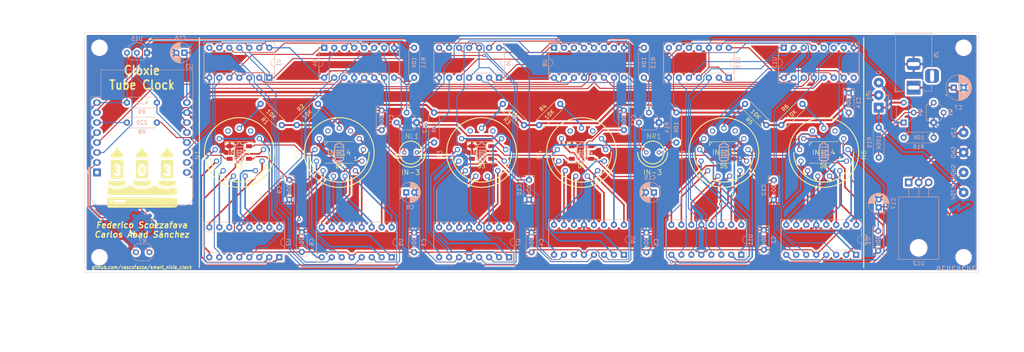
<source format=kicad_pcb>
(kicad_pcb (version 20171130) (host pcbnew "(5.1.7-0-10_14)")
  (layers (0 F.Cu signal) (31 B.Cu signal) (34 B.Paste user) (35 F.Paste user) (36 B.SilkS user) (37 F.SilkS user) (38 B.Mask user) (39 F.Mask user) (44 Edge.Cuts user))
  (net 0 "")
  (net 1 GND)
  (net 2 /5V)
  (net 3 /170V)
  (net 4 "Net-(N1-PadA)")
  (net 5 "Net-(N1-Pad9)")
  (net 6 "Net-(N1-Pad8)")
  (net 7 "Net-(N1-Pad7)")
  (net 8 "Net-(N1-Pad6)")
  (net 9 "Net-(N1-Pad5)")
  (net 10 "Net-(N1-Pad4)")
  (net 11 "Net-(N1-Pad3)")
  (net 12 "Net-(N1-Pad2)")
  (net 13 "Net-(N1-Pad1)")
  (net 14 "Net-(N1-Pad0)")
  (net 15 "Net-(N2-PadA)")
  (net 16 "Net-(N2-Pad9)")
  (net 17 "Net-(N2-Pad8)")
  (net 18 "Net-(N2-Pad7)")
  (net 19 "Net-(N2-Pad6)")
  (net 20 "Net-(N2-Pad5)")
  (net 21 "Net-(N2-Pad4)")
  (net 22 "Net-(N2-Pad3)")
  (net 23 "Net-(N2-Pad2)")
  (net 24 "Net-(N2-Pad1)")
  (net 25 "Net-(N2-Pad0)")
  (net 26 "Net-(N3-PadA)")
  (net 27 "Net-(N3-Pad9)")
  (net 28 "Net-(N3-Pad8)")
  (net 29 "Net-(N3-Pad7)")
  (net 30 "Net-(N3-Pad6)")
  (net 31 "Net-(N3-Pad5)")
  (net 32 "Net-(N3-Pad4)")
  (net 33 "Net-(N3-Pad3)")
  (net 34 "Net-(N3-Pad2)")
  (net 35 "Net-(N3-Pad1)")
  (net 36 "Net-(N3-Pad0)")
  (net 37 "Net-(N4-PadA)")
  (net 38 "Net-(N4-Pad9)")
  (net 39 "Net-(N4-Pad8)")
  (net 40 "Net-(N4-Pad7)")
  (net 41 "Net-(N4-Pad6)")
  (net 42 "Net-(N4-Pad5)")
  (net 43 "Net-(N4-Pad4)")
  (net 44 "Net-(N4-Pad3)")
  (net 45 "Net-(N4-Pad2)")
  (net 46 "Net-(N4-Pad1)")
  (net 47 "Net-(N4-Pad0)")
  (net 48 "Net-(N5-PadA)")
  (net 49 "Net-(N5-Pad9)")
  (net 50 "Net-(N5-Pad8)")
  (net 51 "Net-(N5-Pad7)")
  (net 52 "Net-(N5-Pad6)")
  (net 53 "Net-(N5-Pad5)")
  (net 54 "Net-(N5-Pad4)")
  (net 55 "Net-(N5-Pad3)")
  (net 56 "Net-(N5-Pad2)")
  (net 57 "Net-(N5-Pad1)")
  (net 58 "Net-(N5-Pad0)")
  (net 59 "Net-(N6-PadA)")
  (net 60 "Net-(N6-Pad9)")
  (net 61 "Net-(N6-Pad8)")
  (net 62 "Net-(N6-Pad7)")
  (net 63 "Net-(N6-Pad6)")
  (net 64 "Net-(N6-Pad5)")
  (net 65 "Net-(N6-Pad4)")
  (net 66 "Net-(N6-Pad3)")
  (net 67 "Net-(N6-Pad2)")
  (net 68 "Net-(N6-Pad1)")
  (net 69 "Net-(N6-Pad0)")
  (net 70 "Net-(U1-Pad13)")
  (net 71 "Net-(U1-Pad6)")
  (net 72 /STROBE)
  (net 73 "Net-(U1-Pad5)")
  (net 74 "Net-(U1-Pad11)")
  (net 75 "Net-(U1-Pad10)")
  (net 76 "Net-(U1-Pad3)")
  (net 77 "Net-(U1-Pad2)")
  (net 78 "Net-(U1-Pad8)")
  (net 79 "Net-(U2-Pad6)")
  (net 80 "Net-(U2-Pad3)")
  (net 81 /SRCLK)
  (net 82 /SER)
  (net 83 /RCLK)
  (net 84 "Net-(U4-Pad7)")
  (net 85 "Net-(U4-Pad6)")
  (net 86 "Net-(U4-Pad9)")
  (net 87 "Net-(U6-Pad13)")
  (net 88 "Net-(U6-Pad6)")
  (net 89 "Net-(U6-Pad5)")
  (net 90 "Net-(U6-Pad11)")
  (net 91 "Net-(U6-Pad10)")
  (net 92 "Net-(U6-Pad3)")
  (net 93 "Net-(U6-Pad2)")
  (net 94 "Net-(U6-Pad8)")
  (net 95 "Net-(U7-Pad6)")
  (net 96 "Net-(U7-Pad3)")
  (net 97 "Net-(U8-Pad7)")
  (net 98 "Net-(U8-Pad6)")
  (net 99 "Net-(U13-Pad14)")
  (net 100 "Net-(U10-Pad13)")
  (net 101 "Net-(U10-Pad6)")
  (net 102 "Net-(U10-Pad5)")
  (net 103 "Net-(U10-Pad11)")
  (net 104 "Net-(U10-Pad10)")
  (net 105 "Net-(U10-Pad3)")
  (net 106 "Net-(U10-Pad2)")
  (net 107 "Net-(U10-Pad8)")
  (net 108 "Net-(U11-Pad6)")
  (net 109 "Net-(U11-Pad3)")
  (net 110 "Net-(U13-Pad7)")
  (net 111 "Net-(U13-Pad6)")
  (net 112 "Net-(D1-Pad2)")
  (net 113 "Net-(D2-Pad2)")
  (net 114 "Net-(D3-Pad2)")
  (net 115 "Net-(D4-Pad2)")
  (net 116 "Net-(D5-Pad2)")
  (net 117 /3.3V)
  (net 118 "Net-(D1-Pad4)")
  (net 119 /SHUTDOWN)
  (net 120 "Net-(R7-Pad2)")
  (net 121 /RGB)
  (net 122 "Net-(R9-Pad2)")
  (net 123 "Net-(C7-Pad1)")
  (net 124 "Net-(D6-Pad2)")
  (net 125 "Net-(N1-PadRHDP)")
  (net 126 "Net-(N1-PadLHDP)")
  (net 127 "Net-(N2-PadRHDP)")
  (net 128 "Net-(N2-PadLHDP)")
  (net 129 "Net-(N3-PadRHDP)")
  (net 130 "Net-(N3-PadLHDP)")
  (net 131 "Net-(N4-PadRHDP)")
  (net 132 "Net-(N4-PadLHDP)")
  (net 133 "Net-(N5-PadRHDP)")
  (net 134 "Net-(N5-PadLHDP)")
  (net 135 "Net-(N6-PadRHDP)")
  (net 136 "Net-(N6-PadLHDP)")
  (net 137 "Net-(U3-Pad16)")
  (net 138 "Net-(U3-Pad15)")
  (net 139 "Net-(U3-Pad1)")
  (net 140 "Net-(U13-Pad9)")
  (net 141 "Net-(J5-Pad3)")
  (net 142 "Net-(JP1-Pad3)")
  (net 143 "Net-(JP1-Pad2)")
  (net 144 "Net-(NL1-PadK)")
  (net 145 "Net-(NL1-PadA)")
  (net 146 "Net-(NR1-PadK)")
  (net 147 "Net-(NR1-PadA)")
  (net 148 "Net-(Q1-Pad3)")
  (net 149 "Net-(Q1-Pad2)")
  (net 150 "Net-(Q2-Pad2)")
  (net 151 "Net-(Q3-Pad2)")
  (net 152 /LEFT_DOT)
  (net 153 /RIGHT_DOT)
  (module LED_SMD:LED_WS2812B_PLCC4_5.0x5.0mm_P3.2mm (layer F.Cu) (at 228.6 52.07 180)
    (fp_text reference D6 (at 0 -3.5) (layer F.SilkS))
    (fp_text value WS2812B)
    (fp_text user 1 (at -4.15 -1.6) (layer F.SilkS))
    (pad 1 smd rect (at -2.45 -1.6 180) (size 1.5 1) (layers F.Cu F.Paste F.Mask) (net 2 /5V))
    (pad 2 smd rect (at -2.45 1.6 180) (size 1.5 1) (layers F.Cu F.Paste F.Mask) (net 124 "Net-(D6-Pad2)"))
    (pad 4 smd rect (at 2.45 -1.6 180) (size 1.5 1) (layers F.Cu F.Paste F.Mask) (net 116 "Net-(D5-Pad2)"))
    (pad 3 smd rect (at 2.45 1.6 180) (size 1.5 1) (layers F.Cu F.Paste F.Mask) (net 1 GND))
  )
  (module LED_SMD:LED_WS2812B_PLCC4_5.0x5.0mm_P3.2mm (layer F.Cu) (at 203.2 52.07 180)
    (fp_text reference D5 (at 0 -3.5) (layer F.SilkS))
    (fp_text value WS2812B)
    (fp_text user 1 (at -4.15 -1.6) (layer F.SilkS))
    (pad 1 smd rect (at -2.45 -1.6 180) (size 1.5 1) (layers F.Cu F.Paste F.Mask) (net 2 /5V))
    (pad 2 smd rect (at -2.45 1.6 180) (size 1.5 1) (layers F.Cu F.Paste F.Mask) (net 116 "Net-(D5-Pad2)"))
    (pad 4 smd rect (at 2.45 -1.6 180) (size 1.5 1) (layers F.Cu F.Paste F.Mask) (net 115 "Net-(D4-Pad2)"))
    (pad 3 smd rect (at 2.45 1.6 180) (size 1.5 1) (layers F.Cu F.Paste F.Mask) (net 1 GND))
  )
  (module LED_SMD:LED_WS2812B_PLCC4_5.0x5.0mm_P3.2mm (layer F.Cu) (at 167.005 52.07 180)
    (fp_text reference D4 (at 0 -3.5) (layer F.SilkS))
    (fp_text value WS2812B)
    (fp_text user 1 (at -4.15 -1.6) (layer F.SilkS))
    (pad 1 smd rect (at -2.45 -1.6 180) (size 1.5 1) (layers F.Cu F.Paste F.Mask) (net 2 /5V))
    (pad 2 smd rect (at -2.45 1.6 180) (size 1.5 1) (layers F.Cu F.Paste F.Mask) (net 115 "Net-(D4-Pad2)"))
    (pad 4 smd rect (at 2.45 -1.6 180) (size 1.5 1) (layers F.Cu F.Paste F.Mask) (net 114 "Net-(D3-Pad2)"))
    (pad 3 smd rect (at 2.45 1.6 180) (size 1.5 1) (layers F.Cu F.Paste F.Mask) (net 1 GND))
  )
  (module LED_SMD:LED_WS2812B_PLCC4_5.0x5.0mm_P3.2mm (layer F.Cu) (at 141.605 52.07 180)
    (fp_text reference D3 (at 0 -3.5) (layer F.SilkS))
    (fp_text value WS2812B)
    (fp_text user 1 (at -4.15 -1.6) (layer F.SilkS))
    (pad 1 smd rect (at -2.45 -1.6 180) (size 1.5 1) (layers F.Cu F.Paste F.Mask) (net 2 /5V))
    (pad 2 smd rect (at -2.45 1.6 180) (size 1.5 1) (layers F.Cu F.Paste F.Mask) (net 114 "Net-(D3-Pad2)"))
    (pad 4 smd rect (at 2.45 -1.6 180) (size 1.5 1) (layers F.Cu F.Paste F.Mask) (net 113 "Net-(D2-Pad2)"))
    (pad 3 smd rect (at 2.45 1.6 180) (size 1.5 1) (layers F.Cu F.Paste F.Mask) (net 1 GND))
  )
  (module LED_SMD:LED_WS2812B_PLCC4_5.0x5.0mm_P3.2mm (layer F.Cu) (at 105.41 52.07 180)
    (fp_text reference D2 (at 0 -3.5) (layer F.SilkS))
    (fp_text value WS2812B)
    (fp_text user 1 (at -4.15 -1.6) (layer F.SilkS))
    (pad 1 smd rect (at -2.45 -1.6 180) (size 1.5 1) (layers F.Cu F.Paste F.Mask) (net 2 /5V))
    (pad 2 smd rect (at -2.45 1.6 180) (size 1.5 1) (layers F.Cu F.Paste F.Mask) (net 113 "Net-(D2-Pad2)"))
    (pad 4 smd rect (at 2.45 -1.6 180) (size 1.5 1) (layers F.Cu F.Paste F.Mask) (net 112 "Net-(D1-Pad2)"))
    (pad 3 smd rect (at 2.45 1.6 180) (size 1.5 1) (layers F.Cu F.Paste F.Mask) (net 1 GND))
  )
  (module LED_SMD:LED_WS2812B_PLCC4_5.0x5.0mm_P3.2mm (layer F.Cu) (at 80.01 52.07 180)
    (fp_text reference D1 (at 0 -3.5) (layer F.SilkS))
    (fp_text value WS2812B)
    (fp_text user 1 (at -4.15 -1.6) (layer F.SilkS))
    (pad 1 smd rect (at -2.45 -1.6 180) (size 1.5 1) (layers F.Cu F.Paste F.Mask) (net 2 /5V))
    (pad 2 smd rect (at -2.45 1.6 180) (size 1.5 1) (layers F.Cu F.Paste F.Mask) (net 112 "Net-(D1-Pad2)"))
    (pad 4 smd rect (at 2.45 -1.6 180) (size 1.5 1) (layers F.Cu F.Paste F.Mask) (net 118 "Net-(D1-Pad4)"))
    (pad 3 smd rect (at 2.45 1.6 180) (size 1.5 1) (layers F.Cu F.Paste F.Mask) (net 1 GND))
  )
  (module Package_TO_SOT_THT:TO-92_Inline_Wide (layer B.Cu) (at 56.515 26.67 180)
    (fp_text reference U15 (at 2.54 3.56) (layer B.SilkS) (effects (justify mirror)))
    (fp_text value DS18B20)
    (pad 1 thru_hole rect (at 0 0 90) (size 1.5 1.5) (drill 0.8) (layers *.Cu *.Mask) (net 1 GND))
    (pad 3 thru_hole circle (at 5.08 0 90) (size 1.5 1.5) (drill 0.8) (layers *.Cu *.Mask) (net 117 /3.3V))
    (pad 2 thru_hole circle (at 2.54 0 90) (size 1.5 1.5) (drill 0.8) (layers *.Cu *.Mask) (net 122 "Net-(R9-Pad2)"))
  )
  (module Package_TO_SOT_THT:TO-92_Wide (layer B.Cu) (at 248.92 44.45 90)
    (fp_text reference Q4 (at 2.55 4.19 90) (layer B.SilkS) (effects (justify mirror)))
    (fp_text value MPSA42)
    (pad 1 thru_hole rect (at 0 0) (size 1.5 1.5) (drill 0.8) (layers *.Cu *.Mask) (net 142 "Net-(JP1-Pad3)"))
    (pad 3 thru_hole circle (at 5.08 0) (size 1.5 1.5) (drill 0.8) (layers *.Cu *.Mask) (net 3 /170V))
    (pad 2 thru_hole circle (at 2.54 2.54) (size 1.5 1.5) (drill 0.8) (layers *.Cu *.Mask) (net 148 "Net-(Q1-Pad3)"))
  )
  (module Package_TO_SOT_THT:TO-92_Wide (layer B.Cu) (at 186.69 44.45 180)
    (fp_text reference Q3 (at 2.55 4.19) (layer B.SilkS) (effects (justify mirror)))
    (fp_text value MPSA42)
    (pad 1 thru_hole rect (at 0 0 90) (size 1.5 1.5) (drill 0.8) (layers *.Cu *.Mask) (net 1 GND))
    (pad 3 thru_hole circle (at 5.08 0 90) (size 1.5 1.5) (drill 0.8) (layers *.Cu *.Mask) (net 146 "Net-(NR1-PadK)"))
    (pad 2 thru_hole circle (at 2.54 2.54 90) (size 1.5 1.5) (drill 0.8) (layers *.Cu *.Mask) (net 151 "Net-(Q3-Pad2)"))
  )
  (module Package_TO_SOT_THT:TO-92_Wide (layer B.Cu) (at 125.095 44.45 180)
    (fp_text reference Q2 (at 2.55 4.19) (layer B.SilkS) (effects (justify mirror)))
    (fp_text value MPSA42)
    (pad 1 thru_hole rect (at 0 0 90) (size 1.5 1.5) (drill 0.8) (layers *.Cu *.Mask) (net 1 GND))
    (pad 3 thru_hole circle (at 5.08 0 90) (size 1.5 1.5) (drill 0.8) (layers *.Cu *.Mask) (net 144 "Net-(NL1-PadK)"))
    (pad 2 thru_hole circle (at 2.54 2.54 90) (size 1.5 1.5) (drill 0.8) (layers *.Cu *.Mask) (net 150 "Net-(Q2-Pad2)"))
  )
  (module Package_TO_SOT_THT:TO-92_Wide (layer B.Cu) (at 256.54 44.45 90)
    (fp_text reference Q1 (at 2.55 4.19 90) (layer B.SilkS) (effects (justify mirror)))
    (fp_text value MPSA42)
    (pad 1 thru_hole rect (at 0 0) (size 1.5 1.5) (drill 0.8) (layers *.Cu *.Mask) (net 1 GND))
    (pad 3 thru_hole circle (at 5.08 0) (size 1.5 1.5) (drill 0.8) (layers *.Cu *.Mask) (net 148 "Net-(Q1-Pad3)"))
    (pad 2 thru_hole circle (at 2.54 2.54) (size 1.5 1.5) (drill 0.8) (layers *.Cu *.Mask) (net 149 "Net-(Q1-Pad2)"))
  )
  (module Capacitor_THT:C_Disc_D7.0mm_W2.5mm_P5.00mm (layer B.Cu) (at 234.95 41.91 90)
    (fp_text reference C14 (at 2.5 2.5 270) (layer B.SilkS) (effects (justify mirror)))
    (fp_text value 100nF)
    (fp_text user %V (at 2.5 0 90) (layer B.SilkS) (effects (justify mirror)))
    (pad 2 thru_hole circle (at 5 0 90) (size 1.6 1.6) (drill 0.8) (layers *.Cu *.Mask) (net 1 GND))
    (pad 1 thru_hole circle (at 0 0 90) (size 1.6 1.6) (drill 0.8) (layers *.Cu *.Mask) (net 2 /5V))
  )
  (module Capacitor_THT:C_Disc_D7.0mm_W2.5mm_P5.00mm (layer B.Cu) (at 177.8 46.355 90)
    (fp_text reference C13 (at 2.5 2.5 90) (layer B.SilkS) (effects (justify mirror)))
    (fp_text value 100nF)
    (fp_text user %V (at 2.5 0 90) (layer B.SilkS) (effects (justify mirror)))
    (pad 2 thru_hole circle (at 5 0 90) (size 1.6 1.6) (drill 0.8) (layers *.Cu *.Mask) (net 1 GND))
    (pad 1 thru_hole circle (at 0 0 90) (size 1.6 1.6) (drill 0.8) (layers *.Cu *.Mask) (net 2 /5V))
  )
  (module Capacitor_THT:C_Disc_D7.0mm_W2.5mm_P5.00mm (layer B.Cu) (at 215.9 59.135 270)
    (fp_text reference C12 (at 2.5 2.5 270) (layer B.SilkS) (effects (justify mirror)))
    (fp_text value 100nF)
    (fp_text user %V (at 2.5 0 90) (layer B.SilkS) (effects (justify mirror)))
    (pad 2 thru_hole circle (at 5 0 270) (size 1.6 1.6) (drill 0.8) (layers *.Cu *.Mask) (net 1 GND))
    (pad 1 thru_hole circle (at 0 0 270) (size 1.6 1.6) (drill 0.8) (layers *.Cu *.Mask) (net 2 /5V))
  )
  (module Capacitor_THT:C_Disc_D7.0mm_W2.5mm_P5.00mm (layer B.Cu) (at 116.205 46.355 90)
    (fp_text reference C11 (at 2.5 2.5 270) (layer B.SilkS) (effects (justify mirror)))
    (fp_text value 100nF)
    (fp_text user %V (at 2.5 0 90) (layer B.SilkS) (effects (justify mirror)))
    (pad 2 thru_hole circle (at 5 0 90) (size 1.6 1.6) (drill 0.8) (layers *.Cu *.Mask) (net 1 GND))
    (pad 1 thru_hole circle (at 0 0 90) (size 1.6 1.6) (drill 0.8) (layers *.Cu *.Mask) (net 2 /5V))
  )
  (module Capacitor_THT:C_Disc_D7.0mm_W2.5mm_P5.00mm (layer B.Cu) (at 153.67 59.055 270)
    (fp_text reference C10 (at 2.5 2.5 90) (layer B.SilkS) (effects (justify mirror)))
    (fp_text value 100nF)
    (fp_text user %V (at 2.5 0 90) (layer B.SilkS) (effects (justify mirror)))
    (pad 2 thru_hole circle (at 5 0 270) (size 1.6 1.6) (drill 0.8) (layers *.Cu *.Mask) (net 1 GND))
    (pad 1 thru_hole circle (at 0 0 270) (size 1.6 1.6) (drill 0.8) (layers *.Cu *.Mask) (net 2 /5V))
  )
  (module Capacitor_THT:C_Disc_D7.0mm_W2.5mm_P5.00mm (layer B.Cu) (at 92.71 59.055 270)
    (fp_text reference C9 (at 2.5 2.5 90) (layer B.SilkS) (effects (justify mirror)))
    (fp_text value 100nF)
    (fp_text user %V (at 2.5 0 90) (layer B.SilkS) (effects (justify mirror)))
    (pad 2 thru_hole circle (at 5 0 270) (size 1.6 1.6) (drill 0.8) (layers *.Cu *.Mask) (net 1 GND))
    (pad 1 thru_hole circle (at 0 0 270) (size 1.6 1.6) (drill 0.8) (layers *.Cu *.Mask) (net 2 /5V))
  )
  (module Capacitor_THT:C_Disc_D7.0mm_W2.5mm_P5.00mm (layer B.Cu) (at 95.885 77.39 90)
    (fp_text reference C6 (at 2.5 2.5 90) (layer B.SilkS) (effects (justify mirror)))
    (fp_text value 100nF)
    (fp_text user %V (at 2.5 0 90) (layer B.SilkS) (effects (justify mirror)))
    (pad 2 thru_hole circle (at 5 0 90) (size 1.6 1.6) (drill 0.8) (layers *.Cu *.Mask) (net 1 GND))
    (pad 1 thru_hole circle (at 0 0 90) (size 1.6 1.6) (drill 0.8) (layers *.Cu *.Mask) (net 2 /5V))
  )
  (module Capacitor_THT:C_Disc_D7.0mm_W2.5mm_P5.00mm (layer B.Cu) (at 183.515 77.47 90)
    (fp_text reference C5 (at 2.5 2.5 90) (layer B.SilkS) (effects (justify mirror)))
    (fp_text value 100nF)
    (fp_text user %V (at 2.5 0 90) (layer B.SilkS) (effects (justify mirror)))
    (pad 2 thru_hole circle (at 5 0 90) (size 1.6 1.6) (drill 0.8) (layers *.Cu *.Mask) (net 1 GND))
    (pad 1 thru_hole circle (at 0 0 90) (size 1.6 1.6) (drill 0.8) (layers *.Cu *.Mask) (net 2 /5V))
  )
  (module Capacitor_THT:C_Disc_D7.0mm_W2.5mm_P5.00mm (layer B.Cu) (at 154.305 77.47 90)
    (fp_text reference C4 (at 2.5 2.5 90) (layer B.SilkS) (effects (justify mirror)))
    (fp_text value 100nF)
    (fp_text user %V (at 2.5 0 90) (layer B.SilkS) (effects (justify mirror)))
    (pad 2 thru_hole circle (at 5 0 90) (size 1.6 1.6) (drill 0.8) (layers *.Cu *.Mask) (net 1 GND))
    (pad 1 thru_hole circle (at 0 0 90) (size 1.6 1.6) (drill 0.8) (layers *.Cu *.Mask) (net 2 /5V))
  )
  (module Capacitor_THT:C_Disc_D7.0mm_W2.5mm_P5.00mm (layer B.Cu) (at 124.46 77.47 90)
    (fp_text reference C3 (at 2.5 2.5 270) (layer B.SilkS) (effects (justify mirror)))
    (fp_text value 100nF)
    (fp_text user %V (at 2.5 0 90) (layer B.SilkS) (effects (justify mirror)))
    (pad 2 thru_hole circle (at 5 0 90) (size 1.6 1.6) (drill 0.8) (layers *.Cu *.Mask) (net 1 GND))
    (pad 1 thru_hole circle (at 0 0 90) (size 1.6 1.6) (drill 0.8) (layers *.Cu *.Mask) (net 2 /5V))
  )
  (module Capacitor_THT:C_Disc_D7.0mm_W2.5mm_P5.00mm (layer B.Cu) (at 213.36 76.835 90)
    (fp_text reference C2 (at 2.5 2.5 90) (layer B.SilkS) (effects (justify mirror)))
    (fp_text value 100nF)
    (fp_text user %V (at 2.5 0 90) (layer B.SilkS) (effects (justify mirror)))
    (pad 2 thru_hole circle (at 5 0 90) (size 1.6 1.6) (drill 0.8) (layers *.Cu *.Mask) (net 1 GND))
    (pad 1 thru_hole circle (at 0 0 90) (size 1.6 1.6) (drill 0.8) (layers *.Cu *.Mask) (net 2 /5V))
  )
  (module Capacitor_THT:C_Disc_D7.0mm_W2.5mm_P5.00mm (layer B.Cu) (at 242.443 72.089 270)
    (fp_text reference C1 (at 2.5 2.5 270) (layer B.SilkS) (effects (justify mirror)))
    (fp_text value 100nF)
    (fp_text user %V (at 2.5 0 90) (layer B.SilkS) (effects (justify mirror)))
    (pad 2 thru_hole circle (at 5 0 270) (size 1.6 1.6) (drill 0.8) (layers *.Cu *.Mask) (net 1 GND))
    (pad 1 thru_hole circle (at 0 0 270) (size 1.6 1.6) (drill 0.8) (layers *.Cu *.Mask) (net 2 /5V))
  )
  (module Resistor_THT:R_Axial_DIN0207_L6.3mm_D2.5mm_P7.62mm_Horizontal (layer B.Cu) (at 242.57 45.72 270)
    (fp_text reference R15 (at 3.81 2.37 90) (layer B.SilkS) (effects (justify mirror)))
    (fp_text value 100K)
    (fp_text user %V (at 3.81 0 90) (layer B.SilkS) (effects (justify mirror)))
    (pad 2 thru_hole oval (at 7.62 0 270) (size 1.6 1.6) (drill 0.8) (layers *.Cu *.Mask) (net 148 "Net-(Q1-Pad3)"))
    (pad 1 thru_hole circle (at 0 0 270) (size 1.6 1.6) (drill 0.8) (layers *.Cu *.Mask) (net 3 /170V))
  )
  (module Resistor_THT:R_Axial_DIN0207_L6.3mm_D2.5mm_P7.62mm_Horizontal (layer B.Cu) (at 191.135 41.91 270)
    (fp_text reference R14 (at 3.81 2.37 90) (layer B.SilkS) (effects (justify mirror)))
    (fp_text value 10K)
    (fp_text user %V (at 3.81 0 90) (layer B.SilkS) (effects (justify mirror)))
    (pad 2 thru_hole oval (at 7.62 0 270) (size 1.6 1.6) (drill 0.8) (layers *.Cu *.Mask) (net 147 "Net-(NR1-PadA)"))
    (pad 1 thru_hole circle (at 0 0 270) (size 1.6 1.6) (drill 0.8) (layers *.Cu *.Mask) (net 143 "Net-(JP1-Pad2)"))
  )
  (module Resistor_THT:R_Axial_DIN0207_L6.3mm_D2.5mm_P7.62mm_Horizontal (layer B.Cu) (at 182.88 33.02 90)
    (fp_text reference R13 (at 3.81 2.37 90) (layer B.SilkS) (effects (justify mirror)))
    (fp_text value 10K)
    (fp_text user %V (at 3.81 0 90) (layer B.SilkS) (effects (justify mirror)))
    (pad 2 thru_hole oval (at 7.62 0 90) (size 1.6 1.6) (drill 0.8) (layers *.Cu *.Mask) (net 153 /RIGHT_DOT))
    (pad 1 thru_hole circle (at 0 0 90) (size 1.6 1.6) (drill 0.8) (layers *.Cu *.Mask) (net 151 "Net-(Q3-Pad2)"))
  )
  (module Resistor_THT:R_Axial_DIN0207_L6.3mm_D2.5mm_P7.62mm_Horizontal (layer B.Cu) (at 129.54 41.91 270)
    (fp_text reference R12 (at 3.81 2.37 90) (layer B.SilkS) (effects (justify mirror)))
    (fp_text value 10K)
    (fp_text user %V (at 3.81 0 90) (layer B.SilkS) (effects (justify mirror)))
    (pad 2 thru_hole oval (at 7.62 0 270) (size 1.6 1.6) (drill 0.8) (layers *.Cu *.Mask) (net 145 "Net-(NL1-PadA)"))
    (pad 1 thru_hole circle (at 0 0 270) (size 1.6 1.6) (drill 0.8) (layers *.Cu *.Mask) (net 143 "Net-(JP1-Pad2)"))
  )
  (module Resistor_THT:R_Axial_DIN0207_L6.3mm_D2.5mm_P7.62mm_Horizontal (layer B.Cu) (at 124.46 33.02 90)
    (fp_text reference R11 (at 3.81 2.37 90) (layer B.SilkS) (effects (justify mirror)))
    (fp_text value 10K)
    (fp_text user %V (at 3.81 0 90) (layer B.SilkS) (effects (justify mirror)))
    (pad 2 thru_hole oval (at 7.62 0 90) (size 1.6 1.6) (drill 0.8) (layers *.Cu *.Mask) (net 152 /LEFT_DOT))
    (pad 1 thru_hole circle (at 0 0 90) (size 1.6 1.6) (drill 0.8) (layers *.Cu *.Mask) (net 150 "Net-(Q2-Pad2)"))
  )
  (module Resistor_THT:R_Axial_DIN0207_L6.3mm_D2.5mm_P7.62mm_Horizontal (layer B.Cu) (at 248.92 48.26)
    (fp_text reference R10 (at 3.81 2.37) (layer B.SilkS) (effects (justify mirror)))
    (fp_text value 10K)
    (fp_text user %V (at 3.81 0) (layer B.SilkS) (effects (justify mirror)))
    (pad 2 thru_hole oval (at 7.62 0) (size 1.6 1.6) (drill 0.8) (layers *.Cu *.Mask) (net 149 "Net-(Q1-Pad2)"))
    (pad 1 thru_hole circle (at 0 0) (size 1.6 1.6) (drill 0.8) (layers *.Cu *.Mask) (net 72 /STROBE))
  )
  (module Resistor_THT:R_Axial_DIN0207_L6.3mm_D2.5mm_P7.62mm_Horizontal (layer B.Cu) (at 51.435 39.37)
    (fp_text reference R9 (at 3.81 2.37) (layer B.SilkS) (effects (justify mirror)))
    (fp_text value 4.7K)
    (fp_text user %V (at 3.81 0) (layer B.SilkS) (effects (justify mirror)))
    (pad 2 thru_hole oval (at 7.62 0) (size 1.6 1.6) (drill 0.8) (layers *.Cu *.Mask) (net 122 "Net-(R9-Pad2)"))
    (pad 1 thru_hole circle (at 0 0) (size 1.6 1.6) (drill 0.8) (layers *.Cu *.Mask) (net 117 /3.3V))
  )
  (module Resistor_THT:R_Axial_DIN0207_L6.3mm_D2.5mm_P7.62mm_Horizontal (layer B.Cu) (at 51.435 44.45)
    (fp_text reference R8 (at 3.81 2.37 180) (layer B.SilkS) (effects (justify mirror)))
    (fp_text value 220)
    (fp_text user %V (at 3.81 0) (layer B.SilkS) (effects (justify mirror)))
    (pad 2 thru_hole oval (at 7.62 0) (size 1.6 1.6) (drill 0.8) (layers *.Cu *.Mask) (net 118 "Net-(D1-Pad4)"))
    (pad 1 thru_hole circle (at 0 0) (size 1.6 1.6) (drill 0.8) (layers *.Cu *.Mask) (net 121 /RGB))
  )
  (module Resistor_THT:R_Axial_DIN0207_L6.3mm_D2.5mm_P7.62mm_Horizontal (layer F.Cu) (at 217.805 45.085 45)
    (fp_text reference R6 (at 3.81 -2.37 45) (layer F.SilkS))
    (fp_text value 10K)
    (fp_text user %V (at 3.81 0 45) (layer F.SilkS))
    (pad 2 thru_hole oval (at 7.62 0 45) (size 1.6 1.6) (drill 0.8) (layers *.Cu *.Mask) (net 59 "Net-(N6-PadA)"))
    (pad 1 thru_hole circle (at 0 0 45) (size 1.6 1.6) (drill 0.8) (layers *.Cu *.Mask) (net 143 "Net-(JP1-Pad2)"))
  )
  (module Resistor_THT:R_Axial_DIN0207_L6.3mm_D2.5mm_P7.62mm_Horizontal (layer F.Cu) (at 213.995 45.085 135)
    (fp_text reference R5 (at 3.81 -2.37 135) (layer F.SilkS))
    (fp_text value 10K)
    (fp_text user %V (at 3.81 0 135) (layer F.SilkS))
    (pad 2 thru_hole oval (at 7.62 0 135) (size 1.6 1.6) (drill 0.8) (layers *.Cu *.Mask) (net 48 "Net-(N5-PadA)"))
    (pad 1 thru_hole circle (at 0 0 135) (size 1.6 1.6) (drill 0.8) (layers *.Cu *.Mask) (net 143 "Net-(JP1-Pad2)"))
  )
  (module Resistor_THT:R_Axial_DIN0207_L6.3mm_D2.5mm_P7.62mm_Horizontal (layer F.Cu) (at 156.21 45.085 45)
    (fp_text reference R4 (at 3.81 -2.37 45) (layer F.SilkS))
    (fp_text value 10K)
    (fp_text user %V (at 3.81 0 45) (layer F.SilkS))
    (pad 2 thru_hole oval (at 7.62 0 45) (size 1.6 1.6) (drill 0.8) (layers *.Cu *.Mask) (net 37 "Net-(N4-PadA)"))
    (pad 1 thru_hole circle (at 0 0 45) (size 1.6 1.6) (drill 0.8) (layers *.Cu *.Mask) (net 143 "Net-(JP1-Pad2)"))
  )
  (module Resistor_THT:R_Axial_DIN0207_L6.3mm_D2.5mm_P7.62mm_Horizontal (layer F.Cu) (at 152.4 45.085 135)
    (fp_text reference R3 (at 3.81 -2.37 135) (layer F.SilkS))
    (fp_text value 10K)
    (fp_text user %V (at 3.81 0 135) (layer F.SilkS))
    (pad 2 thru_hole oval (at 7.62 0 135) (size 1.6 1.6) (drill 0.8) (layers *.Cu *.Mask) (net 26 "Net-(N3-PadA)"))
    (pad 1 thru_hole circle (at 0 0 135) (size 1.6 1.6) (drill 0.8) (layers *.Cu *.Mask) (net 143 "Net-(JP1-Pad2)"))
  )
  (module Resistor_THT:R_Axial_DIN0207_L6.3mm_D2.5mm_P7.62mm_Horizontal (layer F.Cu) (at 94.615 45.085 45)
    (fp_text reference R2 (at 3.81 -2.37 45) (layer F.SilkS))
    (fp_text value 10K)
    (fp_text user %V (at 3.81 0 45) (layer F.SilkS))
    (pad 2 thru_hole oval (at 7.62 0 45) (size 1.6 1.6) (drill 0.8) (layers *.Cu *.Mask) (net 15 "Net-(N2-PadA)"))
    (pad 1 thru_hole circle (at 0 0 45) (size 1.6 1.6) (drill 0.8) (layers *.Cu *.Mask) (net 143 "Net-(JP1-Pad2)"))
  )
  (module Resistor_THT:R_Axial_DIN0207_L6.3mm_D2.5mm_P7.62mm_Horizontal (layer F.Cu) (at 90.805 45.085 135)
    (fp_text reference R1 (at 3.81 -2.37 135) (layer F.SilkS))
    (fp_text value 10K)
    (fp_text user %V (at 3.81 0 135) (layer F.SilkS))
    (pad 2 thru_hole oval (at 7.62 0 135) (size 1.6 1.6) (drill 0.8) (layers *.Cu *.Mask) (net 4 "Net-(N1-PadA)"))
    (pad 1 thru_hole circle (at 0 0 135) (size 1.6 1.6) (drill 0.8) (layers *.Cu *.Mask) (net 143 "Net-(JP1-Pad2)"))
  )
  (module nixies-us:nixies-us-IN-3 (layer F.Cu) (at 185.102 52.07 180)
    (fp_text reference NR1 (at -0.3175 4.1275) (layer F.SilkS) (effects (font (size 1.27 1.27) (thickness 0.1016))))
    (fp_text value IN-3 (at 0 -5.08) (layer F.SilkS) (effects (font (size 1.27 1.27))))
    (pad A thru_hole circle (at -1.5875 0 180) (size 1.10744 2.21488) (drill 0.59944) (layers *.Cu *.Mask) (net 147 "Net-(NR1-PadA)"))
    (pad K thru_hole circle (at 1.5875 0 180) (size 1.10744 2.21488) (drill 0.59944) (layers *.Cu *.Mask) (net 146 "Net-(NR1-PadK)"))
  )
  (module nixies-us:nixies-us-IN-3 (layer F.Cu) (at 123.571 52.07 180)
    (fp_text reference NL1 (at -0.3175 4.1275) (layer F.SilkS) (effects (font (size 1.27 1.27) (thickness 0.1016))))
    (fp_text value IN-3 (at 0 -5.08) (layer F.SilkS) (effects (font (size 1.27 1.27))))
    (pad K thru_hole circle (at 1.5875 0 180) (size 1.10744 2.21488) (drill 0.59944) (layers *.Cu *.Mask) (net 144 "Net-(NL1-PadK)"))
    (pad A thru_hole circle (at -1.5875 0 180) (size 1.10744 2.21488) (drill 0.59944) (layers *.Cu *.Mask) (net 145 "Net-(NL1-PadA)"))
  )
  (module Connector_Wire:SolderWirePad_1x03_P3.175mm_Drill1mm (layer B.Cu) (at 242.57 40.64 90)
    (fp_text reference JP1 (at 3.175 -2.54 90) (layer B.SilkS) (effects (justify mirror)))
    (fp_text value Jumper_3_Bridged12)
    (pad 3 thru_hole circle (at 6.35 0 90) (size 2.49936 2.49936) (drill 1.00076) (layers *.Cu *.Mask) (net 142 "Net-(JP1-Pad3)"))
    (pad 2 thru_hole circle (at 3.175 0 90) (size 2.49936 2.49936) (drill 1.00076) (layers *.Cu *.Mask) (net 143 "Net-(JP1-Pad2)"))
    (pad 1 thru_hole rect (at 0 0 90) (size 2.49936 2.49936) (drill 1.00076) (layers *.Cu *.Mask) (net 3 /170V))
  )
  (module Module:WEMOS_D1_mini_light (layer B.Cu) (at 43.815 57.15)
    (fp_text reference U3 (at 23.495 -27) (layer B.SilkS) (effects (justify mirror)))
    (fp_text value WeMos_D1_mini)
    (pad 16 thru_hole oval (at 22.86 0) (size 2 1.6) (drill 1) (layers *.Cu *.Mask) (net 137 "Net-(U3-Pad16)"))
    (pad 15 thru_hole oval (at 22.86 -2.54) (size 2 1.6) (drill 1) (layers *.Cu *.Mask) (net 138 "Net-(U3-Pad15)"))
    (pad 14 thru_hole oval (at 22.86 -5.08) (size 2 1.6) (drill 1) (layers *.Cu *.Mask) (net 72 /STROBE))
    (pad 13 thru_hole oval (at 22.86 -7.62) (size 2 1.6) (drill 1) (layers *.Cu *.Mask) (net 122 "Net-(R9-Pad2)"))
    (pad 12 thru_hole oval (at 22.86 -10.16) (size 2 1.6) (drill 1) (layers *.Cu *.Mask) (net 82 /SER))
    (pad 11 thru_hole oval (at 22.86 -12.7) (size 2 1.6) (drill 1) (layers *.Cu *.Mask) (net 83 /RCLK))
    (pad 10 thru_hole oval (at 22.86 -15.24) (size 2 1.6) (drill 1) (layers *.Cu *.Mask) (net 1 GND))
    (pad 9 thru_hole oval (at 22.86 -17.78) (size 2 1.6) (drill 1) (layers *.Cu *.Mask) (net 2 /5V))
    (pad 8 thru_hole oval (at 0 -17.78) (size 2 1.6) (drill 1) (layers *.Cu *.Mask) (net 117 /3.3V))
    (pad 7 thru_hole oval (at 0 -15.24) (size 2 1.6) (drill 1) (layers *.Cu *.Mask) (net 153 /RIGHT_DOT))
    (pad 6 thru_hole oval (at 0 -12.7) (size 2 1.6) (drill 1) (layers *.Cu *.Mask) (net 121 /RGB))
    (pad 5 thru_hole oval (at 0 -10.16) (size 2 1.6) (drill 1) (layers *.Cu *.Mask) (net 119 /SHUTDOWN))
    (pad 4 thru_hole oval (at 0 -7.62) (size 2 1.6) (drill 1) (layers *.Cu *.Mask) (net 81 /SRCLK))
    (pad 3 thru_hole oval (at 0 -5.08) (size 2 1.6) (drill 1) (layers *.Cu *.Mask) (net 152 /LEFT_DOT))
    (pad 1 thru_hole rect (at 0 0) (size 2 2) (drill 1) (layers *.Cu *.Mask) (net 139 "Net-(U3-Pad1)"))
    (pad 2 thru_hole oval (at 0 -2.54) (size 2 1.6) (drill 1) (layers *.Cu *.Mask) (net 120 "Net-(R7-Pad2)"))
  )
  (module Connector_BarrelJack:BarrelJack_Horizontal (layer B.Cu) (at 251.46 35.56 270)
    (fp_text reference J5 (at -8.45 -5.75 270) (layer B.SilkS) (effects (justify mirror)))
    (fp_text value Barrel_Jack_Switch)
    (pad 3 thru_hole roundrect (at -3 -4.7 270) (size 3.5 3.5) (drill oval 3 1) (layers *.Cu *.Mask) (net 141 "Net-(J5-Pad3)"))
    (pad 2 thru_hole roundrect (at -6 0 270) (size 3 3.5) (drill oval 1 3) (layers *.Cu *.Mask) (net 1 GND))
    (pad 1 thru_hole rect (at 0 0 270) (size 3.5 3.5) (drill oval 1 3) (layers *.Cu *.Mask) (net 123 "Net-(C7-Pad1)"))
  )
  (module Capacitor_THT:CP_Radial_D5.0mm_P2.00mm (layer B.Cu) (at 242.57 66.04 90)
    (fp_text reference C17 (at 1 3.75 90) (layer B.SilkS) (effects (justify mirror)))
    (fp_text value 10uF)
    (pad 2 thru_hole circle (at 2 0 90) (size 1.6 1.6) (drill 0.8) (layers *.Cu *.Mask) (net 1 GND))
    (pad 1 thru_hole rect (at 0 0 90) (size 1.6 1.6) (drill 0.8) (layers *.Cu *.Mask) (net 2 /5V))
  )
  (module Capacitor_THT:CP_Radial_D5.0mm_P2.00mm (layer B.Cu) (at 66.04 26.67 180)
    (fp_text reference C16 (at 1 3.75) (layer B.SilkS) (effects (justify mirror)))
    (fp_text value 10uF)
    (pad 2 thru_hole circle (at 2 0 180) (size 1.6 1.6) (drill 0.8) (layers *.Cu *.Mask) (net 1 GND))
    (pad 1 thru_hole rect (at 0 0 180) (size 1.6 1.6) (drill 0.8) (layers *.Cu *.Mask) (net 2 /5V))
  )
  (module Symbol:tube_silk (layer B.Cu) (at 228.6 52.07 180)
    (fp_text reference S12 hide)
    (fp_text value LOGO hide)
  )
  (module Symbol:tube_silk (layer B.Cu) (at 203.2 52.07 180)
    (fp_text reference S11 hide)
    (fp_text value LOGO hide)
  )
  (module Symbol:tube_silk (layer B.Cu) (at 167.005 52.07 180)
    (fp_text reference S10 hide)
    (fp_text value LOGO hide)
  )
  (module Symbol:tube_silk (layer B.Cu) (at 141.605 52.07 180)
    (fp_text reference S9 hide)
    (fp_text value LOGO hide)
  )
  (module Symbol:tube_silk (layer B.Cu) (at 105.41 52.07 180)
    (fp_text reference S8 hide)
    (fp_text value LOGO hide)
  )
  (module Symbol:tube_silk (layer B.Cu) (at 80.01 52.07 180)
    (fp_text reference S7 hide)
    (fp_text value LOGO hide)
  )
  (module Symbol:tube (layer F.Cu) (at 50.038 77.724)
    (fp_text reference S13 hide)
    (fp_text value LOGO hide)
    (fp_poly (pts (xy 0.142893 -2.828957) (xy 0.267729 -2.752087) (xy 0.360949 -2.64003) (xy 0.408995 -2.505925) (xy 0.412631 -2.457609) (xy 0.436447 -2.355556) (xy 0.510049 -2.286948) (xy 0.6371 -2.24863) (xy 0.658803 -2.245573) (xy 0.830987 -2.196538) (xy 0.997086 -2.101631) (xy 1.132951 -1.97586) (xy 1.167523 -1.929407) (xy 1.254125 -1.798574) (xy 1.263406 -0.113475) (xy 1.265425 0.277006) (xy 1.266569 0.609322) (xy 1.266429 0.888804) (xy 1.264594 1.120787) (xy 1.260656 1.310601) (xy 1.254205 1.463581) (xy 1.244832 1.585059) (xy 1.232127 1.680367) (xy 1.215682 1.754839) (xy 1.195087 1.813806) (xy 1.169932 1.862602) (xy 1.139808 1.906559) (xy 1.104997 1.950172) (xy 1.016106 2.037162) (xy 0.907338 2.114841) (xy 0.799546 2.170324) (xy 0.715639 2.19075) (xy 0.692305 2.20079) (xy 0.677595 2.238189) (xy 0.669719 2.31386) (xy 0.666885 2.438715) (xy 0.66675 2.488487) (xy 0.664271 2.638879) (xy 0.655641 2.73801) (xy 0.639068 2.797971) (xy 0.616463 2.827958) (xy 0.555272 2.852527) (xy 0.513276 2.836421) (xy 0.486474 2.80616) (xy 0.468669 2.747663) (xy 0.457544 2.648847) (xy 0.451246 2.512824) (xy 0.442117 2.2225) (xy 0.097549 2.2225) (xy 0.088462 2.532062) (xy 0.083715 2.67397) (xy 0.077321 2.764135) (xy 0.065927 2.814288) (xy 0.046178 2.836164) (xy 0.014723 2.841496) (xy 0 2.841625) (xy -0.036454 2.83936) (xy -0.060002 2.824746) (xy -0.073998 2.786048) (xy -0.081794 2.711533) (xy -0.086745 2.589469) (xy -0.088463 2.532062) (xy -0.09755 2.2225) (xy -0.4445 2.2225) (xy -0.4445 2.478587) (xy -0.453016 2.658478) (xy -0.477927 2.782907) (xy -0.518281 2.85011) (xy -0.573125 2.858324) (xy -0.62865 2.8194) (xy -0.649041 2.765212) (xy -0.662019 2.65512) (xy -0.666745 2.496379) (xy -0.66675 2.489993) (xy -0.66675 2.198687) (xy -0.754063 2.181143) (xy -0.888262 2.127752) (xy -1.02492 2.027542) (xy -1.146245 1.893877) (xy -1.157696 1.877982) (xy -1.254125 1.740779) (xy -1.254125 1.493269) (xy -1.016 1.493269) (xy -0.987242 1.630933) (xy -0.910593 1.762624) (xy -0.800493 1.870239) (xy -0.671381 1.935675) (xy -0.660887 1.93849) (xy -0.596776 1.946392) (xy -0.481031 1.952705) (xy -0.325502 1.9571) (xy -0.142044 1.95925) (xy 0.057491 1.958826) (xy 0.06917 1.958717) (xy 0.28542 1.956159) (xy 0.447664 1.952653) (xy 0.565395 1.947248) (xy 0.648107 1.938989) (xy 0.705292 1.926922) (xy 0.746446 1.910095) (xy 0.781061 1.887553) (xy 0.781584 1.887163) (xy 0.916283 1.7557) (xy 0.991994 1.605236) (xy 1.005108 1.547067) (xy 1.024308 1.42875) (xy 0.004154 1.42875) (xy -0.276933 1.42885) (xy -0.500985 1.429423) (xy -0.674467 1.430878) (xy -0.803845 1.433624) (xy -0.895585 1.43807) (xy -0.956151 1.444625) (xy -0.992008 1.453697) (xy -1.009623 1.465695) (xy -1.01546 1.481029) (xy -1.016 1.493269) (xy -1.254125 1.493269) (xy -1.254125 -1.30175) (xy -1.016 -1.30175) (xy -1.016 1.2065) (xy -0.53975 1.2065) (xy -0.53975 0.860729) (xy -0.593866 0.85725) (xy -0.34925 0.85725) (xy -0.34925 1.2065) (xy 0.28575 1.2065) (xy 0.28575 0.85725) (xy -0.34925 0.85725) (xy -0.593866 0.85725) (xy -0.690277 0.851052) (xy -0.793215 0.832052) (xy -0.850027 0.79665) (xy -0.855724 0.75326) (xy -0.80532 0.710295) (xy -0.780186 0.699378) (xy -0.6985 0.668321) (xy -0.6985 0.129994) (xy -0.698736 -0.06624) (xy -0.700227 -0.208046) (xy -0.704149 -0.304497) (xy -0.71168 -0.364665) (xy -0.723995 -0.397624) (xy -0.74227 -0.412446) (xy -0.743611 -0.41275) (xy -0.53975 -0.41275) (xy -0.53975 0.702717) (xy -0.452438 0.692671) (xy -0.365125 0.682625) (xy -0.356438 0.134937) (xy -0.347751 -0.41275) (xy -0.1905 -0.41275) (xy -0.1905 0.6985) (xy 0.127 0.6985) (xy 0.127 -0.41275) (xy 0.28575 -0.41275) (xy 0.28575 0.121708) (xy 0.286949 0.299844) (xy 0.290269 0.455368) (xy 0.295295 0.577365) (xy 0.301611 0.654922) (xy 0.306916 0.677333) (xy 0.352347 0.694039) (xy 0.402166 0.6985) (xy 0.47625 0.6985) (xy 0.47625 -0.41275) (xy 0.28575 -0.41275) (xy 0.127 -0.41275) (xy -0.1905 -0.41275) (xy -0.347751 -0.41275) (xy -0.53975 -0.41275) (xy -0.743611 -0.41275) (xy -0.767682 -0.418203) (xy -0.769614 -0.41848) (xy -0.828702 -0.449847) (xy -0.853865 -0.506024) (xy -0.836784 -0.561492) (xy -0.820687 -0.575147) (xy -0.761893 -0.593312) (xy -0.67343 -0.60251) (xy -0.658813 -0.602764) (xy -0.581779 -0.606741) (xy -0.548156 -0.630271) (xy -0.539949 -0.692034) (xy -0.53975 -0.726363) (xy -0.525503 -0.830188) (xy -0.487973 -0.894015) (xy -0.434976 -0.908946) (xy -0.396875 -0.889) (xy -0.364151 -0.83013) (xy -0.349411 -0.737313) (xy -0.34925 -0.726363) (xy -0.34925 -0.60325) (xy 0.28575 -0.60325) (xy 0.28575 -0.726363) (xy 0.299997 -0.830188) (xy 0.337527 -0.894015) (xy 0.390524 -0.908946) (xy 0.428625 -0.889) (xy 0.461349 -0.83013) (xy 0.476089 -0.737313) (xy 0.47625 -0.726363) (xy 0.479986 -0.646675) (xy 0.502109 -0.611887) (xy 0.558987 -0.603429) (xy 0.584778 -0.60325) (xy 0.674661 -0.597772) (xy 0.742035 -0.584534) (xy 0.743528 -0.583979) (xy 0.786708 -0.540884) (xy 0.788774 -0.480344) (xy 0.752087 -0.431197) (xy 0.73025 -0.42195) (xy 0.707238 -0.412749) (xy 0.690574 -0.392968) (xy 0.679237 -0.353534) (xy 0.672206 -0.285373) (xy 0.668462 -0.179412) (xy 0.666985 -0.026577) (xy 0.66675 0.142875) (xy 0.667071 0.341437) (xy 0.668746 0.485598) (xy 0.672841 0.584459) (xy 0.680421 0.647117) (xy 0.692554 0.682672) (xy 0.710304 0.700223) (xy 0.733011 0.708421) (xy 0.784513 0.744747) (xy 0.788288 0.783562) (xy 0.764998 0.821802) (xy 0.703921 0.842916) (xy 0.626776 0.851052) (xy 0.47625 0.860729) (xy 0.47625 1.2065) (xy 1.016 1.2065) (xy 1.016 -1.30175) (xy -1.016 -1.30175) (xy -1.254125 -1.30175) (xy -1.254125 -1.55677) (xy -1.016 -1.55677) (xy -1.014411 -1.53896) (xy -1.005322 -1.524772) (xy -0.982257 -1.513793) (xy -0.938736 -1.505612) (xy -0.868281 -1.499818) (xy -0.764414 -1.495999) (xy -0.620656 -1.493745) (xy -0.430528 -1.492643) (xy -0.187553 -1.492282) (xy 0 -1.49225) (xy 0.280453 -1.492351) (xy 0.503886 -1.492929) (xy 0.676775 -1.494393) (xy 0.805599 -1.497157) (xy 0.896838 -1.501631) (xy 0.956968 -1.508227) (xy 0.99247 -1.517356) (xy 1.009821 -1.52943) (xy 1.015499 -1.54486) (xy 1.016 -1.55677) (xy 0.992216 -1.674531) (xy 0.931222 -1.797008) (xy 0.848549 -1.893562) (xy 0.842987 -1.898059) (xy 0.75757 -1.944512) (xy 0.64666 -1.979835) (xy 0.608952 -1.986888) (xy 0.4972 -2.010156) (xy 0.39673 -2.042327) (xy 0.371658 -2.05354) (xy 0.273567 -2.1326) (xy 0.197557 -2.246837) (xy 0.160237 -2.369632) (xy 0.158868 -2.394625) (xy 0.13803 -2.489102) (xy 0.085946 -2.565346) (xy 0.017889 -2.602553) (xy 0.005516 -2.6035) (xy -0.07194 -2.575114) (xy -0.132104 -2.503394) (xy -0.158681 -2.408499) (xy -0.158869 -2.400142) (xy -0.186119 -2.27371) (xy -0.256663 -2.152553) (xy -0.354127 -2.063339) (xy -0.371659 -2.05354) (xy -0.459254 -2.020814) (xy -0.571475 -1.993244) (xy -0.608953 -1.986888) (xy -0.719834 -1.958835) (xy -0.818453 -1.914631) (xy -0.842988 -1.898059) (xy -0.926504 -1.804158) (xy -0.989318 -1.682407) (xy -1.015897 -1.563448) (xy -1.016 -1.55677) (xy -1.254125 -1.55677) (xy -1.254125 -1.80428) (xy -1.158679 -1.941953) (xy -1.057226 -2.051701) (xy -0.922709 -2.148358) (xy -0.776552 -2.219612) (xy -0.640179 -2.253151) (xy -0.615233 -2.25425) (xy -0.511485 -2.282085) (xy -0.440441 -2.357871) (xy -0.412693 -2.470036) (xy -0.412632 -2.475628) (xy -0.383119 -2.602307) (xy -0.304662 -2.716292) (xy -0.19181 -2.804115) (xy -0.059114 -2.852312) (xy -0.000001 -2.8575) (xy 0.142893 -2.828957)) (layer F.Cu) (width 0.01))
  )
  (module Symbol:tube (layer F.Cu) (at 60.96 77.724)
    (fp_text reference S6 hide)
    (fp_text value LOGO hide)
    (fp_poly (pts (xy 0.142893 -2.828957) (xy 0.267729 -2.752087) (xy 0.360949 -2.64003) (xy 0.408995 -2.505925) (xy 0.412631 -2.457609) (xy 0.436447 -2.355556) (xy 0.510049 -2.286948) (xy 0.6371 -2.24863) (xy 0.658803 -2.245573) (xy 0.830987 -2.196538) (xy 0.997086 -2.101631) (xy 1.132951 -1.97586) (xy 1.167523 -1.929407) (xy 1.254125 -1.798574) (xy 1.263406 -0.113475) (xy 1.265425 0.277006) (xy 1.266569 0.609322) (xy 1.266429 0.888804) (xy 1.264594 1.120787) (xy 1.260656 1.310601) (xy 1.254205 1.463581) (xy 1.244832 1.585059) (xy 1.232127 1.680367) (xy 1.215682 1.754839) (xy 1.195087 1.813806) (xy 1.169932 1.862602) (xy 1.139808 1.906559) (xy 1.104997 1.950172) (xy 1.016106 2.037162) (xy 0.907338 2.114841) (xy 0.799546 2.170324) (xy 0.715639 2.19075) (xy 0.692305 2.20079) (xy 0.677595 2.238189) (xy 0.669719 2.31386) (xy 0.666885 2.438715) (xy 0.66675 2.488487) (xy 0.664271 2.638879) (xy 0.655641 2.73801) (xy 0.639068 2.797971) (xy 0.616463 2.827958) (xy 0.555272 2.852527) (xy 0.513276 2.836421) (xy 0.486474 2.80616) (xy 0.468669 2.747663) (xy 0.457544 2.648847) (xy 0.451246 2.512824) (xy 0.442117 2.2225) (xy 0.097549 2.2225) (xy 0.088462 2.532062) (xy 0.083715 2.67397) (xy 0.077321 2.764135) (xy 0.065927 2.814288) (xy 0.046178 2.836164) (xy 0.014723 2.841496) (xy 0 2.841625) (xy -0.036454 2.83936) (xy -0.060002 2.824746) (xy -0.073998 2.786048) (xy -0.081794 2.711533) (xy -0.086745 2.589469) (xy -0.088463 2.532062) (xy -0.09755 2.2225) (xy -0.4445 2.2225) (xy -0.4445 2.478587) (xy -0.453016 2.658478) (xy -0.477927 2.782907) (xy -0.518281 2.85011) (xy -0.573125 2.858324) (xy -0.62865 2.8194) (xy -0.649041 2.765212) (xy -0.662019 2.65512) (xy -0.666745 2.496379) (xy -0.66675 2.489993) (xy -0.66675 2.198687) (xy -0.754063 2.181143) (xy -0.888262 2.127752) (xy -1.02492 2.027542) (xy -1.146245 1.893877) (xy -1.157696 1.877982) (xy -1.254125 1.740779) (xy -1.254125 1.493269) (xy -1.016 1.493269) (xy -0.987242 1.630933) (xy -0.910593 1.762624) (xy -0.800493 1.870239) (xy -0.671381 1.935675) (xy -0.660887 1.93849) (xy -0.596776 1.946392) (xy -0.481031 1.952705) (xy -0.325502 1.9571) (xy -0.142044 1.95925) (xy 0.057491 1.958826) (xy 0.06917 1.958717) (xy 0.28542 1.956159) (xy 0.447664 1.952653) (xy 0.565395 1.947248) (xy 0.648107 1.938989) (xy 0.705292 1.926922) (xy 0.746446 1.910095) (xy 0.781061 1.887553) (xy 0.781584 1.887163) (xy 0.916283 1.7557) (xy 0.991994 1.605236) (xy 1.005108 1.547067) (xy 1.024308 1.42875) (xy 0.004154 1.42875) (xy -0.276933 1.42885) (xy -0.500985 1.429423) (xy -0.674467 1.430878) (xy -0.803845 1.433624) (xy -0.895585 1.43807) (xy -0.956151 1.444625) (xy -0.992008 1.453697) (xy -1.009623 1.465695) (xy -1.01546 1.481029) (xy -1.016 1.493269) (xy -1.254125 1.493269) (xy -1.254125 -1.30175) (xy -1.016 -1.30175) (xy -1.016 1.2065) (xy -0.53975 1.2065) (xy -0.53975 0.860729) (xy -0.593866 0.85725) (xy -0.34925 0.85725) (xy -0.34925 1.2065) (xy 0.28575 1.2065) (xy 0.28575 0.85725) (xy -0.34925 0.85725) (xy -0.593866 0.85725) (xy -0.690277 0.851052) (xy -0.793215 0.832052) (xy -0.850027 0.79665) (xy -0.855724 0.75326) (xy -0.80532 0.710295) (xy -0.780186 0.699378) (xy -0.6985 0.668321) (xy -0.6985 0.129994) (xy -0.698736 -0.06624) (xy -0.700227 -0.208046) (xy -0.704149 -0.304497) (xy -0.71168 -0.364665) (xy -0.723995 -0.397624) (xy -0.74227 -0.412446) (xy -0.743611 -0.41275) (xy -0.53975 -0.41275) (xy -0.53975 0.702717) (xy -0.452438 0.692671) (xy -0.365125 0.682625) (xy -0.356438 0.134937) (xy -0.347751 -0.41275) (xy -0.1905 -0.41275) (xy -0.1905 0.6985) (xy 0.127 0.6985) (xy 0.127 -0.41275) (xy 0.28575 -0.41275) (xy 0.28575 0.121708) (xy 0.286949 0.299844) (xy 0.290269 0.455368) (xy 0.295295 0.577365) (xy 0.301611 0.654922) (xy 0.306916 0.677333) (xy 0.352347 0.694039) (xy 0.402166 0.6985) (xy 0.47625 0.6985) (xy 0.47625 -0.41275) (xy 0.28575 -0.41275) (xy 0.127 -0.41275) (xy -0.1905 -0.41275) (xy -0.347751 -0.41275) (xy -0.53975 -0.41275) (xy -0.743611 -0.41275) (xy -0.767682 -0.418203) (xy -0.769614 -0.41848) (xy -0.828702 -0.449847) (xy -0.853865 -0.506024) (xy -0.836784 -0.561492) (xy -0.820687 -0.575147) (xy -0.761893 -0.593312) (xy -0.67343 -0.60251) (xy -0.658813 -0.602764) (xy -0.581779 -0.606741) (xy -0.548156 -0.630271) (xy -0.539949 -0.692034) (xy -0.53975 -0.726363) (xy -0.525503 -0.830188) (xy -0.487973 -0.894015) (xy -0.434976 -0.908946) (xy -0.396875 -0.889) (xy -0.364151 -0.83013) (xy -0.349411 -0.737313) (xy -0.34925 -0.726363) (xy -0.34925 -0.60325) (xy 0.28575 -0.60325) (xy 0.28575 -0.726363) (xy 0.299997 -0.830188) (xy 0.337527 -0.894015) (xy 0.390524 -0.908946) (xy 0.428625 -0.889) (xy 0.461349 -0.83013) (xy 0.476089 -0.737313) (xy 0.47625 -0.726363) (xy 0.479986 -0.646675) (xy 0.502109 -0.611887) (xy 0.558987 -0.603429) (xy 0.584778 -0.60325) (xy 0.674661 -0.597772) (xy 0.742035 -0.584534) (xy 0.743528 -0.583979) (xy 0.786708 -0.540884) (xy 0.788774 -0.480344) (xy 0.752087 -0.431197) (xy 0.73025 -0.42195) (xy 0.707238 -0.412749) (xy 0.690574 -0.392968) (xy 0.679237 -0.353534) (xy 0.672206 -0.285373) (xy 0.668462 -0.179412) (xy 0.666985 -0.026577) (xy 0.66675 0.142875) (xy 0.667071 0.341437) (xy 0.668746 0.485598) (xy 0.672841 0.584459) (xy 0.680421 0.647117) (xy 0.692554 0.682672) (xy 0.710304 0.700223) (xy 0.733011 0.708421) (xy 0.784513 0.744747) (xy 0.788288 0.783562) (xy 0.764998 0.821802) (xy 0.703921 0.842916) (xy 0.626776 0.851052) (xy 0.47625 0.860729) (xy 0.47625 1.2065) (xy 1.016 1.2065) (xy 1.016 -1.30175) (xy -1.016 -1.30175) (xy -1.254125 -1.30175) (xy -1.254125 -1.55677) (xy -1.016 -1.55677) (xy -1.014411 -1.53896) (xy -1.005322 -1.524772) (xy -0.982257 -1.513793) (xy -0.938736 -1.505612) (xy -0.868281 -1.499818) (xy -0.764414 -1.495999) (xy -0.620656 -1.493745) (xy -0.430528 -1.492643) (xy -0.187553 -1.492282) (xy 0 -1.49225) (xy 0.280453 -1.492351) (xy 0.503886 -1.492929) (xy 0.676775 -1.494393) (xy 0.805599 -1.497157) (xy 0.896838 -1.501631) (xy 0.956968 -1.508227) (xy 0.99247 -1.517356) (xy 1.009821 -1.52943) (xy 1.015499 -1.54486) (xy 1.016 -1.55677) (xy 0.992216 -1.674531) (xy 0.931222 -1.797008) (xy 0.848549 -1.893562) (xy 0.842987 -1.898059) (xy 0.75757 -1.944512) (xy 0.64666 -1.979835) (xy 0.608952 -1.986888) (xy 0.4972 -2.010156) (xy 0.39673 -2.042327) (xy 0.371658 -2.05354) (xy 0.273567 -2.1326) (xy 0.197557 -2.246837) (xy 0.160237 -2.369632) (xy 0.158868 -2.394625) (xy 0.13803 -2.489102) (xy 0.085946 -2.565346) (xy 0.017889 -2.602553) (xy 0.005516 -2.6035) (xy -0.07194 -2.575114) (xy -0.132104 -2.503394) (xy -0.158681 -2.408499) (xy -0.158869 -2.400142) (xy -0.186119 -2.27371) (xy -0.256663 -2.152553) (xy -0.354127 -2.063339) (xy -0.371659 -2.05354) (xy -0.459254 -2.020814) (xy -0.571475 -1.993244) (xy -0.608953 -1.986888) (xy -0.719834 -1.958835) (xy -0.818453 -1.914631) (xy -0.842988 -1.898059) (xy -0.926504 -1.804158) (xy -0.989318 -1.682407) (xy -1.015897 -1.563448) (xy -1.016 -1.55677) (xy -1.254125 -1.55677) (xy -1.254125 -1.80428) (xy -1.158679 -1.941953) (xy -1.057226 -2.051701) (xy -0.922709 -2.148358) (xy -0.776552 -2.219612) (xy -0.640179 -2.253151) (xy -0.615233 -2.25425) (xy -0.511485 -2.282085) (xy -0.440441 -2.357871) (xy -0.412693 -2.470036) (xy -0.412632 -2.475628) (xy -0.383119 -2.602307) (xy -0.304662 -2.716292) (xy -0.19181 -2.804115) (xy -0.059114 -2.852312) (xy -0.000001 -2.8575) (xy 0.142893 -2.828957)) (layer F.Cu) (width 0.01))
  )
  (module Symbol:nixie_clock (layer F.Cu) (at 55.245 57.15)
    (fp_text reference S14 hide)
    (fp_text value LOGO hide)
  )
  (module Symbol:OSHW-Symbol_6.7x6mm_Copper (layer B.Cu) (at 55.245 69.85 180)
    (fp_text reference S3 hide)
    (fp_text value OSHW-Symbol_6.7x6mm_Copper hide)
    (fp_poly (pts (xy 0.555814 2.531069) (xy 0.639635 2.086445) (xy 0.94892 1.958947) (xy 1.258206 1.831449) (xy 1.629246 2.083754) (xy 1.733157 2.154004) (xy 1.827087 2.216728) (xy 1.906652 2.269062) (xy 1.96747 2.308143) (xy 2.005157 2.331107) (xy 2.015421 2.336058) (xy 2.03391 2.323324) (xy 2.07342 2.288118) (xy 2.129522 2.234938) (xy 2.197787 2.168282) (xy 2.273786 2.092646) (xy 2.353092 2.012528) (xy 2.431275 1.932426) (xy 2.503907 1.856836) (xy 2.566559 1.790255) (xy 2.614803 1.737182) (xy 2.64421 1.702113) (xy 2.651241 1.690377) (xy 2.641123 1.66874) (xy 2.612759 1.621338) (xy 2.569129 1.552807) (xy 2.513218 1.467785) (xy 2.448006 1.370907) (xy 2.410219 1.31565) (xy 2.341343 1.214752) (xy 2.28014 1.123701) (xy 2.229578 1.04703) (xy 2.192628 0.989272) (xy 2.172258 0.954957) (xy 2.169197 0.947746) (xy 2.176136 0.927252) (xy 2.195051 0.879487) (xy 2.223087 0.811168) (xy 2.257391 0.729011) (xy 2.295109 0.63973) (xy 2.333387 0.550042) (xy 2.36937 0.466662) (xy 2.400206 0.396306) (xy 2.423039 0.34569) (xy 2.435017 0.321529) (xy 2.435724 0.320578) (xy 2.454531 0.315964) (xy 2.504618 0.305672) (xy 2.580793 0.290713) (xy 2.677865 0.272099) (xy 2.790643 0.250841) (xy 2.856442 0.238582) (xy 2.97695 0.215638) (xy 3.085797 0.193805) (xy 3.177476 0.174278) (xy 3.246481 0.158252) (xy 3.287304 0.146921) (xy 3.295511 0.143326) (xy 3.303548 0.118994) (xy 3.310033 0.064041) (xy 3.31497 -0.015108) (xy 3.318364 -0.112026) (xy 3.320218 -0.220287) (xy 3.320538 -0.333465) (xy 3.319327 -0.445135) (xy 3.31659 -0.548868) (xy 3.312331 -0.638241) (xy 3.306555 -0.706826) (xy 3.299267 -0.748197) (xy 3.294895 -0.75681) (xy 3.268764 -0.767133) (xy 3.213393 -0.781892) (xy 3.136107 -0.799352) (xy 3.04423 -0.81778) (xy 3.012158 -0.823741) (xy 2.857524 -0.852066) (xy 2.735375 -0.874876) (xy 2.641673 -0.89308) (xy 2.572384 -0.907583) (xy 2.523471 -0.919292) (xy 2.490897 -0.929115) (xy 2.470628 -0.937956) (xy 2.458626 -0.946724) (xy 2.456947 -0.948457) (xy 2.440184 -0.976371) (xy 2.414614 -1.030695) (xy 2.382788 -1.104777) (xy 2.34726 -1.191965) (xy 2.310583 -1.285608) (xy 2.275311 -1.379052) (xy 2.243996 -1.465647) (xy 2.219193 -1.53874) (xy 2.203454 -1.591678) (xy 2.199332 -1.617811) (xy 2.199676 -1.618726) (xy 2.213641 -1.640086) (xy 2.245322 -1.687084) (xy 2.291391 -1.754827) (xy 2.348518 -1.838423) (xy 2.413373 -1.932982) (xy 2.431843 -1.959854) (xy 2.497699 -2.057275) (xy 2.55565 -2.146163) (xy 2.602538 -2.221412) (xy 2.635207 -2.27792) (xy 2.6505 -2.310581) (xy 2.651241 -2.314593) (xy 2.638392 -2.335684) (xy 2.602888 -2.377464) (xy 2.549293 -2.435445) (xy 2.482171 -2.505135) (xy 2.406087 -2.582045) (xy 2.325604 -2.661683) (xy 2.245287 -2.739561) (xy 2.169699 -2.811186) (xy 2.103405 -2.87207) (xy 2.050969 -2.917721) (xy 2.016955 -2.94365) (xy 2.007545 -2.947883) (xy 1.985643 -2.937912) (xy 1.9408 -2.91102) (xy 1.880321 -2.871736) (xy 1.833789 -2.840117) (xy 1.749475 -2.782098) (xy 1.649626 -2.713784) (xy 1.549473 -2.645579) (xy 1.495627 -2.609075) (xy 1.313371 -2.4858) (xy 1.160381 -2.56852) (xy 1.090682 -2.604759) (xy 1.031414 -2.632926) (xy 0.991311 -2.648991) (xy 0.981103 -2.651226) (xy 0.968829 -2.634722) (xy 0.944613 -2.588082) (xy 0.910263 -2.515609) (xy 0.867588 -2.421606) (xy 0.818394 -2.310374) (xy 0.76449 -2.186215) (xy 0.707684 -2.053432) (xy 0.649782 -1.916327) (xy 0.592593 -1.779202) (xy 0.537924 -1.646358) (xy 0.487584 -1.522098) (xy 0.44338 -1.410725) (xy 0.407119 -1.316539) (xy 0.380609 -1.243844) (xy 0.365658 -1.196941) (xy 0.363254 -1.180833) (xy 0.382311 -1.160286) (xy 0.424036 -1.126933) (xy 0.479706 -1.087702) (xy 0.484378 -1.084599) (xy 0.628264 -0.969423) (xy 0.744283 -0.835053) (xy 0.83143 -0.685784) (xy 0.888699 -0.525913) (xy 0.915086 -0.359737) (xy 0.909585 -0.191552) (xy 0.87119 -0.025655) (xy 0.798895 0.133658) (xy 0.777626 0.168513) (xy 0.666996 0.309263) (xy 0.536302 0.422286) (xy 0.390064 0.506997) (xy 0.232808 0.562806) (xy 0.069057 0.589126) (xy -0.096667 0.58537) (xy -0.259838 0.55095) (xy -0.415935 0.485277) (xy -0.560433 0.387765) (xy -0.605131 0.348187) (xy -0.718888 0.224297) (xy -0.801782 0.093876) (xy -0.858644 -0.052315) (xy -0.890313 -0.197088) (xy -0.898131 -0.35986) (xy -0.872062 -0.52344) (xy -0.814755 -0.682298) (xy -0.728856 -0.830906) (xy -0.617014 -0.963735) (xy -0.481877 -1.075256) (xy -0.464117 -1.087011) (xy -0.40785 -1.125508) (xy -0.365077 -1.158863) (xy -0.344628 -1.18016) (xy -0.344331 -1.180833) (xy -0.348721 -1.203871) (xy -0.366124 -1.256157) (xy -0.394732 -1.33339) (xy -0.432735 -1.431268) (xy -0.478326 -1.545491) (xy -0.529697 -1.671758) (xy -0.585038 -1.805767) (xy -0.642542 -1.943218) (xy -0.700399 -2.079808) (xy -0.756802 -2.211237) (xy -0.809942 -2.333205) (xy -0.85801 -2.441409) (xy -0.899199 -2.531549) (xy -0.931699 -2.599323) (xy -0.953703 -2.64043) (xy -0.962564 -2.651226) (xy -0.98964 -2.642819) (xy -1.040303 -2.620272) (xy -1.105817 -2.587613) (xy -1.141841 -2.56852) (xy -1.294832 -2.4858) (xy -1.477088 -2.609075) (xy -1.570125 -2.672228) (xy -1.671985 -2.741727) (xy -1.767438 -2.807165) (xy -1.81525 -2.840117) (xy -1.882495 -2.885273) (xy -1.939436 -2.921057) (xy -1.978646 -2.942938) (xy -1.991381 -2.947563) (xy -2.009917 -2.935085) (xy -2.050941 -2.900252) (xy -2.110475 -2.846678) (xy -2.184542 -2.777983) (xy -2.269165 -2.697781) (xy -2.322685 -2.646286) (xy -2.416319 -2.554286) (xy -2.497241 -2.471999) (xy -2.562177 -2.402945) (xy -2.607858 -2.350644) (xy -2.631011 -2.318616) (xy -2.633232 -2.312116) (xy -2.622924 -2.287394) (xy -2.594439 -2.237405) (xy -2.550937 -2.167212) (xy -2.495577 -2.081875) (xy -2.43152 -1.986456) (xy -2.413303 -1.959854) (xy -2.346927 -1.863167) (xy -2.287378 -1.776117) (xy -2.237984 -1.703595) (xy -2.202075 -1.650493) (xy -2.182981 -1.621703) (xy -2.181136 -1.618726) (xy -2.183895 -1.595782) (xy -2.198538 -1.545336) (xy -2.222513 -1.474041) (xy -2.253266 -1.388547) (xy -2.288244 -1.295507) (xy -2.324893 -1.201574) (xy -2.360661 -1.113399) (xy -2.392994 -1.037634) (xy -2.419338 -0.980931) (xy -2.437142 -0.949943) (xy -2.438407 -0.948457) (xy -2.449294 -0.939601) (xy -2.467682 -0.930843) (xy -2.497606 -0.921277) (xy -2.543103 -0.909996) (xy -2.608209 -0.896093) (xy -2.696961 -0.878663) (xy -2.813393 -0.856798) (xy -2.961542 -0.829591) (xy -2.993618 -0.823741) (xy -3.088686 -0.805374) (xy -3.171565 -0.787405) (xy -3.23493 -0.771569) (xy -3.271458 -0.7596) (xy -3.276356 -0.75681) (xy -3.284427 -0.732072) (xy -3.290987 -0.67679) (xy -3.296033 -0.597389) (xy -3.299559 -0.500296) (xy -3.301561 -0.391938) (xy -3.302036 -0.27874) (xy -3.300977 -0.167128) (xy -3.298382 -0.063529) (xy -3.294246 0.025632) (xy -3.288563 0.093928) (xy -3.281331 0.134934) (xy -3.276971 0.143326) (xy -3.252698 0.151792) (xy -3.197426 0.165565) (xy -3.116662 0.18345) (xy -3.015912 0.204252) (xy -2.900683 0.226777) (xy -2.837902 0.238582) (xy -2.718787 0.260849) (xy -2.612565 0.281021) (xy -2.524427 0.298085) (xy -2.459566 0.311031) (xy -2.423174 0.318845) (xy -2.417184 0.320578) (xy -2.407061 0.34011) (xy -2.385662 0.387157) (xy -2.355839 0.454997) (xy -2.320445 0.536909) (xy -2.282332 0.626172) (xy -2.244353 0.716065) (xy -2.20936 0.799865) (xy -2.180206 0.870853) (xy -2.159743 0.922306) (xy -2.150823 0.947503) (xy -2.150657 0.948604) (xy -2.160769 0.968481) (xy -2.189117 1.014223) (xy -2.232723 1.081283) (xy -2.288606 1.165116) (xy -2.353787 1.261174) (xy -2.391679 1.31635) (xy -2.460725 1.417519) (xy -2.52205 1.50937) (xy -2.572663 1.587256) (xy -2.609571 1.646531) (xy -2.629782 1.682549) (xy -2.632701 1.690623) (xy -2.620153 1.709416) (xy -2.585463 1.749543) (xy -2.533063 1.806507) (xy -2.467384 1.875815) (xy -2.392856 1.952969) (xy -2.313913 2.033475) (xy -2.234983 2.112837) (xy -2.1605 2.18656) (xy -2.094894 2.250148) (xy -2.042596 2.299106) (xy -2.008039 2.328939) (xy -1.996478 2.336058) (xy -1.977654 2.326047) (xy -1.932631 2.297922) (xy -1.865787 2.254546) (xy -1.781499 2.198782) (xy -1.684144 2.133494) (xy -1.610707 2.083754) (xy -1.239667 1.831449) (xy -0.621095 2.086445) (xy -0.537275 2.531069) (xy -0.453454 2.975693) (xy 0.471994 2.975693) (xy 0.555814 2.531069)) (layer B.Cu) (width 0.01))
  )
  (module MountingHole:MountingHole_3.2mm_M3 (layer F.Cu) (at 44.45 78.74)
    (fp_text reference M4 hide)
    (fp_text value MountingHole_3.2mm_M3)
    (pad 1 np_thru_hole circle (at 0 0) (size 3.2 3.2) (drill 3.2) (layers *.Cu *.Mask))
  )
  (module Symbol:Symbol_HighVoltage_Type2_CopperTop_VerySmall (layer F.Cu) (at 259.45084 70.4215)
    (fp_text reference S2 hide)
    (fp_text value Symbol_HighVoltage_Type2_CopperTop_VerySmall)
    (fp_line (start -0.49784 2.19964) (end 0.70104 -0.89916) (layer F.Cu) (width 0.381))
    (fp_line (start 0.70104 -0.89916) (end 0.1016 -0.50038) (layer F.Cu) (width 0.381))
    (fp_line (start -0.89916 0.20066) (end 0.40132 -2.60096) (layer F.Cu) (width 0.381))
    (fp_line (start -0.49784 2.19964) (end 0.1016 1.50114) (layer F.Cu) (width 0.381))
    (fp_line (start -0.09906 -2.79908) (end -0.89916 0.20066) (layer F.Cu) (width 0.381))
    (fp_line (start -0.89916 0.20066) (end 0.29972 -0.59944) (layer F.Cu) (width 0.381))
    (fp_line (start 0.29972 -0.59944) (end -0.49784 2.19964) (layer F.Cu) (width 0.381))
    (fp_line (start -0.49784 2.19964) (end -0.59944 1.30048) (layer F.Cu) (width 0.381))
    (fp_line (start 0 -4.191) (end 4.699 2.794) (layer F.Cu) (width 0.381))
    (fp_line (start 4.699 2.794) (end -4.699 2.794) (layer F.Cu) (width 0.381))
    (fp_line (start -4.699 2.794) (end 0 -4.191) (layer F.Cu) (width 0.381))
  )
  (module Symbol:Symbol_Highvoltage_Type1_CopperTop_Small (layer B.Cu) (at 263.906 65.405 270)
    (fp_text reference S1 hide)
    (fp_text value Symbol_Highvoltage_Type1_CopperTop_Small)
    (fp_line (start -0.127 -1.524) (end -0.254 -1.016) (layer B.Cu) (width 0.381))
    (fp_line (start 1.016 0.762) (end -0.127 -1.524) (layer B.Cu) (width 0.381))
    (fp_line (start -0.381 0.762) (end 1.016 0.762) (layer B.Cu) (width 0.381))
    (fp_line (start 1.143 3.048) (end -0.381 0.762) (layer B.Cu) (width 0.381))
    (fp_line (start 1.397 2.667) (end 1.27 3.175) (layer B.Cu) (width 0.381))
    (fp_line (start 2.159 3.175) (end 1.397 2.667) (layer B.Cu) (width 0.381))
    (fp_line (start 0.381 1.143) (end 2.159 3.175) (layer B.Cu) (width 0.381))
    (fp_line (start 1.651 1.143) (end 0.381 1.143) (layer B.Cu) (width 0.381))
    (fp_line (start -0.127 -1.651) (end 1.651 1.143) (layer B.Cu) (width 0.381))
    (fp_line (start 0.381 -1.397) (end -0.127 -1.651) (layer B.Cu) (width 0.381))
    (fp_line (start -0.381 -2.032) (end 0.381 -1.397) (layer B.Cu) (width 0.381))
    (fp_line (start -0.254 -1.016) (end -0.381 -2.032) (layer B.Cu) (width 0.381))
    (fp_line (start 0 0.889) (end 1.27 0.889) (layer B.Cu) (width 0.381))
    (fp_line (start 1.397 2.794) (end 0 0.889) (layer B.Cu) (width 0.381))
  )
  (module MountingHole:MountingHole_3.2mm_M3 (layer F.Cu) (at 264.16 25.4)
    (fp_text reference M2 hide)
    (fp_text value MountingHole_3.2mm_M3)
    (pad 1 np_thru_hole circle (at 0 0) (size 3.2 3.2) (drill 3.2) (layers *.Cu *.Mask))
  )
  (module MountingHole:MountingHole_3.2mm_M3 (layer F.Cu) (at 264.16 78.74)
    (fp_text reference M3 hide)
    (fp_text value MountingHole_3.2mm_M3)
    (pad 1 np_thru_hole circle (at 0 0) (size 3.2 3.2) (drill 3.2) (layers *.Cu *.Mask))
  )
  (module MountingHole:MountingHole_3.2mm_M3 (layer F.Cu) (at 44.45 25.4)
    (fp_text reference M1 hide)
    (fp_text value MountingHole_3.2mm_M3)
    (pad 1 np_thru_hole circle (at 0 0) (size 3.2 3.2) (drill 3.2) (layers *.Cu *.Mask))
  )
  (module Capacitor_THT:CP_Radial_D5.0mm_P2.00mm (layer B.Cu) (at 185.42 62.23 180)
    (fp_text reference C15 (at 1 3.75) (layer B.SilkS) (effects (justify mirror)))
    (fp_text value 10uF)
    (pad 1 thru_hole rect (at 0 0 180) (size 1.6 1.6) (drill 0.8) (layers *.Cu *.Mask) (net 2 /5V))
    (pad 2 thru_hole circle (at 2 0 180) (size 1.6 1.6) (drill 0.8) (layers *.Cu *.Mask) (net 1 GND))
  )
  (module Connector_Wire:SolderWirePad_1x01_Drill1mm (layer B.Cu) (at 264.16 57.15 270)
    (fp_text reference J4 hide)
    (fp_text value SHDN (at 0 2.54 270) (layer B.SilkS) (effects (justify mirror)))
    (pad 1 thru_hole circle (at 0 0 270) (size 2.49936 2.49936) (drill 1.00076) (layers *.Cu *.Mask) (net 119 /SHUTDOWN))
  )
  (module Capacitor_THT:CP_Radial_D6.3mm_P2.50mm (layer B.Cu) (at 261.66 35.56)
    (fp_text reference C7 (at 1.23 5.08) (layer B.SilkS) (effects (justify mirror)))
    (fp_text value 100uF)
    (pad 2 thru_hole circle (at 2.5 0) (size 1.6 1.6) (drill 0.8) (layers *.Cu *.Mask) (net 1 GND))
    (pad 1 thru_hole rect (at 0 0) (size 1.6 1.6) (drill 0.8) (layers *.Cu *.Mask) (net 123 "Net-(C7-Pad1)"))
  )
  (module nixies-us:nixies-us-IN-14 (layer F.Cu) (at 228.6 52.07 180)
    (fp_text reference N6 (at -10.16 -0.635 90) (layer F.SilkS) (effects (font (size 1.27 1.27) (thickness 0.1016))))
    (fp_text value IN-14 (at 0 0) (layer F.SilkS) (effects (font (size 1.27 1.27))))
    (pad RHDP thru_hole circle (at -2.87528 5.47878 180) (size 1.3462 1.3462) (drill 0.8382) (layers *.Cu *.Mask) (net 135 "Net-(N6-PadRHDP)"))
    (pad LHDP thru_hole circle (at 2.87528 5.47878 180) (size 1.3462 1.3462) (drill 0.8382) (layers *.Cu *.Mask) (net 136 "Net-(N6-PadLHDP)"))
    (pad A thru_hole circle (at 0 6.18744 180) (size 1.3462 1.3462) (drill 0.8382) (layers *.Cu *.Mask) (net 59 "Net-(N6-PadA)"))
    (pad 9 thru_hole circle (at 6.14426 0.74422 180) (size 1.3462 1.3462) (drill 0.8382) (layers *.Cu *.Mask) (net 60 "Net-(N6-Pad9)"))
    (pad 8 thru_hole circle (at 5.78612 -2.19456 180) (size 1.3462 1.3462) (drill 0.8382) (layers *.Cu *.Mask) (net 61 "Net-(N6-Pad8)"))
    (pad 7 thru_hole circle (at 4.10464 -4.63296 180) (size 1.3462 1.3462) (drill 0.8382) (layers *.Cu *.Mask) (net 62 "Net-(N6-Pad7)"))
    (pad 6 thru_hole circle (at 1.48082 -6.00964 180) (size 1.3462 1.3462) (drill 0.8382) (layers *.Cu *.Mask) (net 63 "Net-(N6-Pad6)"))
    (pad 5 thru_hole circle (at -1.48082 -6.00964 180) (size 1.3462 1.3462) (drill 0.8382) (layers *.Cu *.Mask) (net 64 "Net-(N6-Pad5)"))
    (pad 4 thru_hole circle (at -4.10464 -4.63296 180) (size 1.3462 1.3462) (drill 0.8382) (layers *.Cu *.Mask) (net 65 "Net-(N6-Pad4)"))
    (pad 3 thru_hole circle (at -5.78612 -2.19456 180) (size 1.3462 1.3462) (drill 0.8382) (layers *.Cu *.Mask) (net 66 "Net-(N6-Pad3)"))
    (pad 2 thru_hole circle (at -6.14426 0.74422 180) (size 1.3462 1.3462) (drill 0.8382) (layers *.Cu *.Mask) (net 67 "Net-(N6-Pad2)"))
    (pad 1 thru_hole circle (at -5.0927 3.51536 180) (size 1.3462 1.3462) (drill 0.8382) (layers *.Cu *.Mask) (net 68 "Net-(N6-Pad1)"))
    (pad 0 thru_hole circle (at 5.0927 3.51536 180) (size 1.3462 1.3462) (drill 0.8382) (layers *.Cu *.Mask) (net 69 "Net-(N6-Pad0)"))
  )
  (module nixies-us:nixies-us-IN-14 (layer F.Cu) (at 203.2 52.07 180)
    (fp_text reference N5 (at 10.63498 -0.635 90) (layer F.SilkS) (effects (font (size 1.27 1.27) (thickness 0.1016))))
    (fp_text value IN-14 (at 0 0) (layer F.SilkS) (effects (font (size 1.27 1.27))))
    (pad RHDP thru_hole circle (at -2.87528 5.47878 180) (size 1.3462 1.3462) (drill 0.8382) (layers *.Cu *.Mask) (net 133 "Net-(N5-PadRHDP)"))
    (pad LHDP thru_hole circle (at 2.87528 5.47878 180) (size 1.3462 1.3462) (drill 0.8382) (layers *.Cu *.Mask) (net 134 "Net-(N5-PadLHDP)"))
    (pad A thru_hole circle (at 0 6.18744 180) (size 1.3462 1.3462) (drill 0.8382) (layers *.Cu *.Mask) (net 48 "Net-(N5-PadA)"))
    (pad 9 thru_hole circle (at 6.14426 0.74422 180) (size 1.3462 1.3462) (drill 0.8382) (layers *.Cu *.Mask) (net 49 "Net-(N5-Pad9)"))
    (pad 8 thru_hole circle (at 5.78612 -2.19456 180) (size 1.3462 1.3462) (drill 0.8382) (layers *.Cu *.Mask) (net 50 "Net-(N5-Pad8)"))
    (pad 7 thru_hole circle (at 4.10464 -4.63296 180) (size 1.3462 1.3462) (drill 0.8382) (layers *.Cu *.Mask) (net 51 "Net-(N5-Pad7)"))
    (pad 6 thru_hole circle (at 1.48082 -6.00964 180) (size 1.3462 1.3462) (drill 0.8382) (layers *.Cu *.Mask) (net 52 "Net-(N5-Pad6)"))
    (pad 5 thru_hole circle (at -1.48082 -6.00964 180) (size 1.3462 1.3462) (drill 0.8382) (layers *.Cu *.Mask) (net 53 "Net-(N5-Pad5)"))
    (pad 4 thru_hole circle (at -4.10464 -4.63296 180) (size 1.3462 1.3462) (drill 0.8382) (layers *.Cu *.Mask) (net 54 "Net-(N5-Pad4)"))
    (pad 3 thru_hole circle (at -5.78612 -2.19456 180) (size 1.3462 1.3462) (drill 0.8382) (layers *.Cu *.Mask) (net 55 "Net-(N5-Pad3)"))
    (pad 2 thru_hole circle (at -6.14426 0.74422 180) (size 1.3462 1.3462) (drill 0.8382) (layers *.Cu *.Mask) (net 56 "Net-(N5-Pad2)"))
    (pad 1 thru_hole circle (at -5.0927 3.51536 180) (size 1.3462 1.3462) (drill 0.8382) (layers *.Cu *.Mask) (net 57 "Net-(N5-Pad1)"))
    (pad 0 thru_hole circle (at 5.0927 3.51536 180) (size 1.3462 1.3462) (drill 0.8382) (layers *.Cu *.Mask) (net 58 "Net-(N5-Pad0)"))
  )
  (module nixies-us:nixies-us-IN-14 (layer F.Cu) (at 167.005 52.07 180)
    (fp_text reference N4 (at 10.63498 -0.635 90) (layer F.SilkS) (effects (font (size 1.27 1.27) (thickness 0.1016))))
    (fp_text value IN-14 (at 0 0) (layer F.SilkS) (effects (font (size 1.27 1.27))))
    (pad RHDP thru_hole circle (at -2.87528 5.47878 180) (size 1.3462 1.3462) (drill 0.8382) (layers *.Cu *.Mask) (net 131 "Net-(N4-PadRHDP)"))
    (pad LHDP thru_hole circle (at 2.87528 5.47878 180) (size 1.3462 1.3462) (drill 0.8382) (layers *.Cu *.Mask) (net 132 "Net-(N4-PadLHDP)"))
    (pad A thru_hole circle (at 0 6.18744 180) (size 1.3462 1.3462) (drill 0.8382) (layers *.Cu *.Mask) (net 37 "Net-(N4-PadA)"))
    (pad 9 thru_hole circle (at 6.14426 0.74422 180) (size 1.3462 1.3462) (drill 0.8382) (layers *.Cu *.Mask) (net 38 "Net-(N4-Pad9)"))
    (pad 8 thru_hole circle (at 5.78612 -2.19456 180) (size 1.3462 1.3462) (drill 0.8382) (layers *.Cu *.Mask) (net 39 "Net-(N4-Pad8)"))
    (pad 7 thru_hole circle (at 4.10464 -4.63296 180) (size 1.3462 1.3462) (drill 0.8382) (layers *.Cu *.Mask) (net 40 "Net-(N4-Pad7)"))
    (pad 6 thru_hole circle (at 1.48082 -6.00964 180) (size 1.3462 1.3462) (drill 0.8382) (layers *.Cu *.Mask) (net 41 "Net-(N4-Pad6)"))
    (pad 5 thru_hole circle (at -1.48082 -6.00964 180) (size 1.3462 1.3462) (drill 0.8382) (layers *.Cu *.Mask) (net 42 "Net-(N4-Pad5)"))
    (pad 4 thru_hole circle (at -4.10464 -4.63296 180) (size 1.3462 1.3462) (drill 0.8382) (layers *.Cu *.Mask) (net 43 "Net-(N4-Pad4)"))
    (pad 3 thru_hole circle (at -5.78612 -2.19456 180) (size 1.3462 1.3462) (drill 0.8382) (layers *.Cu *.Mask) (net 44 "Net-(N4-Pad3)"))
    (pad 2 thru_hole circle (at -6.14426 0.74422 180) (size 1.3462 1.3462) (drill 0.8382) (layers *.Cu *.Mask) (net 45 "Net-(N4-Pad2)"))
    (pad 1 thru_hole circle (at -5.0927 3.51536 180) (size 1.3462 1.3462) (drill 0.8382) (layers *.Cu *.Mask) (net 46 "Net-(N4-Pad1)"))
    (pad 0 thru_hole circle (at 5.0927 3.51536 180) (size 1.3462 1.3462) (drill 0.8382) (layers *.Cu *.Mask) (net 47 "Net-(N4-Pad0)"))
  )
  (module nixies-us:nixies-us-IN-14 (layer F.Cu) (at 141.605 52.07 180)
    (fp_text reference N3 (at 10.63498 -0.635 90) (layer F.SilkS) (effects (font (size 1.27 1.27) (thickness 0.1016))))
    (fp_text value IN-14 (at 0 0) (layer F.SilkS) (effects (font (size 1.27 1.27))))
    (pad RHDP thru_hole circle (at -2.87528 5.47878 180) (size 1.3462 1.3462) (drill 0.8382) (layers *.Cu *.Mask) (net 129 "Net-(N3-PadRHDP)"))
    (pad LHDP thru_hole circle (at 2.87528 5.47878 180) (size 1.3462 1.3462) (drill 0.8382) (layers *.Cu *.Mask) (net 130 "Net-(N3-PadLHDP)"))
    (pad A thru_hole circle (at 0 6.18744 180) (size 1.3462 1.3462) (drill 0.8382) (layers *.Cu *.Mask) (net 26 "Net-(N3-PadA)"))
    (pad 9 thru_hole circle (at 6.14426 0.74422 180) (size 1.3462 1.3462) (drill 0.8382) (layers *.Cu *.Mask) (net 27 "Net-(N3-Pad9)"))
    (pad 8 thru_hole circle (at 5.78612 -2.19456 180) (size 1.3462 1.3462) (drill 0.8382) (layers *.Cu *.Mask) (net 28 "Net-(N3-Pad8)"))
    (pad 7 thru_hole circle (at 4.10464 -4.63296 180) (size 1.3462 1.3462) (drill 0.8382) (layers *.Cu *.Mask) (net 29 "Net-(N3-Pad7)"))
    (pad 6 thru_hole circle (at 1.48082 -6.00964 180) (size 1.3462 1.3462) (drill 0.8382) (layers *.Cu *.Mask) (net 30 "Net-(N3-Pad6)"))
    (pad 5 thru_hole circle (at -1.48082 -6.00964 180) (size 1.3462 1.3462) (drill 0.8382) (layers *.Cu *.Mask) (net 31 "Net-(N3-Pad5)"))
    (pad 4 thru_hole circle (at -4.10464 -4.63296 180) (size 1.3462 1.3462) (drill 0.8382) (layers *.Cu *.Mask) (net 32 "Net-(N3-Pad4)"))
    (pad 3 thru_hole circle (at -5.78612 -2.19456 180) (size 1.3462 1.3462) (drill 0.8382) (layers *.Cu *.Mask) (net 33 "Net-(N3-Pad3)"))
    (pad 2 thru_hole circle (at -6.14426 0.74422 180) (size 1.3462 1.3462) (drill 0.8382) (layers *.Cu *.Mask) (net 34 "Net-(N3-Pad2)"))
    (pad 1 thru_hole circle (at -5.0927 3.51536 180) (size 1.3462 1.3462) (drill 0.8382) (layers *.Cu *.Mask) (net 35 "Net-(N3-Pad1)"))
    (pad 0 thru_hole circle (at 5.0927 3.51536 180) (size 1.3462 1.3462) (drill 0.8382) (layers *.Cu *.Mask) (net 36 "Net-(N3-Pad0)"))
  )
  (module nixies-us:nixies-us-IN-14 (layer F.Cu) (at 105.41 52.07 180)
    (fp_text reference N2 (at 10.63498 -0.635 90) (layer F.SilkS) (effects (font (size 1.27 1.27) (thickness 0.1016))))
    (fp_text value IN-14 (at 0 0) (layer F.SilkS) (effects (font (size 1.27 1.27))))
    (pad RHDP thru_hole circle (at -2.87528 5.47878 180) (size 1.3462 1.3462) (drill 0.8382) (layers *.Cu *.Mask) (net 127 "Net-(N2-PadRHDP)"))
    (pad LHDP thru_hole circle (at 2.87528 5.47878 180) (size 1.3462 1.3462) (drill 0.8382) (layers *.Cu *.Mask) (net 128 "Net-(N2-PadLHDP)"))
    (pad A thru_hole circle (at 0 6.18744 180) (size 1.3462 1.3462) (drill 0.8382) (layers *.Cu *.Mask) (net 15 "Net-(N2-PadA)"))
    (pad 9 thru_hole circle (at 6.14426 0.74422 180) (size 1.3462 1.3462) (drill 0.8382) (layers *.Cu *.Mask) (net 16 "Net-(N2-Pad9)"))
    (pad 8 thru_hole circle (at 5.78612 -2.19456 180) (size 1.3462 1.3462) (drill 0.8382) (layers *.Cu *.Mask) (net 17 "Net-(N2-Pad8)"))
    (pad 7 thru_hole circle (at 4.10464 -4.63296 180) (size 1.3462 1.3462) (drill 0.8382) (layers *.Cu *.Mask) (net 18 "Net-(N2-Pad7)"))
    (pad 6 thru_hole circle (at 1.48082 -6.00964 180) (size 1.3462 1.3462) (drill 0.8382) (layers *.Cu *.Mask) (net 19 "Net-(N2-Pad6)"))
    (pad 5 thru_hole circle (at -1.48082 -6.00964 180) (size 1.3462 1.3462) (drill 0.8382) (layers *.Cu *.Mask) (net 20 "Net-(N2-Pad5)"))
    (pad 4 thru_hole circle (at -4.10464 -4.63296 180) (size 1.3462 1.3462) (drill 0.8382) (layers *.Cu *.Mask) (net 21 "Net-(N2-Pad4)"))
    (pad 3 thru_hole circle (at -5.78612 -2.19456 180) (size 1.3462 1.3462) (drill 0.8382) (layers *.Cu *.Mask) (net 22 "Net-(N2-Pad3)"))
    (pad 2 thru_hole circle (at -6.14426 0.74422 180) (size 1.3462 1.3462) (drill 0.8382) (layers *.Cu *.Mask) (net 23 "Net-(N2-Pad2)"))
    (pad 1 thru_hole circle (at -5.0927 3.51536 180) (size 1.3462 1.3462) (drill 0.8382) (layers *.Cu *.Mask) (net 24 "Net-(N2-Pad1)"))
    (pad 0 thru_hole circle (at 5.0927 3.51536 180) (size 1.3462 1.3462) (drill 0.8382) (layers *.Cu *.Mask) (net 25 "Net-(N2-Pad0)"))
  )
  (module nixies-us:nixies-us-IN-14 (layer F.Cu) (at 80.01 52.07 180)
    (fp_text reference N1 (at 10.63498 -0.635 90) (layer F.SilkS) (effects (font (size 1.27 1.27) (thickness 0.1016))))
    (fp_text value IN-14 (at 0 0) (layer F.SilkS) (effects (font (size 1.27 1.27))))
    (pad RHDP thru_hole circle (at -2.87528 5.47878 180) (size 1.3462 1.3462) (drill 0.8382) (layers *.Cu *.Mask) (net 125 "Net-(N1-PadRHDP)"))
    (pad LHDP thru_hole circle (at 2.87528 5.47878 180) (size 1.3462 1.3462) (drill 0.8382) (layers *.Cu *.Mask) (net 126 "Net-(N1-PadLHDP)"))
    (pad A thru_hole circle (at 0 6.18744 180) (size 1.3462 1.3462) (drill 0.8382) (layers *.Cu *.Mask) (net 4 "Net-(N1-PadA)"))
    (pad 9 thru_hole circle (at 6.14426 0.74422 180) (size 1.3462 1.3462) (drill 0.8382) (layers *.Cu *.Mask) (net 5 "Net-(N1-Pad9)"))
    (pad 8 thru_hole circle (at 5.78612 -2.19456 180) (size 1.3462 1.3462) (drill 0.8382) (layers *.Cu *.Mask) (net 6 "Net-(N1-Pad8)"))
    (pad 7 thru_hole circle (at 4.10464 -4.63296 180) (size 1.3462 1.3462) (drill 0.8382) (layers *.Cu *.Mask) (net 7 "Net-(N1-Pad7)"))
    (pad 6 thru_hole circle (at 1.48082 -6.00964 180) (size 1.3462 1.3462) (drill 0.8382) (layers *.Cu *.Mask) (net 8 "Net-(N1-Pad6)"))
    (pad 5 thru_hole circle (at -1.48082 -6.00964 180) (size 1.3462 1.3462) (drill 0.8382) (layers *.Cu *.Mask) (net 9 "Net-(N1-Pad5)"))
    (pad 4 thru_hole circle (at -4.10464 -4.63296 180) (size 1.3462 1.3462) (drill 0.8382) (layers *.Cu *.Mask) (net 10 "Net-(N1-Pad4)"))
    (pad 3 thru_hole circle (at -5.78612 -2.19456 180) (size 1.3462 1.3462) (drill 0.8382) (layers *.Cu *.Mask) (net 11 "Net-(N1-Pad3)"))
    (pad 2 thru_hole circle (at -6.14426 0.74422 180) (size 1.3462 1.3462) (drill 0.8382) (layers *.Cu *.Mask) (net 12 "Net-(N1-Pad2)"))
    (pad 1 thru_hole circle (at -5.0927 3.51536 180) (size 1.3462 1.3462) (drill 0.8382) (layers *.Cu *.Mask) (net 13 "Net-(N1-Pad1)"))
    (pad 0 thru_hole circle (at 5.0927 3.51536 180) (size 1.3462 1.3462) (drill 0.8382) (layers *.Cu *.Mask) (net 14 "Net-(N1-Pad0)"))
  )
  (module OptoDevice:R_LDR_5.1x4.3mm_P3.4mm_Vertical (layer B.Cu) (at 57.15 77.47 180)
    (fp_text reference R7 (at 1.7 2.9) (layer B.SilkS) (effects (justify mirror)))
    (fp_text value R_PHOTO)
    (pad 2 thru_hole circle (at 3.4 0 180) (size 1.5 1.5) (drill 0.8) (layers *.Cu *.Mask) (net 120 "Net-(R7-Pad2)"))
    (pad 1 thru_hole circle (at 0 0 180) (size 1.5 1.5) (drill 0.8) (layers *.Cu *.Mask) (net 117 /3.3V))
  )
  (module Capacitor_THT:CP_Radial_D5.0mm_P2.00mm (layer B.Cu) (at 122.46 62.23)
    (fp_text reference C8 (at 1 3.75 180) (layer B.SilkS) (effects (justify mirror)))
    (fp_text value 10uF)
    (pad 2 thru_hole circle (at 2 0) (size 1.6 1.6) (drill 0.8) (layers *.Cu *.Mask) (net 1 GND))
    (pad 1 thru_hole rect (at 0 0) (size 1.6 1.6) (drill 0.8) (layers *.Cu *.Mask) (net 2 /5V))
  )
  (module Package_DIP:DIP-16_W7.62mm_Socket (layer B.Cu) (at 236.855 78.105 90)
    (fp_text reference U14 (at 3.81 2.33 270) (layer B.SilkS) (effects (justify mirror)))
    (fp_text value K155NA1)
    (pad 16 thru_hole oval (at 7.62 0 90) (size 1.6 1.6) (drill 0.8) (layers *.Cu *.Mask) (net 69 "Net-(N6-Pad0)"))
    (pad 8 thru_hole oval (at 0 -17.78 90) (size 1.6 1.6) (drill 0.8) (layers *.Cu *.Mask) (net 67 "Net-(N6-Pad2)"))
    (pad 15 thru_hole oval (at 7.62 -2.54 90) (size 1.6 1.6) (drill 0.8) (layers *.Cu *.Mask) (net 68 "Net-(N6-Pad1)"))
    (pad 7 thru_hole oval (at 0 -15.24 90) (size 1.6 1.6) (drill 0.8) (layers *.Cu *.Mask) (net 103 "Net-(U10-Pad11)"))
    (pad 14 thru_hole oval (at 7.62 -5.08 90) (size 1.6 1.6) (drill 0.8) (layers *.Cu *.Mask) (net 64 "Net-(N6-Pad5)"))
    (pad 6 thru_hole oval (at 0 -12.7 90) (size 1.6 1.6) (drill 0.8) (layers *.Cu *.Mask) (net 111 "Net-(U13-Pad6)"))
    (pad 13 thru_hole oval (at 7.62 -7.62 90) (size 1.6 1.6) (drill 0.8) (layers *.Cu *.Mask) (net 65 "Net-(N6-Pad4)"))
    (pad 5 thru_hole oval (at 0 -10.16 90) (size 1.6 1.6) (drill 0.8) (layers *.Cu *.Mask) (net 2 /5V))
    (pad 12 thru_hole oval (at 7.62 -10.16 90) (size 1.6 1.6) (drill 0.8) (layers *.Cu *.Mask) (net 1 GND))
    (pad 4 thru_hole oval (at 0 -7.62 90) (size 1.6 1.6) (drill 0.8) (layers *.Cu *.Mask) (net 107 "Net-(U10-Pad8)"))
    (pad 11 thru_hole oval (at 7.62 -12.7 90) (size 1.6 1.6) (drill 0.8) (layers *.Cu *.Mask) (net 63 "Net-(N6-Pad6)"))
    (pad 3 thru_hole oval (at 0 -5.08 90) (size 1.6 1.6) (drill 0.8) (layers *.Cu *.Mask) (net 110 "Net-(U13-Pad7)"))
    (pad 10 thru_hole oval (at 7.62 -15.24 90) (size 1.6 1.6) (drill 0.8) (layers *.Cu *.Mask) (net 62 "Net-(N6-Pad7)"))
    (pad 2 thru_hole oval (at 0 -2.54 90) (size 1.6 1.6) (drill 0.8) (layers *.Cu *.Mask) (net 60 "Net-(N6-Pad9)"))
    (pad 9 thru_hole oval (at 7.62 -17.78 90) (size 1.6 1.6) (drill 0.8) (layers *.Cu *.Mask) (net 66 "Net-(N6-Pad3)"))
    (pad 1 thru_hole rect (at 0 0 90) (size 1.6 1.6) (drill 0.8) (layers *.Cu *.Mask) (net 61 "Net-(N6-Pad8)"))
  )
  (module Package_DIP:DIP-16_W7.62mm_Socket (layer B.Cu) (at 218.44 25.4 270)
    (fp_text reference U13 (at 3.81 2.33 90) (layer B.SilkS) (effects (justify mirror)))
    (fp_text value 74HCT595)
    (pad 16 thru_hole oval (at 7.62 0 270) (size 1.6 1.6) (drill 0.8) (layers *.Cu *.Mask) (net 2 /5V))
    (pad 8 thru_hole oval (at 0 -17.78 270) (size 1.6 1.6) (drill 0.8) (layers *.Cu *.Mask) (net 1 GND))
    (pad 15 thru_hole oval (at 7.62 -2.54 270) (size 1.6 1.6) (drill 0.8) (layers *.Cu *.Mask) (net 106 "Net-(U10-Pad2)"))
    (pad 7 thru_hole oval (at 0 -15.24 270) (size 1.6 1.6) (drill 0.8) (layers *.Cu *.Mask) (net 110 "Net-(U13-Pad7)"))
    (pad 14 thru_hole oval (at 7.62 -5.08 270) (size 1.6 1.6) (drill 0.8) (layers *.Cu *.Mask) (net 99 "Net-(U13-Pad14)"))
    (pad 6 thru_hole oval (at 0 -12.7 270) (size 1.6 1.6) (drill 0.8) (layers *.Cu *.Mask) (net 111 "Net-(U13-Pad6)"))
    (pad 13 thru_hole oval (at 7.62 -7.62 270) (size 1.6 1.6) (drill 0.8) (layers *.Cu *.Mask) (net 1 GND))
    (pad 5 thru_hole oval (at 0 -10.16 270) (size 1.6 1.6) (drill 0.8) (layers *.Cu *.Mask) (net 100 "Net-(U10-Pad13)"))
    (pad 12 thru_hole oval (at 7.62 -10.16 270) (size 1.6 1.6) (drill 0.8) (layers *.Cu *.Mask) (net 83 /RCLK))
    (pad 4 thru_hole oval (at 0 -7.62 270) (size 1.6 1.6) (drill 0.8) (layers *.Cu *.Mask) (net 104 "Net-(U10-Pad10)"))
    (pad 11 thru_hole oval (at 7.62 -12.7 270) (size 1.6 1.6) (drill 0.8) (layers *.Cu *.Mask) (net 81 /SRCLK))
    (pad 3 thru_hole oval (at 0 -5.08 270) (size 1.6 1.6) (drill 0.8) (layers *.Cu *.Mask) (net 109 "Net-(U11-Pad3)"))
    (pad 10 thru_hole oval (at 7.62 -15.24 270) (size 1.6 1.6) (drill 0.8) (layers *.Cu *.Mask) (net 2 /5V))
    (pad 2 thru_hole oval (at 0 -2.54 270) (size 1.6 1.6) (drill 0.8) (layers *.Cu *.Mask) (net 108 "Net-(U11-Pad6)"))
    (pad 9 thru_hole oval (at 7.62 -17.78 270) (size 1.6 1.6) (drill 0.8) (layers *.Cu *.Mask) (net 140 "Net-(U13-Pad9)"))
    (pad 1 thru_hole rect (at 0 0 270) (size 1.6 1.6) (drill 0.8) (layers *.Cu *.Mask) (net 102 "Net-(U10-Pad5)"))
  )
  (module Package_TO_SOT_THT:TO-220-3_Horizontal_TabDown (layer B.Cu) (at 250.19 59.69)
    (fp_text reference U12 (at 2.54 20.58) (layer B.SilkS) (effects (justify mirror)))
    (fp_text value L7805)
    (pad 3 thru_hole oval (at 5.08 0) (size 1.905 2) (drill 1.1) (layers *.Cu *.Mask) (net 2 /5V))
    (pad 2 thru_hole oval (at 2.54 0) (size 1.905 2) (drill 1.1) (layers *.Cu *.Mask) (net 1 GND))
    (pad 1 thru_hole rect (at 0 0) (size 1.905 2) (drill 1.1) (layers *.Cu *.Mask) (net 123 "Net-(C7-Pad1)"))
    (pad "" np_thru_hole oval (at 2.54 16.66) (size 3.5 3.5) (drill 3.5) (layers *.Cu *.Mask))
  )
  (module Package_DIP:DIP-16_W7.62mm_Socket (layer B.Cu) (at 207.645 78.105 90)
    (fp_text reference U11 (at 3.81 2.33 270) (layer B.SilkS) (effects (justify mirror)))
    (fp_text value K155NA1)
    (pad 16 thru_hole oval (at 7.62 0 90) (size 1.6 1.6) (drill 0.8) (layers *.Cu *.Mask) (net 58 "Net-(N5-Pad0)"))
    (pad 8 thru_hole oval (at 0 -17.78 90) (size 1.6 1.6) (drill 0.8) (layers *.Cu *.Mask) (net 56 "Net-(N5-Pad2)"))
    (pad 15 thru_hole oval (at 7.62 -2.54 90) (size 1.6 1.6) (drill 0.8) (layers *.Cu *.Mask) (net 57 "Net-(N5-Pad1)"))
    (pad 7 thru_hole oval (at 0 -15.24 90) (size 1.6 1.6) (drill 0.8) (layers *.Cu *.Mask) (net 101 "Net-(U10-Pad6)"))
    (pad 14 thru_hole oval (at 7.62 -5.08 90) (size 1.6 1.6) (drill 0.8) (layers *.Cu *.Mask) (net 53 "Net-(N5-Pad5)"))
    (pad 6 thru_hole oval (at 0 -12.7 90) (size 1.6 1.6) (drill 0.8) (layers *.Cu *.Mask) (net 108 "Net-(U11-Pad6)"))
    (pad 13 thru_hole oval (at 7.62 -7.62 90) (size 1.6 1.6) (drill 0.8) (layers *.Cu *.Mask) (net 54 "Net-(N5-Pad4)"))
    (pad 5 thru_hole oval (at 0 -10.16 90) (size 1.6 1.6) (drill 0.8) (layers *.Cu *.Mask) (net 2 /5V))
    (pad 12 thru_hole oval (at 7.62 -10.16 90) (size 1.6 1.6) (drill 0.8) (layers *.Cu *.Mask) (net 1 GND))
    (pad 4 thru_hole oval (at 0 -7.62 90) (size 1.6 1.6) (drill 0.8) (layers *.Cu *.Mask) (net 105 "Net-(U10-Pad3)"))
    (pad 11 thru_hole oval (at 7.62 -12.7 90) (size 1.6 1.6) (drill 0.8) (layers *.Cu *.Mask) (net 52 "Net-(N5-Pad6)"))
    (pad 3 thru_hole oval (at 0 -5.08 90) (size 1.6 1.6) (drill 0.8) (layers *.Cu *.Mask) (net 109 "Net-(U11-Pad3)"))
    (pad 10 thru_hole oval (at 7.62 -15.24 90) (size 1.6 1.6) (drill 0.8) (layers *.Cu *.Mask) (net 51 "Net-(N5-Pad7)"))
    (pad 2 thru_hole oval (at 0 -2.54 90) (size 1.6 1.6) (drill 0.8) (layers *.Cu *.Mask) (net 49 "Net-(N5-Pad9)"))
    (pad 9 thru_hole oval (at 7.62 -17.78 90) (size 1.6 1.6) (drill 0.8) (layers *.Cu *.Mask) (net 55 "Net-(N5-Pad3)"))
    (pad 1 thru_hole rect (at 0 0 90) (size 1.6 1.6) (drill 0.8) (layers *.Cu *.Mask) (net 50 "Net-(N5-Pad8)"))
  )
  (module Package_DIP:DIP-14_W7.62mm_Socket (layer B.Cu) (at 204.47 33.02 90)
    (fp_text reference U10 (at 3.81 2.33 270) (layer B.SilkS) (effects (justify mirror)))
    (fp_text value 74LS32)
    (pad 14 thru_hole oval (at 7.62 0 90) (size 1.6 1.6) (drill 0.8) (layers *.Cu *.Mask) (net 2 /5V))
    (pad 7 thru_hole oval (at 0 -15.24 90) (size 1.6 1.6) (drill 0.8) (layers *.Cu *.Mask) (net 1 GND))
    (pad 13 thru_hole oval (at 7.62 -2.54 90) (size 1.6 1.6) (drill 0.8) (layers *.Cu *.Mask) (net 100 "Net-(U10-Pad13)"))
    (pad 6 thru_hole oval (at 0 -12.7 90) (size 1.6 1.6) (drill 0.8) (layers *.Cu *.Mask) (net 101 "Net-(U10-Pad6)"))
    (pad 12 thru_hole oval (at 7.62 -5.08 90) (size 1.6 1.6) (drill 0.8) (layers *.Cu *.Mask) (net 72 /STROBE))
    (pad 5 thru_hole oval (at 0 -10.16 90) (size 1.6 1.6) (drill 0.8) (layers *.Cu *.Mask) (net 102 "Net-(U10-Pad5)"))
    (pad 11 thru_hole oval (at 7.62 -7.62 90) (size 1.6 1.6) (drill 0.8) (layers *.Cu *.Mask) (net 103 "Net-(U10-Pad11)"))
    (pad 4 thru_hole oval (at 0 -7.62 90) (size 1.6 1.6) (drill 0.8) (layers *.Cu *.Mask) (net 72 /STROBE))
    (pad 10 thru_hole oval (at 7.62 -10.16 90) (size 1.6 1.6) (drill 0.8) (layers *.Cu *.Mask) (net 104 "Net-(U10-Pad10)"))
    (pad 3 thru_hole oval (at 0 -5.08 90) (size 1.6 1.6) (drill 0.8) (layers *.Cu *.Mask) (net 105 "Net-(U10-Pad3)"))
    (pad 9 thru_hole oval (at 7.62 -12.7 90) (size 1.6 1.6) (drill 0.8) (layers *.Cu *.Mask) (net 72 /STROBE))
    (pad 2 thru_hole oval (at 0 -2.54 90) (size 1.6 1.6) (drill 0.8) (layers *.Cu *.Mask) (net 106 "Net-(U10-Pad2)"))
    (pad 8 thru_hole oval (at 7.62 -15.24 90) (size 1.6 1.6) (drill 0.8) (layers *.Cu *.Mask) (net 107 "Net-(U10-Pad8)"))
    (pad 1 thru_hole rect (at 0 0 90) (size 1.6 1.6) (drill 0.8) (layers *.Cu *.Mask) (net 72 /STROBE))
  )
  (module Package_DIP:DIP-16_W7.62mm_Socket (layer B.Cu) (at 177.8 78.105 90)
    (fp_text reference U9 (at 3.81 2.33 270) (layer B.SilkS) (effects (justify mirror)))
    (fp_text value K155NA1)
    (pad 16 thru_hole oval (at 7.62 0 90) (size 1.6 1.6) (drill 0.8) (layers *.Cu *.Mask) (net 47 "Net-(N4-Pad0)"))
    (pad 8 thru_hole oval (at 0 -17.78 90) (size 1.6 1.6) (drill 0.8) (layers *.Cu *.Mask) (net 45 "Net-(N4-Pad2)"))
    (pad 15 thru_hole oval (at 7.62 -2.54 90) (size 1.6 1.6) (drill 0.8) (layers *.Cu *.Mask) (net 46 "Net-(N4-Pad1)"))
    (pad 7 thru_hole oval (at 0 -15.24 90) (size 1.6 1.6) (drill 0.8) (layers *.Cu *.Mask) (net 90 "Net-(U6-Pad11)"))
    (pad 14 thru_hole oval (at 7.62 -5.08 90) (size 1.6 1.6) (drill 0.8) (layers *.Cu *.Mask) (net 42 "Net-(N4-Pad5)"))
    (pad 6 thru_hole oval (at 0 -12.7 90) (size 1.6 1.6) (drill 0.8) (layers *.Cu *.Mask) (net 98 "Net-(U8-Pad6)"))
    (pad 13 thru_hole oval (at 7.62 -7.62 90) (size 1.6 1.6) (drill 0.8) (layers *.Cu *.Mask) (net 43 "Net-(N4-Pad4)"))
    (pad 5 thru_hole oval (at 0 -10.16 90) (size 1.6 1.6) (drill 0.8) (layers *.Cu *.Mask) (net 2 /5V))
    (pad 12 thru_hole oval (at 7.62 -10.16 90) (size 1.6 1.6) (drill 0.8) (layers *.Cu *.Mask) (net 1 GND))
    (pad 4 thru_hole oval (at 0 -7.62 90) (size 1.6 1.6) (drill 0.8) (layers *.Cu *.Mask) (net 94 "Net-(U6-Pad8)"))
    (pad 11 thru_hole oval (at 7.62 -12.7 90) (size 1.6 1.6) (drill 0.8) (layers *.Cu *.Mask) (net 41 "Net-(N4-Pad6)"))
    (pad 3 thru_hole oval (at 0 -5.08 90) (size 1.6 1.6) (drill 0.8) (layers *.Cu *.Mask) (net 97 "Net-(U8-Pad7)"))
    (pad 10 thru_hole oval (at 7.62 -15.24 90) (size 1.6 1.6) (drill 0.8) (layers *.Cu *.Mask) (net 40 "Net-(N4-Pad7)"))
    (pad 2 thru_hole oval (at 0 -2.54 90) (size 1.6 1.6) (drill 0.8) (layers *.Cu *.Mask) (net 38 "Net-(N4-Pad9)"))
    (pad 9 thru_hole oval (at 7.62 -17.78 90) (size 1.6 1.6) (drill 0.8) (layers *.Cu *.Mask) (net 44 "Net-(N4-Pad3)"))
    (pad 1 thru_hole rect (at 0 0 90) (size 1.6 1.6) (drill 0.8) (layers *.Cu *.Mask) (net 39 "Net-(N4-Pad8)"))
  )
  (module Package_DIP:DIP-16_W7.62mm_Socket (layer B.Cu) (at 160.02 25.4 270)
    (fp_text reference U8 (at 3.81 2.33 90) (layer B.SilkS) (effects (justify mirror)))
    (fp_text value 74HCT595)
    (pad 16 thru_hole oval (at 7.62 0 270) (size 1.6 1.6) (drill 0.8) (layers *.Cu *.Mask) (net 2 /5V))
    (pad 8 thru_hole oval (at 0 -17.78 270) (size 1.6 1.6) (drill 0.8) (layers *.Cu *.Mask) (net 1 GND))
    (pad 15 thru_hole oval (at 7.62 -2.54 270) (size 1.6 1.6) (drill 0.8) (layers *.Cu *.Mask) (net 93 "Net-(U6-Pad2)"))
    (pad 7 thru_hole oval (at 0 -15.24 270) (size 1.6 1.6) (drill 0.8) (layers *.Cu *.Mask) (net 97 "Net-(U8-Pad7)"))
    (pad 14 thru_hole oval (at 7.62 -5.08 270) (size 1.6 1.6) (drill 0.8) (layers *.Cu *.Mask) (net 86 "Net-(U4-Pad9)"))
    (pad 6 thru_hole oval (at 0 -12.7 270) (size 1.6 1.6) (drill 0.8) (layers *.Cu *.Mask) (net 98 "Net-(U8-Pad6)"))
    (pad 13 thru_hole oval (at 7.62 -7.62 270) (size 1.6 1.6) (drill 0.8) (layers *.Cu *.Mask) (net 1 GND))
    (pad 5 thru_hole oval (at 0 -10.16 270) (size 1.6 1.6) (drill 0.8) (layers *.Cu *.Mask) (net 87 "Net-(U6-Pad13)"))
    (pad 12 thru_hole oval (at 7.62 -10.16 270) (size 1.6 1.6) (drill 0.8) (layers *.Cu *.Mask) (net 83 /RCLK))
    (pad 4 thru_hole oval (at 0 -7.62 270) (size 1.6 1.6) (drill 0.8) (layers *.Cu *.Mask) (net 91 "Net-(U6-Pad10)"))
    (pad 11 thru_hole oval (at 7.62 -12.7 270) (size 1.6 1.6) (drill 0.8) (layers *.Cu *.Mask) (net 81 /SRCLK))
    (pad 3 thru_hole oval (at 0 -5.08 270) (size 1.6 1.6) (drill 0.8) (layers *.Cu *.Mask) (net 96 "Net-(U7-Pad3)"))
    (pad 10 thru_hole oval (at 7.62 -15.24 270) (size 1.6 1.6) (drill 0.8) (layers *.Cu *.Mask) (net 2 /5V))
    (pad 2 thru_hole oval (at 0 -2.54 270) (size 1.6 1.6) (drill 0.8) (layers *.Cu *.Mask) (net 95 "Net-(U7-Pad6)"))
    (pad 9 thru_hole oval (at 7.62 -17.78 270) (size 1.6 1.6) (drill 0.8) (layers *.Cu *.Mask) (net 99 "Net-(U13-Pad14)"))
    (pad 1 thru_hole rect (at 0 0 270) (size 1.6 1.6) (drill 0.8) (layers *.Cu *.Mask) (net 89 "Net-(U6-Pad5)"))
  )
  (module Package_DIP:DIP-16_W7.62mm_Socket (layer B.Cu) (at 148.59 78.74 90)
    (fp_text reference U7 (at 3.81 2.33 270) (layer B.SilkS) (effects (justify mirror)))
    (fp_text value K155NA1)
    (pad 16 thru_hole oval (at 7.62 0 90) (size 1.6 1.6) (drill 0.8) (layers *.Cu *.Mask) (net 36 "Net-(N3-Pad0)"))
    (pad 8 thru_hole oval (at 0 -17.78 90) (size 1.6 1.6) (drill 0.8) (layers *.Cu *.Mask) (net 34 "Net-(N3-Pad2)"))
    (pad 15 thru_hole oval (at 7.62 -2.54 90) (size 1.6 1.6) (drill 0.8) (layers *.Cu *.Mask) (net 35 "Net-(N3-Pad1)"))
    (pad 7 thru_hole oval (at 0 -15.24 90) (size 1.6 1.6) (drill 0.8) (layers *.Cu *.Mask) (net 88 "Net-(U6-Pad6)"))
    (pad 14 thru_hole oval (at 7.62 -5.08 90) (size 1.6 1.6) (drill 0.8) (layers *.Cu *.Mask) (net 31 "Net-(N3-Pad5)"))
    (pad 6 thru_hole oval (at 0 -12.7 90) (size 1.6 1.6) (drill 0.8) (layers *.Cu *.Mask) (net 95 "Net-(U7-Pad6)"))
    (pad 13 thru_hole oval (at 7.62 -7.62 90) (size 1.6 1.6) (drill 0.8) (layers *.Cu *.Mask) (net 32 "Net-(N3-Pad4)"))
    (pad 5 thru_hole oval (at 0 -10.16 90) (size 1.6 1.6) (drill 0.8) (layers *.Cu *.Mask) (net 2 /5V))
    (pad 12 thru_hole oval (at 7.62 -10.16 90) (size 1.6 1.6) (drill 0.8) (layers *.Cu *.Mask) (net 1 GND))
    (pad 4 thru_hole oval (at 0 -7.62 90) (size 1.6 1.6) (drill 0.8) (layers *.Cu *.Mask) (net 92 "Net-(U6-Pad3)"))
    (pad 11 thru_hole oval (at 7.62 -12.7 90) (size 1.6 1.6) (drill 0.8) (layers *.Cu *.Mask) (net 30 "Net-(N3-Pad6)"))
    (pad 3 thru_hole oval (at 0 -5.08 90) (size 1.6 1.6) (drill 0.8) (layers *.Cu *.Mask) (net 96 "Net-(U7-Pad3)"))
    (pad 10 thru_hole oval (at 7.62 -15.24 90) (size 1.6 1.6) (drill 0.8) (layers *.Cu *.Mask) (net 29 "Net-(N3-Pad7)"))
    (pad 2 thru_hole oval (at 0 -2.54 90) (size 1.6 1.6) (drill 0.8) (layers *.Cu *.Mask) (net 27 "Net-(N3-Pad9)"))
    (pad 9 thru_hole oval (at 7.62 -17.78 90) (size 1.6 1.6) (drill 0.8) (layers *.Cu *.Mask) (net 33 "Net-(N3-Pad3)"))
    (pad 1 thru_hole rect (at 0 0 90) (size 1.6 1.6) (drill 0.8) (layers *.Cu *.Mask) (net 28 "Net-(N3-Pad8)"))
  )
  (module Package_DIP:DIP-14_W7.62mm_Socket (layer B.Cu) (at 146.05 33.02 90)
    (fp_text reference U6 (at 3.81 2.33 270) (layer B.SilkS) (effects (justify mirror)))
    (fp_text value 74LS32)
    (pad 14 thru_hole oval (at 7.62 0 90) (size 1.6 1.6) (drill 0.8) (layers *.Cu *.Mask) (net 2 /5V))
    (pad 7 thru_hole oval (at 0 -15.24 90) (size 1.6 1.6) (drill 0.8) (layers *.Cu *.Mask) (net 1 GND))
    (pad 13 thru_hole oval (at 7.62 -2.54 90) (size 1.6 1.6) (drill 0.8) (layers *.Cu *.Mask) (net 87 "Net-(U6-Pad13)"))
    (pad 6 thru_hole oval (at 0 -12.7 90) (size 1.6 1.6) (drill 0.8) (layers *.Cu *.Mask) (net 88 "Net-(U6-Pad6)"))
    (pad 12 thru_hole oval (at 7.62 -5.08 90) (size 1.6 1.6) (drill 0.8) (layers *.Cu *.Mask) (net 72 /STROBE))
    (pad 5 thru_hole oval (at 0 -10.16 90) (size 1.6 1.6) (drill 0.8) (layers *.Cu *.Mask) (net 89 "Net-(U6-Pad5)"))
    (pad 11 thru_hole oval (at 7.62 -7.62 90) (size 1.6 1.6) (drill 0.8) (layers *.Cu *.Mask) (net 90 "Net-(U6-Pad11)"))
    (pad 4 thru_hole oval (at 0 -7.62 90) (size 1.6 1.6) (drill 0.8) (layers *.Cu *.Mask) (net 72 /STROBE))
    (pad 10 thru_hole oval (at 7.62 -10.16 90) (size 1.6 1.6) (drill 0.8) (layers *.Cu *.Mask) (net 91 "Net-(U6-Pad10)"))
    (pad 3 thru_hole oval (at 0 -5.08 90) (size 1.6 1.6) (drill 0.8) (layers *.Cu *.Mask) (net 92 "Net-(U6-Pad3)"))
    (pad 9 thru_hole oval (at 7.62 -12.7 90) (size 1.6 1.6) (drill 0.8) (layers *.Cu *.Mask) (net 72 /STROBE))
    (pad 2 thru_hole oval (at 0 -2.54 90) (size 1.6 1.6) (drill 0.8) (layers *.Cu *.Mask) (net 93 "Net-(U6-Pad2)"))
    (pad 8 thru_hole oval (at 7.62 -15.24 90) (size 1.6 1.6) (drill 0.8) (layers *.Cu *.Mask) (net 94 "Net-(U6-Pad8)"))
    (pad 1 thru_hole rect (at 0 0 90) (size 1.6 1.6) (drill 0.8) (layers *.Cu *.Mask) (net 72 /STROBE))
  )
  (module Package_DIP:DIP-16_W7.62mm_Socket (layer B.Cu) (at 118.745 78.74 90)
    (fp_text reference U5 (at 3.81 2.33 270) (layer B.SilkS) (effects (justify mirror)))
    (fp_text value K155NA1)
    (pad 16 thru_hole oval (at 7.62 0 90) (size 1.6 1.6) (drill 0.8) (layers *.Cu *.Mask) (net 25 "Net-(N2-Pad0)"))
    (pad 8 thru_hole oval (at 0 -17.78 90) (size 1.6 1.6) (drill 0.8) (layers *.Cu *.Mask) (net 23 "Net-(N2-Pad2)"))
    (pad 15 thru_hole oval (at 7.62 -2.54 90) (size 1.6 1.6) (drill 0.8) (layers *.Cu *.Mask) (net 24 "Net-(N2-Pad1)"))
    (pad 7 thru_hole oval (at 0 -15.24 90) (size 1.6 1.6) (drill 0.8) (layers *.Cu *.Mask) (net 74 "Net-(U1-Pad11)"))
    (pad 14 thru_hole oval (at 7.62 -5.08 90) (size 1.6 1.6) (drill 0.8) (layers *.Cu *.Mask) (net 20 "Net-(N2-Pad5)"))
    (pad 6 thru_hole oval (at 0 -12.7 90) (size 1.6 1.6) (drill 0.8) (layers *.Cu *.Mask) (net 85 "Net-(U4-Pad6)"))
    (pad 13 thru_hole oval (at 7.62 -7.62 90) (size 1.6 1.6) (drill 0.8) (layers *.Cu *.Mask) (net 21 "Net-(N2-Pad4)"))
    (pad 5 thru_hole oval (at 0 -10.16 90) (size 1.6 1.6) (drill 0.8) (layers *.Cu *.Mask) (net 2 /5V))
    (pad 12 thru_hole oval (at 7.62 -10.16 90) (size 1.6 1.6) (drill 0.8) (layers *.Cu *.Mask) (net 1 GND))
    (pad 4 thru_hole oval (at 0 -7.62 90) (size 1.6 1.6) (drill 0.8) (layers *.Cu *.Mask) (net 78 "Net-(U1-Pad8)"))
    (pad 11 thru_hole oval (at 7.62 -12.7 90) (size 1.6 1.6) (drill 0.8) (layers *.Cu *.Mask) (net 19 "Net-(N2-Pad6)"))
    (pad 3 thru_hole oval (at 0 -5.08 90) (size 1.6 1.6) (drill 0.8) (layers *.Cu *.Mask) (net 84 "Net-(U4-Pad7)"))
    (pad 10 thru_hole oval (at 7.62 -15.24 90) (size 1.6 1.6) (drill 0.8) (layers *.Cu *.Mask) (net 18 "Net-(N2-Pad7)"))
    (pad 2 thru_hole oval (at 0 -2.54 90) (size 1.6 1.6) (drill 0.8) (layers *.Cu *.Mask) (net 16 "Net-(N2-Pad9)"))
    (pad 9 thru_hole oval (at 7.62 -17.78 90) (size 1.6 1.6) (drill 0.8) (layers *.Cu *.Mask) (net 22 "Net-(N2-Pad3)"))
    (pad 1 thru_hole rect (at 0 0 90) (size 1.6 1.6) (drill 0.8) (layers *.Cu *.Mask) (net 17 "Net-(N2-Pad8)"))
  )
  (module Package_DIP:DIP-16_W7.62mm_Socket (layer B.Cu) (at 101.6 25.4 270)
    (fp_text reference U4 (at 3.81 2.33 270) (layer B.SilkS) (effects (justify mirror)))
    (fp_text value 74HCT595)
    (pad 16 thru_hole oval (at 7.62 0 270) (size 1.6 1.6) (drill 0.8) (layers *.Cu *.Mask) (net 2 /5V))
    (pad 8 thru_hole oval (at 0 -17.78 270) (size 1.6 1.6) (drill 0.8) (layers *.Cu *.Mask) (net 1 GND))
    (pad 15 thru_hole oval (at 7.62 -2.54 270) (size 1.6 1.6) (drill 0.8) (layers *.Cu *.Mask) (net 77 "Net-(U1-Pad2)"))
    (pad 7 thru_hole oval (at 0 -15.24 270) (size 1.6 1.6) (drill 0.8) (layers *.Cu *.Mask) (net 84 "Net-(U4-Pad7)"))
    (pad 14 thru_hole oval (at 7.62 -5.08 270) (size 1.6 1.6) (drill 0.8) (layers *.Cu *.Mask) (net 82 /SER))
    (pad 6 thru_hole oval (at 0 -12.7 270) (size 1.6 1.6) (drill 0.8) (layers *.Cu *.Mask) (net 85 "Net-(U4-Pad6)"))
    (pad 13 thru_hole oval (at 7.62 -7.62 270) (size 1.6 1.6) (drill 0.8) (layers *.Cu *.Mask) (net 1 GND))
    (pad 5 thru_hole oval (at 0 -10.16 270) (size 1.6 1.6) (drill 0.8) (layers *.Cu *.Mask) (net 70 "Net-(U1-Pad13)"))
    (pad 12 thru_hole oval (at 7.62 -10.16 270) (size 1.6 1.6) (drill 0.8) (layers *.Cu *.Mask) (net 83 /RCLK))
    (pad 4 thru_hole oval (at 0 -7.62 270) (size 1.6 1.6) (drill 0.8) (layers *.Cu *.Mask) (net 75 "Net-(U1-Pad10)"))
    (pad 11 thru_hole oval (at 7.62 -12.7 270) (size 1.6 1.6) (drill 0.8) (layers *.Cu *.Mask) (net 81 /SRCLK))
    (pad 3 thru_hole oval (at 0 -5.08 270) (size 1.6 1.6) (drill 0.8) (layers *.Cu *.Mask) (net 80 "Net-(U2-Pad3)"))
    (pad 10 thru_hole oval (at 7.62 -15.24 270) (size 1.6 1.6) (drill 0.8) (layers *.Cu *.Mask) (net 2 /5V))
    (pad 2 thru_hole oval (at 0 -2.54 270) (size 1.6 1.6) (drill 0.8) (layers *.Cu *.Mask) (net 79 "Net-(U2-Pad6)"))
    (pad 9 thru_hole oval (at 7.62 -17.78 270) (size 1.6 1.6) (drill 0.8) (layers *.Cu *.Mask) (net 86 "Net-(U4-Pad9)"))
    (pad 1 thru_hole rect (at 0 0 270) (size 1.6 1.6) (drill 0.8) (layers *.Cu *.Mask) (net 73 "Net-(U1-Pad5)"))
  )
  (module Package_DIP:DIP-16_W7.62mm_Socket (layer B.Cu) (at 90.17 78.74 90)
    (fp_text reference U2 (at 3.81 2.33 270) (layer B.SilkS) (effects (justify mirror)))
    (fp_text value K155NA1)
    (pad 16 thru_hole oval (at 7.62 0 90) (size 1.6 1.6) (drill 0.8) (layers *.Cu *.Mask) (net 14 "Net-(N1-Pad0)"))
    (pad 8 thru_hole oval (at 0 -17.78 90) (size 1.6 1.6) (drill 0.8) (layers *.Cu *.Mask) (net 12 "Net-(N1-Pad2)"))
    (pad 15 thru_hole oval (at 7.62 -2.54 90) (size 1.6 1.6) (drill 0.8) (layers *.Cu *.Mask) (net 13 "Net-(N1-Pad1)"))
    (pad 7 thru_hole oval (at 0 -15.24 90) (size 1.6 1.6) (drill 0.8) (layers *.Cu *.Mask) (net 71 "Net-(U1-Pad6)"))
    (pad 14 thru_hole oval (at 7.62 -5.08 90) (size 1.6 1.6) (drill 0.8) (layers *.Cu *.Mask) (net 9 "Net-(N1-Pad5)"))
    (pad 6 thru_hole oval (at 0 -12.7 90) (size 1.6 1.6) (drill 0.8) (layers *.Cu *.Mask) (net 79 "Net-(U2-Pad6)"))
    (pad 13 thru_hole oval (at 7.62 -7.62 90) (size 1.6 1.6) (drill 0.8) (layers *.Cu *.Mask) (net 10 "Net-(N1-Pad4)"))
    (pad 5 thru_hole oval (at 0 -10.16 90) (size 1.6 1.6) (drill 0.8) (layers *.Cu *.Mask) (net 2 /5V))
    (pad 12 thru_hole oval (at 7.62 -10.16 90) (size 1.6 1.6) (drill 0.8) (layers *.Cu *.Mask) (net 1 GND))
    (pad 4 thru_hole oval (at 0 -7.62 90) (size 1.6 1.6) (drill 0.8) (layers *.Cu *.Mask) (net 76 "Net-(U1-Pad3)"))
    (pad 11 thru_hole oval (at 7.62 -12.7 90) (size 1.6 1.6) (drill 0.8) (layers *.Cu *.Mask) (net 8 "Net-(N1-Pad6)"))
    (pad 3 thru_hole oval (at 0 -5.08 90) (size 1.6 1.6) (drill 0.8) (layers *.Cu *.Mask) (net 80 "Net-(U2-Pad3)"))
    (pad 10 thru_hole oval (at 7.62 -15.24 90) (size 1.6 1.6) (drill 0.8) (layers *.Cu *.Mask) (net 7 "Net-(N1-Pad7)"))
    (pad 2 thru_hole oval (at 0 -2.54 90) (size 1.6 1.6) (drill 0.8) (layers *.Cu *.Mask) (net 5 "Net-(N1-Pad9)"))
    (pad 9 thru_hole oval (at 7.62 -17.78 90) (size 1.6 1.6) (drill 0.8) (layers *.Cu *.Mask) (net 11 "Net-(N1-Pad3)"))
    (pad 1 thru_hole rect (at 0 0 90) (size 1.6 1.6) (drill 0.8) (layers *.Cu *.Mask) (net 6 "Net-(N1-Pad8)"))
  )
  (module Package_DIP:DIP-14_W7.62mm_Socket (layer B.Cu) (at 87.63 33.02 90)
    (fp_text reference U1 (at 3.81 2.33 90) (layer B.SilkS) (effects (justify mirror)))
    (fp_text value 74LS32)
    (pad 14 thru_hole oval (at 7.62 0 90) (size 1.6 1.6) (drill 0.8) (layers *.Cu *.Mask) (net 2 /5V))
    (pad 7 thru_hole oval (at 0 -15.24 90) (size 1.6 1.6) (drill 0.8) (layers *.Cu *.Mask) (net 1 GND))
    (pad 13 thru_hole oval (at 7.62 -2.54 90) (size 1.6 1.6) (drill 0.8) (layers *.Cu *.Mask) (net 70 "Net-(U1-Pad13)"))
    (pad 6 thru_hole oval (at 0 -12.7 90) (size 1.6 1.6) (drill 0.8) (layers *.Cu *.Mask) (net 71 "Net-(U1-Pad6)"))
    (pad 12 thru_hole oval (at 7.62 -5.08 90) (size 1.6 1.6) (drill 0.8) (layers *.Cu *.Mask) (net 72 /STROBE))
    (pad 5 thru_hole oval (at 0 -10.16 90) (size 1.6 1.6) (drill 0.8) (layers *.Cu *.Mask) (net 73 "Net-(U1-Pad5)"))
    (pad 11 thru_hole oval (at 7.62 -7.62 90) (size 1.6 1.6) (drill 0.8) (layers *.Cu *.Mask) (net 74 "Net-(U1-Pad11)"))
    (pad 4 thru_hole oval (at 0 -7.62 90) (size 1.6 1.6) (drill 0.8) (layers *.Cu *.Mask) (net 72 /STROBE))
    (pad 10 thru_hole oval (at 7.62 -10.16 90) (size 1.6 1.6) (drill 0.8) (layers *.Cu *.Mask) (net 75 "Net-(U1-Pad10)"))
    (pad 3 thru_hole oval (at 0 -5.08 90) (size 1.6 1.6) (drill 0.8) (layers *.Cu *.Mask) (net 76 "Net-(U1-Pad3)"))
    (pad 9 thru_hole oval (at 7.62 -12.7 90) (size 1.6 1.6) (drill 0.8) (layers *.Cu *.Mask) (net 72 /STROBE))
    (pad 2 thru_hole oval (at 0 -2.54 90) (size 1.6 1.6) (drill 0.8) (layers *.Cu *.Mask) (net 77 "Net-(U1-Pad2)"))
    (pad 8 thru_hole oval (at 7.62 -15.24 90) (size 1.6 1.6) (drill 0.8) (layers *.Cu *.Mask) (net 78 "Net-(U1-Pad8)"))
    (pad 1 thru_hole rect (at 0 0 90) (size 1.6 1.6) (drill 0.8) (layers *.Cu *.Mask) (net 72 /STROBE))
  )
  (module Connector_Wire:SolderWirePad_1x01_Drill1mm (layer B.Cu) (at 264.16 52.07 270)
    (fp_text reference J3 hide)
    (fp_text value GND (at 0 2.54 270) (layer B.SilkS) (effects (justify mirror)))
    (pad 1 thru_hole circle (at 0 0 270) (size 2.49936 2.49936) (drill 1.00076) (layers *.Cu *.Mask) (net 1 GND))
  )
  (module Connector_Wire:SolderWirePad_1x01_Drill1mm (layer B.Cu) (at 264.16 62.23 270)
    (fp_text reference J2 hide)
    (fp_text value 170V (at 0 2.54 270) (layer B.SilkS) (effects (justify mirror)))
    (pad 1 thru_hole circle (at 0 0 270) (size 2.49936 2.49936) (drill 1.00076) (layers *.Cu *.Mask) (net 3 /170V))
  )
  (module Connector_Wire:SolderWirePad_1x01_Drill1mm (layer B.Cu) (at 264.16 46.99 270)
    (fp_text reference J1 hide)
    (fp_text value 12V (at 0 2.54 270) (layer B.SilkS) (effects (justify mirror)))
    (pad 1 thru_hole circle (at 0 0 270) (size 2.49936 2.49936) (drill 1.00076) (layers *.Cu *.Mask) (net 123 "Net-(C7-Pad1)"))
  )
  (gr_line (start 245.11 40.64) (end 244.475 40.64) (layer B.SilkS) (width 0.15))
  (gr_line (start 245.11 37.465) (end 245.11 40.64) (layer B.SilkS) (width 0.15))
  (gr_line (start 244.475 37.465) (end 245.11 37.465) (layer B.SilkS) (width 0.15))
  (gr_text D (at 242.57 43.18 90) (layer B.SilkS) (effects (font (size 1 1) (thickness 0.1))))
  (gr_text Q (at 242.57 31.75 90) (layer B.SilkS) (effects (font (size 1 1) (thickness 0.1))))
  (gr_text JLCJLCJLCJLC (at 262.128 81.534) (layer B.SilkS) (effects (font (size 1 1) (thickness 0.2))))
  (gr_line (start 238.76 22.86) (end 238.76 81.28) (layer F.SilkS) (width 0.3))
  (gr_line (start 69.85 22.86) (end 69.85 81.28) (layer F.SilkS) (width 0.3))
  (gr_text github.com/vascofazza/smart_nixie_clock (at 55.245 81.28) (layer F.SilkS) (effects (font (size 0.9 0.8) (thickness 0.175))))
  (gr_text "Federico Scozzafava\nCarlos Abad Sánchez" (at 55.245 71.755) (layer F.SilkS) (effects (font (size 1.5 1.5) (thickness 0.3) italic)))
  (gr_text "Cloxie\nTube Clock" (at 55.245 33.02) (layer F.SilkS) (effects (font (size 2.3 2) (thickness 0.375))))
  (gr_line (start 267.97 21.59) (end 267.97 82.55) (layer Edge.Cuts) (width 0.1))
  (gr_line (start 40.64 21.59) (end 267.97 21.59) (layer Edge.Cuts) (width 0.1))
  (gr_line (start 40.64 82.55) (end 40.64 21.59) (layer Edge.Cuts) (width 0.1))
  (gr_line (start 267.97 82.55) (end 40.64 82.55) (layer Edge.Cuts) (width 0.1))
  (segment (start 215.9 71.7788) (end 215.9 64.135) (width 0.3) (layer F.Cu) (net 1))
  (segment (start 213.36 71.835) (end 215.8438 71.835) (width 0.3) (layer F.Cu) (net 1))
  (segment (start 215.8438 71.835) (end 215.9 71.7788) (width 0.3) (layer F.Cu) (net 1))
  (segment (start 215.9 64.135) (end 215.9 63.7072) (width 0.3) (layer F.Cu) (net 1))
  (segment (start 227.3044 51.6244) (end 226.15 50.47) (width 0.3) (layer F.Cu) (net 1))
  (segment (start 227.3044 54.3598) (end 227.3044 51.6244) (width 0.3) (layer F.Cu) (net 1))
  (segment (start 226.3738 55.2904) (end 227.3044 54.3598) (width 0.3) (layer F.Cu) (net 1))
  (segment (start 224.3168 55.2904) (end 226.3738 55.2904) (width 0.3) (layer F.Cu) (net 1))
  (segment (start 215.9 63.7072) (end 224.3168 55.2904) (width 0.3) (layer F.Cu) (net 1))
  (segment (start 239.1757 29.56) (end 239.1757 32.6843) (width 0.3) (layer F.Cu) (net 1))
  (segment (start 239.1757 32.6843) (end 234.95 36.91) (width 0.3) (layer F.Cu) (net 1))
  (segment (start 125.095 44.45) (end 125.095 45.6043) (width 0.3) (layer B.Cu) (net 1))
  (segment (start 124.1785 46.5208) (end 125.095 45.6043) (width 0.3) (layer B.Cu) (net 1))
  (segment (start 124.1785 61.9485) (end 124.1785 46.5208) (width 0.3) (layer B.Cu) (net 1))
  (segment (start 124.46 62.23) (end 124.1785 61.9485) (width 0.3) (layer B.Cu) (net 1))
  (segment (start 124.46 72.47) (end 124.46 62.23) (width 0.3) (layer B.Cu) (net 1))
  (segment (start 241.1751 71.7354) (end 241.1751 75.8211) (width 0.3) (layer B.Cu) (net 1))
  (segment (start 241.1751 75.8211) (end 242.443 77.089) (width 0.3) (layer B.Cu) (net 1))
  (segment (start 242.57 64.04) (end 242.3442 64.04) (width 0.3) (layer B.Cu) (net 1))
  (segment (start 241.1751 65.2091) (end 241.1751 71.7354) (width 0.3) (layer B.Cu) (net 1))
  (segment (start 242.3442 64.04) (end 241.1751 65.2091) (width 0.3) (layer B.Cu) (net 1))
  (segment (start 177.8 25.4) (end 177.8 26.6043) (width 0.3) (layer B.Cu) (net 1))
  (segment (start 175.7987 28.6056) (end 177.8 26.6043) (width 0.3) (layer B.Cu) (net 1))
  (segment (start 175.7987 31.8056) (end 175.7987 28.6056) (width 0.3) (layer B.Cu) (net 1))
  (segment (start 175.7987 31.8056) (end 176.5915 32.5984) (width 0.3) (layer B.Cu) (net 1))
  (segment (start 176.5915 40.1465) (end 177.8 41.355) (width 0.3) (layer B.Cu) (net 1))
  (segment (start 176.5915 32.5984) (end 176.5915 40.1465) (width 0.3) (layer B.Cu) (net 1))
  (segment (start 102.96 50.47) (end 104.1143 50.47) (width 0.3) (layer F.Cu) (net 1))
  (segment (start 104.1143 49.2372) (end 104.1143 50.47) (width 0.3) (layer F.Cu) (net 1))
  (segment (start 111.9965 41.355) (end 104.1143 49.2372) (width 0.3) (layer F.Cu) (net 1))
  (segment (start 116.205 41.355) (end 111.9965 41.355) (width 0.3) (layer F.Cu) (net 1))
  (segment (start 125.095 44.45) (end 122.555 44.45) (width 0.3) (layer F.Cu) (net 1))
  (segment (start 119.46 41.355) (end 116.205 41.355) (width 0.3) (layer F.Cu) (net 1))
  (segment (start 122.555 44.45) (end 119.46 41.355) (width 0.3) (layer F.Cu) (net 1))
  (segment (start 125.095 44.45) (end 125.095 37.3747) (width 0.3) (layer B.Cu) (net 1))
  (segment (start 125.095 37.3747) (end 128.22485 34.24485) (width 0.3) (layer B.Cu) (net 1))
  (segment (start 129.4497 33.02) (end 128.22485 34.24485) (width 0.3) (layer B.Cu) (net 1))
  (segment (start 116.205 41.355) (end 109.22 34.37) (width 0.3) (layer B.Cu) (net 1))
  (segment (start 109.22 34.37) (end 109.22 33.02) (width 0.3) (layer B.Cu) (net 1))
  (segment (start 77.56 50.47) (end 78.7143 50.47) (width 0.3) (layer F.Cu) (net 1))
  (segment (start 99.9989 50.47) (end 102.96 50.47) (width 0.3) (layer F.Cu) (net 1))
  (segment (start 96.9396 47.4107) (end 99.9989 50.47) (width 0.3) (layer F.Cu) (net 1))
  (segment (start 83.9832 47.4107) (end 96.9396 47.4107) (width 0.3) (layer F.Cu) (net 1))
  (segment (start 81.8282 49.5657) (end 83.9832 47.4107) (width 0.3) (layer F.Cu) (net 1))
  (segment (start 79.6186 49.5657) (end 81.8282 49.5657) (width 0.3) (layer F.Cu) (net 1))
  (segment (start 78.7143 50.47) (end 79.6186 49.5657) (width 0.3) (layer F.Cu) (net 1))
  (segment (start 77.56 50.47) (end 75.235 50.47) (width 0.3) (layer F.Cu) (net 1))
  (segment (start 75.235 50.47) (end 66.675 41.91) (width 0.3) (layer F.Cu) (net 1))
  (segment (start 92.71 69.215) (end 92.71 64.055) (width 0.3) (layer F.Cu) (net 1))
  (segment (start 95.885 72.39) (end 92.71 69.215) (width 0.3) (layer F.Cu) (net 1))
  (segment (start 72.39 33.02) (end 70.2101 33.02) (width 0.3) (layer F.Cu) (net 1))
  (segment (start 64.04 26.8499) (end 64.04 26.67) (width 0.3) (layer F.Cu) (net 1))
  (segment (start 70.2101 33.02) (end 64.04 26.8499) (width 0.3) (layer F.Cu) (net 1))
  (segment (start 239.1757 29.56) (end 236.22 26.6043) (width 0.3) (layer F.Cu) (net 1))
  (segment (start 236.22 25.4) (end 236.22 26.6043) (width 0.3) (layer F.Cu) (net 1))
  (segment (start 251.46 29.56) (end 239.1757 29.56) (width 0.3) (layer F.Cu) (net 1))
  (segment (start 200.75 50.47) (end 197.856 50.47) (width 0.3) (layer F.Cu) (net 1))
  (segment (start 191.836 44.45) (end 186.69 44.45) (width 0.3) (layer F.Cu) (net 1))
  (segment (start 197.856 50.47) (end 191.836 44.45) (width 0.3) (layer F.Cu) (net 1))
  (segment (start 64.04 26.67) (end 57.6693 26.67) (width 0.3) (layer F.Cu) (net 1))
  (segment (start 56.515 26.67) (end 57.6693 26.67) (width 0.3) (layer F.Cu) (net 1))
  (segment (start 177.8 41.355) (end 176.704 41.355) (width 0.3) (layer F.Cu) (net 1))
  (segment (start 176.704 41.355) (end 169.6153 48.4437) (width 0.3) (layer F.Cu) (net 1))
  (segment (start 169.6153 48.4437) (end 167.7356 48.4437) (width 0.3) (layer F.Cu) (net 1))
  (segment (start 167.7356 48.4437) (end 165.7093 50.47) (width 0.3) (layer F.Cu) (net 1))
  (segment (start 164.555 50.47) (end 165.7093 50.47) (width 0.3) (layer F.Cu) (net 1))
  (segment (start 183.42 62.23) (end 183.42 53.9846) (width 0.3) (layer B.Cu) (net 1))
  (segment (start 186.69 50.7146) (end 186.69 44.45) (width 0.3) (layer B.Cu) (net 1))
  (segment (start 183.42 53.9846) (end 186.69 50.7146) (width 0.3) (layer B.Cu) (net 1))
  (segment (start 183.515 72.47) (end 183.42 72.375) (width 0.3) (layer B.Cu) (net 1))
  (segment (start 183.42 72.375) (end 183.42 62.23) (width 0.3) (layer B.Cu) (net 1))
  (segment (start 186.69 44.45) (end 185.5357 44.45) (width 0.3) (layer F.Cu) (net 1))
  (segment (start 184.3814 43.2957) (end 185.5357 44.45) (width 0.3) (layer F.Cu) (net 1))
  (segment (start 179.7407 43.2957) (end 184.3814 43.2957) (width 0.3) (layer F.Cu) (net 1))
  (segment (start 177.8 41.355) (end 179.7407 43.2957) (width 0.3) (layer F.Cu) (net 1))
  (segment (start 154.305 72.47) (end 154.305 64.69) (width 0.3) (layer B.Cu) (net 1))
  (segment (start 154.305 64.69) (end 153.67 64.055) (width 0.3) (layer B.Cu) (net 1))
  (segment (start 252.73 59.69) (end 260.35 52.07) (width 0.3) (layer F.Cu) (net 1))
  (segment (start 260.35 52.07) (end 264.16 52.07) (width 0.3) (layer F.Cu) (net 1))
  (segment (start 186.69 44.45) (end 186.69 43.2957) (width 0.3) (layer B.Cu) (net 1))
  (segment (start 189.23 40.7557) (end 186.69 43.2957) (width 0.3) (layer B.Cu) (net 1))
  (segment (start 189.23 33.02) (end 189.23 40.7557) (width 0.3) (layer B.Cu) (net 1))
  (segment (start 72.39 34.2243) (end 72.39 33.02) (width 0.3) (layer B.Cu) (net 1))
  (segment (start 66.675 41.91) (end 66.675 41.3174) (width 0.3) (layer B.Cu) (net 1))
  (segment (start 66.675 41.3174) (end 72.39 35.6024) (width 0.3) (layer B.Cu) (net 1))
  (segment (start 72.39 35.6024) (end 72.39 34.2243) (width 0.3) (layer B.Cu) (net 1))
  (segment (start 130.81 33.02) (end 129.4497 33.02) (width 0.3) (layer B.Cu) (net 1))
  (segment (start 127 33.02) (end 119.38 25.4) (width 0.3) (layer B.Cu) (net 1))
  (segment (start 129.4497 33.02) (end 127 33.02) (width 0.3) (layer B.Cu) (net 1))
  (segment (start 167.64 33.02) (end 168.8544 31.8056) (width 0.3) (layer B.Cu) (net 1))
  (segment (start 170.7594 31.8056) (end 175.7987 31.8056) (width 0.3) (layer B.Cu) (net 1))
  (segment (start 168.8544 31.8056) (end 170.7594 31.8056) (width 0.3) (layer B.Cu) (net 1))
  (segment (start 226.06 29.6488) (end 226.06 33.02) (width 0.3) (layer B.Cu) (net 1))
  (segment (start 236.22 25.4) (end 234.978 24.158) (width 0.3) (layer B.Cu) (net 1))
  (segment (start 230.6152 24.158) (end 229.87 24.9032) (width 0.3) (layer B.Cu) (net 1))
  (segment (start 229.87 25.8388) (end 226.06 29.6488) (width 0.3) (layer B.Cu) (net 1))
  (segment (start 229.87 24.9032) (end 229.87 25.8388) (width 0.3) (layer B.Cu) (net 1))
  (segment (start 234.978 24.158) (end 230.6152 24.158) (width 0.3) (layer B.Cu) (net 1))
  (segment (start 225.4012 71.7788) (end 224.1788 71.7788) (width 0.3) (layer F.Cu) (net 1))
  (segment (start 224.1788 71.7788) (end 215.9 71.7788) (width 0.3) (layer F.Cu) (net 1))
  (segment (start 226.695 70.485) (end 225.4012 71.7788) (width 0.3) (layer F.Cu) (net 1))
  (segment (start 227.9454 71.7354) (end 229.8896 71.7354) (width 0.3) (layer B.Cu) (net 1))
  (segment (start 229.8896 71.7354) (end 241.1751 71.7354) (width 0.3) (layer B.Cu) (net 1))
  (segment (start 226.695 70.485) (end 227.9454 71.7354) (width 0.3) (layer B.Cu) (net 1))
  (segment (start 197.485 70.485) (end 198.835 71.835) (width 0.3) (layer F.Cu) (net 1))
  (segment (start 213.36 71.835) (end 199.945 71.835) (width 0.3) (layer F.Cu) (net 1))
  (segment (start 198.835 71.835) (end 199.945 71.835) (width 0.3) (layer F.Cu) (net 1))
  (segment (start 195.5 72.47) (end 194.39 72.47) (width 0.3) (layer F.Cu) (net 1))
  (segment (start 183.515 72.47) (end 194.39 72.47) (width 0.3) (layer F.Cu) (net 1))
  (segment (start 197.485 70.485) (end 195.5 72.47) (width 0.3) (layer F.Cu) (net 1))
  (segment (start 169.625 72.47) (end 170.895 72.47) (width 0.3) (layer F.Cu) (net 1))
  (segment (start 170.895 72.47) (end 183.515 72.47) (width 0.3) (layer F.Cu) (net 1))
  (segment (start 167.64 70.485) (end 169.625 72.47) (width 0.3) (layer F.Cu) (net 1))
  (segment (start 165.655 72.47) (end 164.385 72.47) (width 0.3) (layer F.Cu) (net 1))
  (segment (start 154.305 72.47) (end 164.385 72.47) (width 0.3) (layer F.Cu) (net 1))
  (segment (start 167.64 70.485) (end 165.655 72.47) (width 0.3) (layer F.Cu) (net 1))
  (segment (start 137.08 72.47) (end 135.175 72.47) (width 0.3) (layer F.Cu) (net 1))
  (segment (start 135.175 72.47) (end 124.46 72.47) (width 0.3) (layer F.Cu) (net 1))
  (segment (start 138.43 71.12) (end 137.08 72.47) (width 0.3) (layer F.Cu) (net 1))
  (segment (start 139.78 72.47) (end 141.525 72.47) (width 0.3) (layer F.Cu) (net 1))
  (segment (start 154.305 72.47) (end 141.525 72.47) (width 0.3) (layer F.Cu) (net 1))
  (segment (start 138.43 71.12) (end 139.78 72.47) (width 0.3) (layer F.Cu) (net 1))
  (segment (start 138.0007 50.47) (end 139.155 50.47) (width 0.3) (layer F.Cu) (net 1))
  (segment (start 127.857501 45.893401) (end 132.1664 50.2023) (width 0.3) (layer F.Cu) (net 1))
  (segment (start 132.1664 50.2023) (end 137.733 50.2023) (width 0.3) (layer F.Cu) (net 1))
  (segment (start 126.538401 45.893401) (end 127.857501 45.893401) (width 0.3) (layer F.Cu) (net 1))
  (segment (start 137.733 50.2023) (end 138.0007 50.47) (width 0.3) (layer F.Cu) (net 1))
  (segment (start 125.095 44.45) (end 126.538401 45.893401) (width 0.3) (layer F.Cu) (net 1))
  (segment (start 109.935 72.47) (end 111.045 72.47) (width 0.3) (layer F.Cu) (net 1))
  (segment (start 124.46 72.47) (end 111.045 72.47) (width 0.3) (layer F.Cu) (net 1))
  (segment (start 108.585 71.12) (end 109.935 72.47) (width 0.3) (layer F.Cu) (net 1))
  (segment (start 107.315 72.39) (end 106.045 72.39) (width 0.3) (layer F.Cu) (net 1))
  (segment (start 106.045 72.39) (end 95.885 72.39) (width 0.3) (layer F.Cu) (net 1))
  (segment (start 108.585 71.12) (end 107.315 72.39) (width 0.3) (layer F.Cu) (net 1))
  (segment (start 81.915 69.215) (end 83.185 69.215) (width 0.3) (layer F.Cu) (net 1))
  (segment (start 83.185 69.215) (end 92.71 69.215) (width 0.3) (layer F.Cu) (net 1))
  (segment (start 80.01 71.12) (end 81.915 69.215) (width 0.3) (layer F.Cu) (net 1))
  (segment (start 249.68 64.04) (end 242.57 64.04) (width 0.3) (layer F.Cu) (net 1))
  (segment (start 252.73 59.69) (end 252.73 60.99) (width 0.3) (layer F.Cu) (net 1))
  (segment (start 252.73 60.99) (end 249.68 64.04) (width 0.3) (layer F.Cu) (net 1))
  (segment (start 263.360001 34.760001) (end 264.16 35.56) (width 0.3) (layer B.Cu) (net 1))
  (segment (start 258.160002 29.56) (end 263.360001 34.760001) (width 0.3) (layer B.Cu) (net 1))
  (segment (start 251.46 29.56) (end 258.160002 29.56) (width 0.3) (layer B.Cu) (net 1))
  (segment (start 256.54 44.45) (end 259.715 47.625) (width 0.3) (layer B.Cu) (net 1))
  (segment (start 264.16 52.07) (end 259.715 47.625) (width 0.3) (layer B.Cu) (net 1))
  (segment (start 262.859999 36.860001) (end 264.16 35.56) (width 0.3) (layer B.Cu) (net 1))
  (segment (start 262.224999 36.860001) (end 262.859999 36.860001) (width 0.3) (layer B.Cu) (net 1))
  (segment (start 256.54 42.545) (end 262.224999 36.860001) (width 0.3) (layer B.Cu) (net 1))
  (segment (start 256.54 44.45) (end 256.54 42.545) (width 0.3) (layer B.Cu) (net 1))
  (segment (start 66.675 39.37) (end 66.675 38.1657) (width 0.3) (layer B.Cu) (net 2))
  (segment (start 66.6422 26.67) (end 66.6422 38.1329) (width 0.3) (layer B.Cu) (net 2))
  (segment (start 66.6422 38.1329) (end 66.675 38.1657) (width 0.3) (layer B.Cu) (net 2))
  (segment (start 66.04 26.67) (end 66.6422 26.67) (width 0.3) (layer B.Cu) (net 2))
  (segment (start 100.3957 33.02) (end 92.7757 25.4) (width 0.3) (layer B.Cu) (net 2))
  (segment (start 92.7757 25.4) (end 87.63 25.4) (width 0.3) (layer B.Cu) (net 2))
  (segment (start 242.57 65.8915) (end 249.0685 65.8915) (width 0.3) (layer F.Cu) (net 2))
  (segment (start 249.0685 65.8915) (end 255.27 59.69) (width 0.3) (layer F.Cu) (net 2))
  (segment (start 233.8004 52.0739) (end 235.5905 53.864) (width 0.3) (layer F.Cu) (net 2))
  (segment (start 235.5905 53.864) (end 235.5905 58.912) (width 0.3) (layer F.Cu) (net 2))
  (segment (start 235.5905 58.912) (end 242.57 65.8915) (width 0.3) (layer F.Cu) (net 2))
  (segment (start 242.57 65.8915) (end 242.57 66.04) (width 0.3) (layer F.Cu) (net 2))
  (segment (start 233.8004 52.0739) (end 233.5902 51.8637) (width 0.3) (layer F.Cu) (net 2))
  (segment (start 233.5902 51.8637) (end 233.5902 50.3635) (width 0.3) (layer F.Cu) (net 2))
  (segment (start 233.5902 50.3635) (end 234.95 49.0037) (width 0.3) (layer F.Cu) (net 2))
  (segment (start 234.95 49.0037) (end 234.95 41.91) (width 0.3) (layer F.Cu) (net 2))
  (segment (start 233.8004 52.0739) (end 232.2043 53.67) (width 0.3) (layer F.Cu) (net 2))
  (segment (start 231.05 53.67) (end 232.2043 53.67) (width 0.3) (layer F.Cu) (net 2))
  (segment (start 82.46 53.67) (end 83.6143 53.67) (width 0.3) (layer F.Cu) (net 2))
  (segment (start 83.6143 53.67) (end 84.1484 53.1359) (width 0.3) (layer F.Cu) (net 2))
  (segment (start 84.1484 53.1359) (end 86.7909 53.1359) (width 0.3) (layer F.Cu) (net 2))
  (segment (start 86.7909 53.1359) (end 92.71 59.055) (width 0.3) (layer F.Cu) (net 2))
  (segment (start 92.71 59.055) (end 97.244 59.055) (width 0.3) (layer F.Cu) (net 2))
  (segment (start 97.244 59.055) (end 101.2452 55.0538) (width 0.3) (layer F.Cu) (net 2))
  (segment (start 101.2452 55.0538) (end 105.3219 55.0538) (width 0.3) (layer F.Cu) (net 2))
  (segment (start 105.3219 55.0538) (end 106.7057 53.67) (width 0.3) (layer F.Cu) (net 2))
  (segment (start 107.86 53.67) (end 106.7057 53.67) (width 0.3) (layer F.Cu) (net 2))
  (segment (start 116.205 46.355) (end 110.0786 46.355) (width 0.3) (layer F.Cu) (net 2))
  (segment (start 110.0786 46.355) (end 106.7057 49.7279) (width 0.3) (layer F.Cu) (net 2))
  (segment (start 106.7057 49.7279) (end 106.7057 53.67) (width 0.3) (layer F.Cu) (net 2))
  (segment (start 101.6 33.02) (end 100.3957 33.02) (width 0.3) (layer B.Cu) (net 2))
  (segment (start 116.84 33.02) (end 116.84 34.2243) (width 0.3) (layer B.Cu) (net 2))
  (segment (start 116.205 46.355) (end 117.4145 45.1455) (width 0.3) (layer B.Cu) (net 2))
  (segment (start 117.4145 45.1455) (end 117.4145 34.7988) (width 0.3) (layer B.Cu) (net 2))
  (segment (start 117.4145 34.7988) (end 116.84 34.2243) (width 0.3) (layer B.Cu) (net 2))
  (segment (start 92.71 59.055) (end 93.9143 60.2593) (width 0.3) (layer B.Cu) (net 2))
  (segment (start 93.9143 60.2593) (end 93.9143 75.4193) (width 0.3) (layer B.Cu) (net 2))
  (segment (start 93.9143 75.4193) (end 95.885 77.39) (width 0.3) (layer B.Cu) (net 2))
  (segment (start 170.6093 53.67) (end 170.6093 53.741) (width 0.3) (layer F.Cu) (net 2))
  (segment (start 170.6093 53.741) (end 175.0586 58.1903) (width 0.3) (layer F.Cu) (net 2))
  (segment (start 175.0586 58.1903) (end 181.3803 58.1903) (width 0.3) (layer F.Cu) (net 2))
  (segment (start 181.3803 58.1903) (end 185.42 62.23) (width 0.3) (layer F.Cu) (net 2))
  (segment (start 233.68 33.02) (end 233.68 40.64) (width 0.3) (layer B.Cu) (net 2))
  (segment (start 233.68 40.64) (end 234.95 41.91) (width 0.3) (layer B.Cu) (net 2))
  (segment (start 206.8043 53.67) (end 206.8043 53.741) (width 0.3) (layer F.Cu) (net 2))
  (segment (start 206.8043 53.741) (end 212.1983 59.135) (width 0.3) (layer F.Cu) (net 2))
  (segment (start 212.1983 59.135) (end 215.9 59.135) (width 0.3) (layer F.Cu) (net 2))
  (segment (start 213.36 76.835) (end 214.612 75.583) (width 0.3) (layer B.Cu) (net 2))
  (segment (start 214.612 75.583) (end 214.612 60.423) (width 0.3) (layer B.Cu) (net 2))
  (segment (start 214.612 60.423) (end 215.9 59.135) (width 0.3) (layer B.Cu) (net 2))
  (segment (start 144.055 53.67) (end 145.2093 53.67) (width 0.3) (layer F.Cu) (net 2))
  (segment (start 153.67 59.055) (end 150.5233 59.055) (width 0.3) (layer F.Cu) (net 2))
  (segment (start 150.5233 59.055) (end 145.2093 53.741) (width 0.3) (layer F.Cu) (net 2))
  (segment (start 145.2093 53.741) (end 145.2093 53.67) (width 0.3) (layer F.Cu) (net 2))
  (segment (start 233.5411 72.089) (end 242.443 72.089) (width 0.3) (layer F.Cu) (net 2))
  (segment (start 169.455 53.67) (end 170.6093 53.67) (width 0.3) (layer F.Cu) (net 2))
  (segment (start 153.7453 33.02) (end 153.7453 58.9797) (width 0.3) (layer B.Cu) (net 2))
  (segment (start 153.7453 58.9797) (end 153.67 59.055) (width 0.3) (layer B.Cu) (net 2))
  (segment (start 147.2543 25.4) (end 153.7453 31.891) (width 0.3) (layer B.Cu) (net 2))
  (segment (start 153.7453 31.891) (end 153.7453 33.02) (width 0.3) (layer B.Cu) (net 2))
  (segment (start 153.7453 33.02) (end 160.02 33.02) (width 0.3) (layer B.Cu) (net 2))
  (segment (start 169.455 53.67) (end 168.3007 53.67) (width 0.3) (layer F.Cu) (net 2))
  (segment (start 168.3007 53.67) (end 168.3007 49.7583) (width 0.3) (layer F.Cu) (net 2))
  (segment (start 168.3007 49.7583) (end 168.8649 49.1941) (width 0.3) (layer F.Cu) (net 2))
  (segment (start 168.8649 49.1941) (end 169.649 49.1941) (width 0.3) (layer F.Cu) (net 2))
  (segment (start 169.649 49.1941) (end 172.4881 46.355) (width 0.3) (layer F.Cu) (net 2))
  (segment (start 172.4881 46.355) (end 177.8 46.355) (width 0.3) (layer F.Cu) (net 2))
  (segment (start 175.26 34.2543) (end 175.26 43.815) (width 0.3) (layer B.Cu) (net 2))
  (segment (start 175.26 43.815) (end 177.8 46.355) (width 0.3) (layer B.Cu) (net 2))
  (segment (start 175.26 33.02) (end 175.26 34.2543) (width 0.3) (layer B.Cu) (net 2))
  (segment (start 242.57 66.04) (end 242.57 67.2443) (width 0.3) (layer B.Cu) (net 2))
  (segment (start 242.57 67.2443) (end 242.443 67.3713) (width 0.3) (layer B.Cu) (net 2))
  (segment (start 242.443 67.3713) (end 242.443 72.089) (width 0.3) (layer B.Cu) (net 2))
  (segment (start 122.46 62.23) (end 122.46 75.47) (width 0.3) (layer B.Cu) (net 2))
  (segment (start 122.46 75.47) (end 124.46 77.47) (width 0.3) (layer B.Cu) (net 2))
  (segment (start 185.42 62.23) (end 185.42 75.565) (width 0.3) (layer B.Cu) (net 2))
  (segment (start 185.42 75.565) (end 183.515 77.47) (width 0.3) (layer B.Cu) (net 2))
  (segment (start 146.05 25.4) (end 147.2543 25.4) (width 0.3) (layer B.Cu) (net 2))
  (segment (start 205.65 53.67) (end 206.8043 53.67) (width 0.3) (layer F.Cu) (net 2))
  (segment (start 67.2443 26.67) (end 66.6422 26.67) (width 0.3) (layer B.Cu) (net 2))
  (segment (start 69.7578 24.1565) (end 67.2443 26.67) (width 0.3) (layer B.Cu) (net 2))
  (segment (start 86.3865 24.1565) (end 69.7578 24.1565) (width 0.3) (layer B.Cu) (net 2))
  (segment (start 87.63 25.4) (end 86.3865 24.1565) (width 0.3) (layer B.Cu) (net 2))
  (segment (start 115.0972 31.2772) (end 103.3428 31.2772) (width 0.3) (layer F.Cu) (net 2))
  (segment (start 103.3428 31.2772) (end 101.6 33.02) (width 0.3) (layer F.Cu) (net 2))
  (segment (start 116.84 33.02) (end 115.0972 31.2772) (width 0.3) (layer F.Cu) (net 2))
  (segment (start 161.2543 34.2543) (end 162.5957 34.2543) (width 0.3) (layer B.Cu) (net 2))
  (segment (start 160.02 33.02) (end 161.2543 34.2543) (width 0.3) (layer B.Cu) (net 2))
  (segment (start 162.5957 34.2543) (end 175.26 34.2543) (width 0.3) (layer B.Cu) (net 2))
  (segment (start 231.9015 31.2415) (end 233.68 33.02) (width 0.3) (layer F.Cu) (net 2))
  (segment (start 220.2185 31.2415) (end 231.9015 31.2415) (width 0.3) (layer F.Cu) (net 2))
  (segment (start 218.44 33.02) (end 220.2185 31.2415) (width 0.3) (layer F.Cu) (net 2))
  (segment (start 217.17 33.02) (end 209.55 25.4) (width 0.3) (layer F.Cu) (net 2))
  (segment (start 218.44 33.02) (end 217.17 33.02) (width 0.3) (layer F.Cu) (net 2))
  (segment (start 209.55 25.4) (end 204.47 25.4) (width 0.3) (layer F.Cu) (net 2))
  (segment (start 226.695 78.105) (end 225.425 76.835) (width 0.3) (layer F.Cu) (net 2))
  (segment (start 225.425 76.835) (end 224.155 76.835) (width 0.3) (layer F.Cu) (net 2))
  (segment (start 213.36 76.835) (end 224.155 76.835) (width 0.3) (layer F.Cu) (net 2))
  (segment (start 232.711 72.089) (end 233.5411 72.089) (width 0.3) (layer F.Cu) (net 2))
  (segment (start 226.695 78.105) (end 232.711 72.089) (width 0.3) (layer F.Cu) (net 2))
  (segment (start 198.755 76.835) (end 200.025 76.835) (width 0.3) (layer F.Cu) (net 2))
  (segment (start 197.485 78.105) (end 198.755 76.835) (width 0.3) (layer F.Cu) (net 2))
  (segment (start 200.025 76.835) (end 213.36 76.835) (width 0.3) (layer F.Cu) (net 2))
  (segment (start 184.1304 76.8546) (end 183.515 77.47) (width 0.3) (layer F.Cu) (net 2))
  (segment (start 196.2346 76.8546) (end 184.1304 76.8546) (width 0.3) (layer F.Cu) (net 2))
  (segment (start 197.485 78.105) (end 196.2346 76.8546) (width 0.3) (layer F.Cu) (net 2))
  (segment (start 182.8996 76.8546) (end 183.515 77.47) (width 0.3) (layer F.Cu) (net 2))
  (segment (start 168.8904 76.8546) (end 182.8996 76.8546) (width 0.3) (layer F.Cu) (net 2))
  (segment (start 167.64 78.105) (end 168.8904 76.8546) (width 0.3) (layer F.Cu) (net 2))
  (segment (start 154.9418 76.8332) (end 154.305 77.47) (width 0.3) (layer F.Cu) (net 2))
  (segment (start 166.3682 76.8332) (end 154.9418 76.8332) (width 0.3) (layer F.Cu) (net 2))
  (segment (start 167.64 78.105) (end 166.3682 76.8332) (width 0.3) (layer F.Cu) (net 2))
  (segment (start 139.7 77.47) (end 140.97 77.47) (width 0.3) (layer F.Cu) (net 2))
  (segment (start 138.43 78.74) (end 139.7 77.47) (width 0.3) (layer F.Cu) (net 2))
  (segment (start 140.97 77.47) (end 154.305 77.47) (width 0.3) (layer F.Cu) (net 2))
  (segment (start 138.43 78.74) (end 137.16 77.47) (width 0.3) (layer F.Cu) (net 2))
  (segment (start 137.16 77.47) (end 135.255 77.47) (width 0.3) (layer F.Cu) (net 2))
  (segment (start 124.46 77.47) (end 135.255 77.47) (width 0.3) (layer F.Cu) (net 2))
  (segment (start 107.235 77.39) (end 106.125 77.39) (width 0.3) (layer F.Cu) (net 2))
  (segment (start 108.585 78.74) (end 107.235 77.39) (width 0.3) (layer F.Cu) (net 2))
  (segment (start 95.885 77.39) (end 106.125 77.39) (width 0.3) (layer F.Cu) (net 2))
  (segment (start 108.585 78.74) (end 109.855 77.47) (width 0.3) (layer F.Cu) (net 2))
  (segment (start 109.855 77.47) (end 111.125 77.47) (width 0.3) (layer F.Cu) (net 2))
  (segment (start 111.125 77.47) (end 124.46 77.47) (width 0.3) (layer F.Cu) (net 2))
  (segment (start 81.36 77.39) (end 82.47 77.39) (width 0.3) (layer F.Cu) (net 2))
  (segment (start 80.01 78.74) (end 81.36 77.39) (width 0.3) (layer F.Cu) (net 2))
  (segment (start 82.47 77.39) (end 95.885 77.39) (width 0.3) (layer F.Cu) (net 2))
  (segment (start 264.16 62.23) (end 253.8696 51.9396) (width 0.5) (layer B.Cu) (net 3))
  (segment (start 253.8696 51.9396) (end 248.7896 51.9396) (width 0.5) (layer B.Cu) (net 3))
  (segment (start 248.7896 51.9396) (end 242.57 45.72) (width 0.5) (layer B.Cu) (net 3))
  (segment (start 242.57 40.64) (end 244.42 40.64) (width 0.5) (layer F.Cu) (net 3))
  (segment (start 248.92 39.37) (end 245.69 39.37) (width 0.5) (layer F.Cu) (net 3))
  (segment (start 245.69 39.37) (end 244.42 40.64) (width 0.5) (layer F.Cu) (net 3))
  (segment (start 242.57 40.64) (end 242.57 45.72) (width 0.5) (layer B.Cu) (net 3))
  (segment (start 85.4168 39.6968) (end 84.4974 40.6162) (width 0.4) (layer B.Cu) (net 4))
  (segment (start 80.01 45.8826) (end 84.4974 41.3952) (width 0.4) (layer B.Cu) (net 4))
  (segment (start 84.4974 41.3952) (end 84.4974 40.6163) (width 0.4) (layer B.Cu) (net 4))
  (segment (start 84.4974 40.6163) (end 84.4974 40.6162) (width 0.4) (layer B.Cu) (net 4))
  (segment (start 87.63 78.74) (end 86.2847 80.0853) (width 0.4) (layer B.Cu) (net 5))
  (segment (start 86.2847 80.0853) (end 71.8689 80.0853) (width 0.4) (layer B.Cu) (net 5))
  (segment (start 71.8689 80.0853) (end 71.08 79.2964) (width 0.4) (layer B.Cu) (net 5))
  (segment (start 71.08 79.2964) (end 71.08 54.1115) (width 0.4) (layer B.Cu) (net 5))
  (segment (start 71.08 54.1115) (end 73.8657 51.3258) (width 0.4) (layer B.Cu) (net 5))
  (segment (start 74.2239 54.2646) (end 70.3525 58.136) (width 0.4) (layer F.Cu) (net 6))
  (segment (start 70.3525 58.136) (end 70.3525 78.5898) (width 0.4) (layer F.Cu) (net 6))
  (segment (start 70.3525 78.5898) (end 71.8357 80.073) (width 0.4) (layer F.Cu) (net 6))
  (segment (start 71.8357 80.073) (end 88.837 80.073) (width 0.4) (layer F.Cu) (net 6))
  (segment (start 88.837 80.073) (end 90.17 78.74) (width 0.4) (layer F.Cu) (net 6))
  (segment (start 74.93 71.12) (end 74.93 57.6784) (width 0.4) (layer B.Cu) (net 7))
  (segment (start 74.93 57.6784) (end 75.9054 56.703) (width 0.4) (layer B.Cu) (net 7))
  (segment (start 77.47 71.12) (end 77.47 59.1388) (width 0.4) (layer B.Cu) (net 8))
  (segment (start 77.47 59.1388) (end 78.5292 58.0796) (width 0.4) (layer B.Cu) (net 8))
  (segment (start 85.09 71.12) (end 85.09 69.8197) (width 0.4) (layer B.Cu) (net 9))
  (segment (start 85.09 69.8197) (end 81.4908 66.2205) (width 0.4) (layer B.Cu) (net 9))
  (segment (start 81.4908 66.2205) (end 81.4908 58.0796) (width 0.4) (layer B.Cu) (net 9))
  (segment (start 82.55 71.12) (end 82.55 69.8197) (width 0.4) (layer B.Cu) (net 10))
  (segment (start 82.55 69.8197) (end 80.3033 67.573) (width 0.4) (layer B.Cu) (net 10))
  (segment (start 80.3033 67.573) (end 80.3033 57.5917) (width 0.4) (layer B.Cu) (net 10))
  (segment (start 80.3033 57.5917) (end 81.192 56.703) (width 0.4) (layer B.Cu) (net 10))
  (segment (start 81.192 56.703) (end 84.1146 56.703) (width 0.4) (layer B.Cu) (net 10))
  (segment (start 72.39 70.1448) (end 85.7961 56.7387) (width 0.4) (layer F.Cu) (net 11))
  (segment (start 85.7961 56.7387) (end 85.7961 54.2646) (width 0.4) (layer F.Cu) (net 11))
  (segment (start 72.39 71.12) (end 72.39 70.1448) (width 0.4) (layer F.Cu) (net 11))
  (segment (start 72.39 78.74) (end 72.39 77.4397) (width 0.4) (layer F.Cu) (net 12))
  (segment (start 72.39 77.4397) (end 71.0681 76.1178) (width 0.4) (layer F.Cu) (net 12))
  (segment (start 71.0681 76.1178) (end 71.0681 63.784) (width 0.4) (layer F.Cu) (net 12))
  (segment (start 71.0681 63.784) (end 79.0532 55.7989) (width 0.4) (layer F.Cu) (net 12))
  (segment (start 79.0532 55.7989) (end 79.0532 55.0611) (width 0.4) (layer F.Cu) (net 12))
  (segment (start 79.0532 55.0611) (end 81.6875 52.4268) (width 0.4) (layer F.Cu) (net 12))
  (segment (start 81.6875 52.4268) (end 85.0533 52.4268) (width 0.4) (layer F.Cu) (net 12))
  (segment (start 85.0533 52.4268) (end 86.1543 51.3258) (width 0.4) (layer F.Cu) (net 12))
  (segment (start 87.63 71.12) (end 87.63 69.8197) (width 0.4) (layer B.Cu) (net 13))
  (segment (start 85.1027 48.5546) (end 87.5983 51.0502) (width 0.4) (layer B.Cu) (net 13))
  (segment (start 87.5983 51.0502) (end 87.5983 69.788) (width 0.4) (layer B.Cu) (net 13))
  (segment (start 87.5983 69.788) (end 87.63 69.8197) (width 0.4) (layer B.Cu) (net 13))
  (segment (start 74.9173 48.5546) (end 83.4276 48.5546) (width 0.4) (layer B.Cu) (net 14))
  (segment (start 83.4276 48.5546) (end 84.6385 47.3437) (width 0.4) (layer B.Cu) (net 14))
  (segment (start 84.6385 47.3437) (end 85.5656 47.3437) (width 0.4) (layer B.Cu) (net 14))
  (segment (start 85.5656 47.3437) (end 88.2986 50.0767) (width 0.4) (layer B.Cu) (net 14))
  (segment (start 88.2986 50.0767) (end 88.2986 67.9483) (width 0.4) (layer B.Cu) (net 14))
  (segment (start 88.2986 67.9483) (end 90.17 69.8197) (width 0.4) (layer B.Cu) (net 14))
  (segment (start 90.17 71.12) (end 90.17 69.8197) (width 0.4) (layer B.Cu) (net 14))
  (segment (start 105.41 45.8826) (end 105.41 45.1036) (width 0.4) (layer B.Cu) (net 15))
  (segment (start 105.41 45.1036) (end 100.0032 39.6968) (width 0.4) (layer B.Cu) (net 15))
  (segment (start 99.2657 51.3258) (end 98.4187 52.1728) (width 0.4) (layer B.Cu) (net 16))
  (segment (start 98.4187 52.1728) (end 98.4187 71.4316) (width 0.4) (layer B.Cu) (net 16))
  (segment (start 98.4187 71.4316) (end 103.0299 76.0428) (width 0.4) (layer B.Cu) (net 16))
  (segment (start 103.0299 76.0428) (end 113.5078 76.0428) (width 0.4) (layer B.Cu) (net 16))
  (segment (start 113.5078 76.0428) (end 116.205 78.74) (width 0.4) (layer B.Cu) (net 16))
  (segment (start 118.745 78.74) (end 113.0685 73.0635) (width 0.4) (layer B.Cu) (net 17))
  (segment (start 113.0685 73.0635) (end 101.0558 73.0635) (width 0.4) (layer B.Cu) (net 17))
  (segment (start 101.0558 73.0635) (end 99.6239 71.6316) (width 0.4) (layer B.Cu) (net 17))
  (segment (start 99.6239 71.6316) (end 99.6239 54.2646) (width 0.4) (layer B.Cu) (net 17))
  (segment (start 103.505 71.12) (end 103.505 69.8197) (width 0.4) (layer B.Cu) (net 18))
  (segment (start 103.505 69.8197) (end 101.3054 67.6201) (width 0.4) (layer B.Cu) (net 18))
  (segment (start 101.3054 67.6201) (end 101.3054 56.703) (width 0.4) (layer B.Cu) (net 18))
  (segment (start 106.045 71.12) (end 106.045 69.8197) (width 0.4) (layer B.Cu) (net 19))
  (segment (start 106.045 69.8197) (end 103.9292 67.7039) (width 0.4) (layer B.Cu) (net 19))
  (segment (start 103.9292 67.7039) (end 103.9292 58.0796) (width 0.4) (layer B.Cu) (net 19))
  (segment (start 113.665 71.12) (end 113.665 69.8197) (width 0.4) (layer B.Cu) (net 20))
  (segment (start 113.665 69.8197) (end 106.8908 63.0455) (width 0.4) (layer B.Cu) (net 20))
  (segment (start 106.8908 63.0455) (end 106.8908 58.0796) (width 0.4) (layer B.Cu) (net 20))
  (segment (start 111.125 71.12) (end 111.125 58.3134) (width 0.4) (layer F.Cu) (net 21))
  (segment (start 111.125 58.3134) (end 109.5146 56.703) (width 0.4) (layer F.Cu) (net 21))
  (segment (start 100.965 71.12) (end 100.965 69.8197) (width 0.4) (layer F.Cu) (net 22))
  (segment (start 100.965 69.8197) (end 108.0773 62.7074) (width 0.4) (layer F.Cu) (net 22))
  (segment (start 108.0773 62.7074) (end 108.0773 56.4272) (width 0.4) (layer F.Cu) (net 22))
  (segment (start 108.0773 56.4272) (end 110.2399 54.2646) (width 0.4) (layer F.Cu) (net 22))
  (segment (start 110.2399 54.2646) (end 111.1961 54.2646) (width 0.4) (layer F.Cu) (net 22))
  (segment (start 100.965 78.74) (end 99.6647 78.74) (width 0.4) (layer B.Cu) (net 23))
  (segment (start 95.2448 69.0877) (end 95.2448 65.0413) (width 0.4) (layer F.Cu) (net 23))
  (segment (start 95.2448 65.0413) (end 103.4151 56.871) (width 0.4) (layer F.Cu) (net 23))
  (segment (start 103.4151 56.871) (end 106.643 56.871) (width 0.4) (layer F.Cu) (net 23))
  (segment (start 106.643 56.871) (end 111.5543 51.9597) (width 0.4) (layer F.Cu) (net 23))
  (segment (start 111.5543 51.9597) (end 111.5543 51.3258) (width 0.4) (layer F.Cu) (net 23))
  (segment (start 99.6647 78.74) (end 94.5647 73.64) (width 0.4) (layer B.Cu) (net 23))
  (segment (start 94.5647 73.64) (end 94.5647 69.7678) (width 0.4) (layer B.Cu) (net 23))
  (segment (start 94.5647 69.7678) (end 95.2448 69.0877) (width 0.4) (layer B.Cu) (net 23))
  (via (at 95.2448 69.0877) (size 0.8) (layers F.Cu B.Cu) (net 23))
  (segment (start 116.205 71.12) (end 116.205 54.2569) (width 0.4) (layer F.Cu) (net 24))
  (segment (start 116.205 54.2569) (end 110.5027 48.5546) (width 0.4) (layer F.Cu) (net 24))
  (segment (start 118.745 71.12) (end 118.745 68.2741) (width 0.4) (layer B.Cu) (net 25))
  (segment (start 118.745 68.2741) (end 100.3173 49.8464) (width 0.4) (layer B.Cu) (net 25))
  (segment (start 100.3173 49.8464) (end 100.3173 48.5546) (width 0.4) (layer B.Cu) (net 25))
  (segment (start 147.0118 39.6968) (end 146.0924 40.6162) (width 0.4) (layer B.Cu) (net 26))
  (segment (start 141.605 45.8826) (end 146.0924 41.3952) (width 0.4) (layer B.Cu) (net 26))
  (segment (start 146.0924 41.3952) (end 146.0924 40.6163) (width 0.4) (layer B.Cu) (net 26))
  (segment (start 146.0924 40.6163) (end 146.0924 40.6162) (width 0.4) (layer B.Cu) (net 26))
  (segment (start 135.4607 51.3258) (end 128.7318 58.0547) (width 0.4) (layer B.Cu) (net 27))
  (segment (start 128.7318 58.0547) (end 128.7318 71.9267) (width 0.4) (layer B.Cu) (net 27))
  (segment (start 128.7318 71.9267) (end 134.1996 77.3945) (width 0.4) (layer B.Cu) (net 27))
  (segment (start 134.1996 77.3945) (end 144.7045 77.3945) (width 0.4) (layer B.Cu) (net 27))
  (segment (start 144.7045 77.3945) (end 146.05 78.74) (width 0.4) (layer B.Cu) (net 27))
  (segment (start 148.59 78.74) (end 145.0791 75.2291) (width 0.4) (layer B.Cu) (net 28))
  (segment (start 145.0791 75.2291) (end 133.0247 75.2291) (width 0.4) (layer B.Cu) (net 28))
  (segment (start 133.0247 75.2291) (end 129.4861 71.6905) (width 0.4) (layer B.Cu) (net 28))
  (segment (start 129.4861 71.6905) (end 129.4861 60.5974) (width 0.4) (layer B.Cu) (net 28))
  (segment (start 129.4861 60.5974) (end 135.8189 54.2646) (width 0.4) (layer B.Cu) (net 28))
  (segment (start 133.35 71.12) (end 133.35 60.8534) (width 0.4) (layer F.Cu) (net 29))
  (segment (start 133.35 60.8534) (end 137.5004 56.703) (width 0.4) (layer F.Cu) (net 29))
  (segment (start 135.89 71.12) (end 135.89 62.3138) (width 0.4) (layer F.Cu) (net 30))
  (segment (start 135.89 62.3138) (end 140.1242 58.0796) (width 0.4) (layer F.Cu) (net 30))
  (segment (start 143.51 71.12) (end 143.51 58.5038) (width 0.4) (layer B.Cu) (net 31))
  (segment (start 143.51 58.5038) (end 143.0858 58.0796) (width 0.4) (layer B.Cu) (net 31))
  (segment (start 140.97 71.12) (end 140.97 69.8197) (width 0.4) (layer F.Cu) (net 32))
  (segment (start 140.97 69.8197) (end 145.7096 65.0801) (width 0.4) (layer F.Cu) (net 32))
  (segment (start 145.7096 65.0801) (end 145.7096 56.703) (width 0.4) (layer F.Cu) (net 32))
  (segment (start 147.3911 54.2646) (end 145.7961 52.6696) (width 0.4) (layer F.Cu) (net 33))
  (segment (start 145.7961 52.6696) (end 143.011 52.6696) (width 0.4) (layer F.Cu) (net 33))
  (segment (start 143.011 52.6696) (end 140.7124 54.9682) (width 0.4) (layer F.Cu) (net 33))
  (segment (start 140.7124 54.9682) (end 137.5707 54.9682) (width 0.4) (layer F.Cu) (net 33))
  (segment (start 137.5707 54.9682) (end 130.81 61.7289) (width 0.4) (layer F.Cu) (net 33))
  (segment (start 130.81 61.7289) (end 130.81 71.12) (width 0.4) (layer F.Cu) (net 33))
  (segment (start 130.81 78.74) (end 130.81 77.4397) (width 0.4) (layer B.Cu) (net 34))
  (segment (start 127.5153 45.0434) (end 127.4583 45.1004) (width 0.4) (layer B.Cu) (net 34))
  (segment (start 127.4583 45.1004) (end 127.4583 74.088) (width 0.4) (layer B.Cu) (net 34))
  (segment (start 127.4583 74.088) (end 130.81 77.4397) (width 0.4) (layer B.Cu) (net 34))
  (segment (start 147.7493 51.3258) (end 144.2673 47.8438) (width 0.4) (layer F.Cu) (net 34))
  (segment (start 144.2673 47.8438) (end 138.0189 47.8438) (width 0.4) (layer F.Cu) (net 34))
  (segment (start 138.0189 47.8438) (end 135.2185 45.0434) (width 0.4) (layer F.Cu) (net 34))
  (segment (start 135.2185 45.0434) (end 127.5153 45.0434) (width 0.4) (layer F.Cu) (net 34))
  (via (at 127.5153 45.0434) (size 0.8) (layers F.Cu B.Cu) (net 34))
  (segment (start 146.05 71.12) (end 146.05 69.8197) (width 0.4) (layer B.Cu) (net 35))
  (segment (start 146.05 69.8197) (end 144.5335 68.3032) (width 0.4) (layer B.Cu) (net 35))
  (segment (start 144.5335 68.3032) (end 144.5335 50.7188) (width 0.4) (layer B.Cu) (net 35))
  (segment (start 144.5335 50.7188) (end 146.6977 48.5546) (width 0.4) (layer B.Cu) (net 35))
  (segment (start 148.59 71.12) (end 148.59 69.8197) (width 0.4) (layer B.Cu) (net 36))
  (segment (start 148.59 69.8197) (end 148.9259 69.4838) (width 0.4) (layer B.Cu) (net 36))
  (segment (start 148.9259 69.4838) (end 148.9259 49.1087) (width 0.4) (layer B.Cu) (net 36))
  (segment (start 148.9259 49.1087) (end 147.1984 47.3812) (width 0.4) (layer B.Cu) (net 36))
  (segment (start 147.1984 47.3812) (end 145.8314 47.3812) (width 0.4) (layer B.Cu) (net 36))
  (segment (start 145.8314 47.3812) (end 144.658 48.5546) (width 0.4) (layer B.Cu) (net 36))
  (segment (start 144.658 48.5546) (end 136.5123 48.5546) (width 0.4) (layer B.Cu) (net 36))
  (segment (start 167.005 45.8826) (end 167.005 45.1036) (width 0.4) (layer B.Cu) (net 37))
  (segment (start 167.005 45.1036) (end 161.5982 39.6968) (width 0.4) (layer B.Cu) (net 37))
  (segment (start 175.26 78.105) (end 171.7106 74.5556) (width 0.4) (layer B.Cu) (net 38))
  (segment (start 171.7106 74.5556) (end 161.2593 74.5556) (width 0.4) (layer B.Cu) (net 38))
  (segment (start 161.2593 74.5556) (end 157.9894 71.2857) (width 0.4) (layer B.Cu) (net 38))
  (segment (start 157.9894 71.2857) (end 157.9894 54.1971) (width 0.4) (layer B.Cu) (net 38))
  (segment (start 157.9894 54.1971) (end 160.8607 51.3258) (width 0.4) (layer B.Cu) (net 38))
  (segment (start 177.8 78.105) (end 172.1235 72.4285) (width 0.4) (layer B.Cu) (net 39))
  (segment (start 172.1235 72.4285) (end 160.123 72.4285) (width 0.4) (layer B.Cu) (net 39))
  (segment (start 160.123 72.4285) (end 158.7139 71.0194) (width 0.4) (layer B.Cu) (net 39))
  (segment (start 158.7139 71.0194) (end 158.7139 56.7696) (width 0.4) (layer B.Cu) (net 39))
  (segment (start 158.7139 56.7696) (end 161.2189 54.2646) (width 0.4) (layer B.Cu) (net 39))
  (segment (start 162.56 70.485) (end 162.56 57.0434) (width 0.4) (layer F.Cu) (net 40))
  (segment (start 162.56 57.0434) (end 162.9004 56.703) (width 0.4) (layer F.Cu) (net 40))
  (segment (start 165.1 70.485) (end 165.1 58.5038) (width 0.4) (layer F.Cu) (net 41))
  (segment (start 165.1 58.5038) (end 165.5242 58.0796) (width 0.4) (layer F.Cu) (net 41))
  (segment (start 172.72 70.485) (end 172.72 62.3138) (width 0.4) (layer F.Cu) (net 42))
  (segment (start 172.72 62.3138) (end 168.4858 58.0796) (width 0.4) (layer F.Cu) (net 42))
  (segment (start 170.18 70.485) (end 170.18 57.6326) (width 0.4) (layer B.Cu) (net 43))
  (segment (start 170.18 57.6326) (end 171.1096 56.703) (width 0.4) (layer B.Cu) (net 43))
  (segment (start 160.02 70.485) (end 160.02 69.1847) (width 0.4) (layer B.Cu) (net 44))
  (segment (start 160.02 69.1847) (end 167.005 62.1997) (width 0.4) (layer B.Cu) (net 44))
  (segment (start 167.005 62.1997) (end 167.005 57.8822) (width 0.4) (layer B.Cu) (net 44))
  (segment (start 167.005 57.8822) (end 170.6226 54.2646) (width 0.4) (layer B.Cu) (net 44))
  (segment (start 170.6226 54.2646) (end 172.7911 54.2646) (width 0.4) (layer B.Cu) (net 44))
  (segment (start 173.1493 51.3258) (end 171.951 50.1275) (width 0.4) (layer B.Cu) (net 45))
  (segment (start 171.951 50.1275) (end 160.3223 50.1275) (width 0.4) (layer B.Cu) (net 45))
  (segment (start 160.3223 50.1275) (end 157.2891 53.1607) (width 0.4) (layer B.Cu) (net 45))
  (segment (start 157.2891 53.1607) (end 157.2891 74.0738) (width 0.4) (layer B.Cu) (net 45))
  (segment (start 157.2891 74.0738) (end 160.02 76.8047) (width 0.4) (layer B.Cu) (net 45))
  (segment (start 160.02 78.105) (end 160.02 76.8047) (width 0.4) (layer B.Cu) (net 45))
  (segment (start 175.26 70.485) (end 175.26 51.7169) (width 0.4) (layer B.Cu) (net 46))
  (segment (start 175.26 51.7169) (end 172.0977 48.5546) (width 0.4) (layer B.Cu) (net 46))
  (segment (start 177.8 70.485) (end 177.8 65.3648) (width 0.4) (layer F.Cu) (net 47))
  (segment (start 177.8 65.3648) (end 165.8136 53.3784) (width 0.4) (layer F.Cu) (net 47))
  (segment (start 165.8136 53.3784) (end 165.8136 52.9353) (width 0.4) (layer F.Cu) (net 47))
  (segment (start 165.8136 52.9353) (end 164.9883 52.11) (width 0.4) (layer F.Cu) (net 47))
  (segment (start 164.9883 52.11) (end 164.2087 52.11) (width 0.4) (layer F.Cu) (net 47))
  (segment (start 164.2087 52.11) (end 161.9123 49.8136) (width 0.4) (layer F.Cu) (net 47))
  (segment (start 161.9123 49.8136) (end 161.9123 48.5546) (width 0.4) (layer F.Cu) (net 47))
  (segment (start 203.2 45.8826) (end 203.2 45.1036) (width 0.4) (layer B.Cu) (net 48))
  (segment (start 203.2 45.1036) (end 208.6068 39.6968) (width 0.4) (layer B.Cu) (net 48))
  (segment (start 205.105 78.105) (end 206.4054 79.4054) (width 0.4) (layer B.Cu) (net 49))
  (segment (start 206.4054 79.4054) (end 208.6544 79.4054) (width 0.4) (layer B.Cu) (net 49))
  (segment (start 208.6544 79.4054) (end 209.6969 78.3629) (width 0.4) (layer B.Cu) (net 49))
  (segment (start 209.6969 78.3629) (end 209.6969 68.2437) (width 0.4) (layer B.Cu) (net 49))
  (segment (start 209.6969 68.2437) (end 200.5454 59.0922) (width 0.4) (layer B.Cu) (net 49))
  (segment (start 200.5454 59.0922) (end 200.5454 54.8154) (width 0.4) (layer B.Cu) (net 49))
  (segment (start 200.5454 54.8154) (end 200.5453 54.8154) (width 0.4) (layer B.Cu) (net 49))
  (segment (start 200.5453 54.8154) (end 197.0557 51.3258) (width 0.4) (layer B.Cu) (net 49))
  (segment (start 207.645 78.105) (end 207.645 76.8047) (width 0.4) (layer B.Cu) (net 50))
  (segment (start 207.645 76.8047) (end 208.9797 75.47) (width 0.4) (layer B.Cu) (net 50))
  (segment (start 208.9797 75.47) (end 208.9797 69.2381) (width 0.4) (layer B.Cu) (net 50))
  (segment (start 208.9797 69.2381) (end 197.4139 57.6723) (width 0.4) (layer B.Cu) (net 50))
  (segment (start 197.4139 57.6723) (end 197.4139 54.2646) (width 0.4) (layer B.Cu) (net 50))
  (segment (start 192.405 70.485) (end 192.405 63.3934) (width 0.4) (layer F.Cu) (net 51))
  (segment (start 192.405 63.3934) (end 199.0954 56.703) (width 0.4) (layer F.Cu) (net 51))
  (segment (start 194.945 70.485) (end 194.945 64.8538) (width 0.4) (layer F.Cu) (net 52))
  (segment (start 194.945 64.8538) (end 201.7192 58.0796) (width 0.4) (layer F.Cu) (net 52))
  (segment (start 204.6808 58.0796) (end 202.3823 60.3781) (width 0.4) (layer F.Cu) (net 53))
  (segment (start 202.3823 60.3781) (end 202.3823 65.2053) (width 0.4) (layer F.Cu) (net 53))
  (via (at 202.3823 65.2053) (size 0.8) (layers F.Cu B.Cu) (net 53))
  (segment (start 202.565 65.388) (end 202.3823 65.2053) (width 0.4) (layer B.Cu) (net 53))
  (segment (start 202.565 70.485) (end 202.565 65.388) (width 0.4) (layer B.Cu) (net 53))
  (segment (start 207.3046 56.703) (end 207.3046 58.9604) (width 0.4) (layer F.Cu) (net 54))
  (segment (start 207.3046 58.9604) (end 204.2635 62.0015) (width 0.4) (layer F.Cu) (net 54))
  (segment (start 204.2635 62.0015) (end 204.2635 64.9462) (width 0.4) (layer F.Cu) (net 54))
  (segment (start 204.2635 64.9462) (end 200.025 69.1847) (width 0.4) (layer F.Cu) (net 54))
  (segment (start 200.025 70.485) (end 200.025 69.1847) (width 0.4) (layer F.Cu) (net 54))
  (segment (start 208.9861 54.2646) (end 207.3911 52.6696) (width 0.4) (layer F.Cu) (net 55))
  (segment (start 207.3911 52.6696) (end 204.606 52.6696) (width 0.4) (layer F.Cu) (net 55))
  (segment (start 204.606 52.6696) (end 201.8375 55.4381) (width 0.4) (layer F.Cu) (net 55))
  (segment (start 201.8375 55.4381) (end 198.6741 55.4381) (width 0.4) (layer F.Cu) (net 55))
  (segment (start 198.6741 55.4381) (end 189.865 64.2472) (width 0.4) (layer F.Cu) (net 55))
  (segment (start 189.865 64.2472) (end 189.865 70.485) (width 0.4) (layer F.Cu) (net 55))
  (segment (start 189.865 78.105) (end 191.9135 80.1535) (width 0.4) (layer B.Cu) (net 56))
  (segment (start 191.9135 80.1535) (end 208.8968 80.1535) (width 0.4) (layer B.Cu) (net 56))
  (segment (start 208.8968 80.1535) (end 210.4118 78.6385) (width 0.4) (layer B.Cu) (net 56))
  (segment (start 210.4118 78.6385) (end 210.4118 52.3933) (width 0.4) (layer B.Cu) (net 56))
  (segment (start 210.4118 52.3933) (end 209.3443 51.3258) (width 0.4) (layer B.Cu) (net 56))
  (segment (start 208.2927 48.5546) (end 205.8578 50.9895) (width 0.4) (layer B.Cu) (net 57))
  (segment (start 205.8578 50.9895) (end 205.8578 62.2643) (width 0.4) (layer B.Cu) (net 57))
  (segment (start 205.8578 62.2643) (end 205.4293 62.6928) (width 0.4) (layer B.Cu) (net 57))
  (via (at 205.4293 62.6928) (size 0.8) (layers F.Cu B.Cu) (net 57))
  (segment (start 205.105 63.0171) (end 205.4293 62.6928) (width 0.4) (layer F.Cu) (net 57))
  (segment (start 205.105 70.485) (end 205.105 63.0171) (width 0.4) (layer F.Cu) (net 57))
  (segment (start 198.1073 48.5546) (end 195.85 50.8119) (width 0.4) (layer B.Cu) (net 58))
  (segment (start 195.85 50.8119) (end 195.85 57.3897) (width 0.4) (layer B.Cu) (net 58))
  (segment (start 195.85 57.3897) (end 207.645 69.1847) (width 0.4) (layer B.Cu) (net 58))
  (segment (start 207.645 70.485) (end 207.645 69.1847) (width 0.4) (layer B.Cu) (net 58))
  (segment (start 228.6 45.8826) (end 228.6 45.1036) (width 0.4) (layer B.Cu) (net 59))
  (segment (start 228.6 45.1036) (end 223.1932 39.6968) (width 0.4) (layer B.Cu) (net 59))
  (segment (start 234.315 78.105) (end 238.3875 74.0325) (width 0.4) (layer F.Cu) (net 60))
  (segment (start 238.3875 74.0325) (end 242.3925 74.0325) (width 0.4) (layer F.Cu) (net 60))
  (segment (start 242.3925 74.0325) (end 243.7502 72.6748) (width 0.4) (layer F.Cu) (net 60))
  (segment (start 243.7502 72.6748) (end 243.7502 70.6594) (width 0.4) (layer F.Cu) (net 60))
  (segment (start 243.7502 70.6594) (end 233.9914 60.9006) (width 0.4) (layer F.Cu) (net 60))
  (segment (start 233.9914 60.9006) (end 233.9914 56.2708) (width 0.4) (layer F.Cu) (net 60))
  (segment (start 233.9914 56.2708) (end 232.4213 54.7007) (width 0.4) (layer F.Cu) (net 60))
  (segment (start 232.4213 54.7007) (end 230.0787 54.7007) (width 0.4) (layer F.Cu) (net 60))
  (segment (start 230.0787 54.7007) (end 229.7858 54.4078) (width 0.4) (layer F.Cu) (net 60))
  (segment (start 229.7858 54.4078) (end 229.7858 51.1171) (width 0.4) (layer F.Cu) (net 60))
  (segment (start 229.7858 51.1171) (end 226.5229 47.8542) (width 0.4) (layer F.Cu) (net 60))
  (segment (start 226.5229 47.8542) (end 225.2538 47.8542) (width 0.4) (layer F.Cu) (net 60))
  (segment (start 225.2538 47.8542) (end 224.7694 47.3698) (width 0.4) (layer F.Cu) (net 60))
  (segment (start 224.7694 47.3698) (end 223.0076 47.3698) (width 0.4) (layer F.Cu) (net 60))
  (segment (start 223.0076 47.3698) (end 222.2664 48.111) (width 0.4) (layer F.Cu) (net 60))
  (segment (start 222.2664 48.111) (end 222.2664 51.1365) (width 0.4) (layer F.Cu) (net 60))
  (segment (start 222.2664 51.1365) (end 222.4557 51.3258) (width 0.4) (layer F.Cu) (net 60))
  (segment (start 236.855 78.105) (end 231.18 72.43) (width 0.4) (layer B.Cu) (net 61))
  (segment (start 231.18 72.43) (end 219.1749 72.43) (width 0.4) (layer B.Cu) (net 61))
  (segment (start 219.1749 72.43) (end 217.7516 71.0067) (width 0.4) (layer B.Cu) (net 61))
  (segment (start 217.7516 71.0067) (end 217.7516 66.4947) (width 0.4) (layer B.Cu) (net 61))
  (segment (start 217.7516 66.4947) (end 222.8139 61.4324) (width 0.4) (layer B.Cu) (net 61))
  (segment (start 222.8139 61.4324) (end 222.8139 54.2646) (width 0.4) (layer B.Cu) (net 61))
  (segment (start 221.615 70.485) (end 221.615 69.1847) (width 0.4) (layer F.Cu) (net 62))
  (segment (start 221.615 69.1847) (end 224.4954 66.3043) (width 0.4) (layer F.Cu) (net 62))
  (segment (start 224.4954 66.3043) (end 224.4954 56.703) (width 0.4) (layer F.Cu) (net 62))
  (segment (start 224.155 70.485) (end 224.155 69.1847) (width 0.4) (layer F.Cu) (net 63))
  (segment (start 224.155 69.1847) (end 227.1192 66.2205) (width 0.4) (layer F.Cu) (net 63))
  (segment (start 227.1192 66.2205) (end 227.1192 58.0796) (width 0.4) (layer F.Cu) (net 63))
  (segment (start 231.775 70.485) (end 231.775 59.7738) (width 0.4) (layer F.Cu) (net 64))
  (segment (start 231.775 59.7738) (end 230.0808 58.0796) (width 0.4) (layer F.Cu) (net 64))
  (segment (start 229.235 70.485) (end 229.235 69.1847) (width 0.4) (layer B.Cu) (net 65))
  (segment (start 229.235 69.1847) (end 232.7046 65.7151) (width 0.4) (layer B.Cu) (net 65))
  (segment (start 232.7046 65.7151) (end 232.7046 56.703) (width 0.4) (layer B.Cu) (net 65))
  (segment (start 219.075 69.1847) (end 228.6 59.6597) (width 0.4) (layer B.Cu) (net 66))
  (segment (start 228.6 59.6597) (end 228.6 57.8591) (width 0.4) (layer B.Cu) (net 66))
  (segment (start 228.6 57.8591) (end 232.1945 54.2646) (width 0.4) (layer B.Cu) (net 66))
  (segment (start 232.1945 54.2646) (end 234.3861 54.2646) (width 0.4) (layer B.Cu) (net 66))
  (segment (start 219.075 70.485) (end 219.075 69.1847) (width 0.4) (layer B.Cu) (net 66))
  (segment (start 219.075 78.105) (end 220.3767 79.4067) (width 0.4) (layer B.Cu) (net 67))
  (segment (start 220.3767 79.4067) (end 241.9643 79.4067) (width 0.4) (layer B.Cu) (net 67))
  (segment (start 241.9643 79.4067) (end 243.8806 77.4904) (width 0.4) (layer B.Cu) (net 67))
  (segment (start 243.8806 77.4904) (end 243.8806 60.4621) (width 0.4) (layer B.Cu) (net 67))
  (segment (start 243.8806 60.4621) (end 234.7443 51.3258) (width 0.4) (layer B.Cu) (net 67))
  (segment (start 234.315 70.485) (end 234.315 69.1847) (width 0.4) (layer B.Cu) (net 68))
  (segment (start 234.315 69.1847) (end 235.5704 67.9293) (width 0.4) (layer B.Cu) (net 68))
  (segment (start 235.5704 67.9293) (end 235.5704 53.7292) (width 0.4) (layer B.Cu) (net 68))
  (segment (start 235.5704 53.7292) (end 234.4856 52.6444) (width 0.4) (layer B.Cu) (net 68))
  (segment (start 234.4856 52.6444) (end 234.3283 52.6444) (width 0.4) (layer B.Cu) (net 68))
  (segment (start 234.3283 52.6444) (end 233.5636 51.8797) (width 0.4) (layer B.Cu) (net 68))
  (segment (start 233.5636 51.8797) (end 233.5636 48.6837) (width 0.4) (layer B.Cu) (net 68))
  (segment (start 233.5636 48.6837) (end 233.6927 48.5546) (width 0.4) (layer B.Cu) (net 68))
  (segment (start 236.855 70.485) (end 236.855 69.1847) (width 0.4) (layer F.Cu) (net 69))
  (segment (start 236.855 69.1847) (end 233.0231 65.3528) (width 0.4) (layer F.Cu) (net 69))
  (segment (start 233.0231 65.3528) (end 233.0231 59.2653) (width 0.4) (layer F.Cu) (net 69))
  (segment (start 233.0231 59.2653) (end 228.5761 54.8183) (width 0.4) (layer F.Cu) (net 69))
  (segment (start 228.5761 54.8183) (end 228.5761 50.898) (width 0.4) (layer F.Cu) (net 69))
  (segment (start 228.5761 50.898) (end 226.2327 48.5546) (width 0.4) (layer F.Cu) (net 69))
  (segment (start 226.2327 48.5546) (end 223.5073 48.5546) (width 0.4) (layer F.Cu) (net 69))
  (segment (start 110.0618 23.7018) (end 86.7882 23.7018) (width 0.254) (layer F.Cu) (net 70))
  (segment (start 86.7882 23.7018) (end 85.09 25.4) (width 0.254) (layer F.Cu) (net 70))
  (segment (start 111.76 25.4) (end 110.0618 23.7018) (width 0.254) (layer F.Cu) (net 70))
  (segment (start 74.93 78.74) (end 74.93 77.5587) (width 0.254) (layer B.Cu) (net 71))
  (segment (start 74.93 33.02) (end 74.93 34.2013) (width 0.254) (layer B.Cu) (net 71))
  (segment (start 74.93 34.2013) (end 73.8023 35.329) (width 0.254) (layer B.Cu) (net 71))
  (segment (start 73.8023 35.329) (end 73.8023 49.6319) (width 0.254) (layer B.Cu) (net 71))
  (segment (start 73.8023 49.6319) (end 75.3324 51.162) (width 0.254) (layer B.Cu) (net 71))
  (segment (start 75.3324 51.162) (end 75.3324 54.7682) (width 0.254) (layer B.Cu) (net 71))
  (segment (start 75.3324 54.7682) (end 73.66 56.4406) (width 0.254) (layer B.Cu) (net 71))
  (segment (start 73.66 56.4406) (end 73.66 76.2887) (width 0.254) (layer B.Cu) (net 71))
  (segment (start 73.66 76.2887) (end 74.93 77.5587) (width 0.254) (layer B.Cu) (net 71))
  (segment (start 140.97 26.5813) (end 140.97 29.8857) (width 0.254) (layer B.Cu) (net 72))
  (segment (start 140.97 25.4) (end 140.97 26.5813) (width 0.254) (layer B.Cu) (net 72))
  (segment (start 204.47 33.02) (end 201.7739 30.3239) (width 0.254) (layer F.Cu) (net 72))
  (segment (start 201.7739 30.3239) (end 199.39 30.3239) (width 0.254) (layer F.Cu) (net 72))
  (segment (start 199.39 26.5813) (end 199.39 30.3239) (width 0.254) (layer F.Cu) (net 72))
  (segment (start 199.39 25.4) (end 199.39 26.5813) (width 0.254) (layer F.Cu) (net 72))
  (segment (start 248.92 48.26) (end 250.1812 46.9988) (width 0.254) (layer B.Cu) (net 72))
  (segment (start 250.1812 46.9988) (end 250.1812 38.8021) (width 0.254) (layer B.Cu) (net 72))
  (segment (start 250.1812 38.8021) (end 239.1794 27.8003) (width 0.254) (layer B.Cu) (net 72))
  (segment (start 239.1794 27.8003) (end 239.1794 26.6809) (width 0.254) (layer B.Cu) (net 72))
  (segment (start 239.1794 26.6809) (end 235.6449 23.1464) (width 0.254) (layer B.Cu) (net 72))
  (segment (start 235.6449 23.1464) (end 200.4623 23.1464) (width 0.254) (layer B.Cu) (net 72))
  (segment (start 200.4623 23.1464) (end 199.39 24.2187) (width 0.254) (layer B.Cu) (net 72))
  (segment (start 199.39 25.4) (end 199.39 24.2187) (width 0.254) (layer B.Cu) (net 72))
  (segment (start 87.63 33.02) (end 88.8113 33.02) (width 0.254) (layer F.Cu) (net 72))
  (segment (start 88.8113 33.02) (end 93.6785 28.1528) (width 0.254) (layer F.Cu) (net 72))
  (segment (start 93.6785 28.1528) (end 124.5464 28.1528) (width 0.254) (layer F.Cu) (net 72))
  (segment (start 124.5464 28.1528) (end 128.4805 24.2187) (width 0.254) (layer F.Cu) (net 72))
  (segment (start 128.4805 24.2187) (end 133.35 24.2187) (width 0.254) (layer F.Cu) (net 72))
  (segment (start 82.55 25.4) (end 82.55 26.5813) (width 0.254) (layer B.Cu) (net 72))
  (segment (start 87.63 33.02) (end 87.63 31.6613) (width 0.254) (layer B.Cu) (net 72))
  (segment (start 87.63 31.6613) (end 82.55 26.5813) (width 0.254) (layer B.Cu) (net 72))
  (segment (start 133.35 25.4) (end 133.35 24.2187) (width 0.254) (layer F.Cu) (net 72))
  (segment (start 76.129 24.201) (end 74.93 25.4) (width 0.254) (layer F.Cu) (net 72))
  (segment (start 81.351 24.201) (end 76.129 24.201) (width 0.254) (layer F.Cu) (net 72))
  (segment (start 82.55 25.4) (end 81.351 24.201) (width 0.254) (layer F.Cu) (net 72))
  (segment (start 81.2097 31.8203) (end 80.01 33.02) (width 0.254) (layer F.Cu) (net 72))
  (segment (start 86.4303 31.8203) (end 81.2097 31.8203) (width 0.254) (layer F.Cu) (net 72))
  (segment (start 87.63 33.02) (end 86.4303 31.8203) (width 0.254) (layer F.Cu) (net 72))
  (segment (start 66.675 51.4058) (end 66.675 52.07) (width 0.254) (layer B.Cu) (net 72))
  (segment (start 73.2875 44.7933) (end 66.675 51.4058) (width 0.254) (layer B.Cu) (net 72))
  (segment (start 73.2875 34.5739) (end 73.2875 44.7933) (width 0.254) (layer B.Cu) (net 72))
  (segment (start 80.01 33.02) (end 78.819 31.829) (width 0.254) (layer B.Cu) (net 72))
  (segment (start 73.66 32.5577) (end 73.66 34.2014) (width 0.254) (layer B.Cu) (net 72))
  (segment (start 74.3887 31.829) (end 73.66 32.5577) (width 0.254) (layer B.Cu) (net 72))
  (segment (start 78.819 31.829) (end 74.3887 31.829) (width 0.254) (layer B.Cu) (net 72))
  (segment (start 73.66 34.2014) (end 73.2875 34.5739) (width 0.254) (layer B.Cu) (net 72))
  (segment (start 139.7887 24.2187) (end 138.5187 24.2187) (width 0.254) (layer F.Cu) (net 72))
  (segment (start 140.97 25.4) (end 139.7887 24.2187) (width 0.254) (layer F.Cu) (net 72))
  (segment (start 138.5187 24.2187) (end 133.35 24.2187) (width 0.254) (layer F.Cu) (net 72))
  (segment (start 140.97 30.48) (end 140.97 29.8857) (width 0.254) (layer B.Cu) (net 72))
  (segment (start 138.43 33.02) (end 140.97 30.48) (width 0.254) (layer B.Cu) (net 72))
  (segment (start 143.51 30.48) (end 146.05 33.02) (width 0.254) (layer B.Cu) (net 72))
  (segment (start 140.97 30.48) (end 143.51 30.48) (width 0.254) (layer B.Cu) (net 72))
  (segment (start 147.2313 33.02) (end 146.05 33.02) (width 0.254) (layer F.Cu) (net 72))
  (segment (start 150.5793 29.672) (end 147.2313 33.02) (width 0.254) (layer F.Cu) (net 72))
  (segment (start 187.498 29.672) (end 150.5793 29.672) (width 0.254) (layer F.Cu) (net 72))
  (segment (start 191.77 25.4) (end 187.498 29.672) (width 0.254) (layer F.Cu) (net 72))
  (segment (start 199.39 30.48) (end 199.39 30.3239) (width 0.254) (layer F.Cu) (net 72))
  (segment (start 196.85 33.02) (end 199.39 30.48) (width 0.254) (layer F.Cu) (net 72))
  (segment (start 192.9513 24.2187) (end 194.2213 24.2187) (width 0.254) (layer B.Cu) (net 72))
  (segment (start 191.77 25.4) (end 192.9513 24.2187) (width 0.254) (layer B.Cu) (net 72))
  (segment (start 194.2213 24.2187) (end 199.39 24.2187) (width 0.254) (layer B.Cu) (net 72))
  (segment (start 100.4187 25.4) (end 101.6 25.4) (width 0.254) (layer F.Cu) (net 73))
  (segment (start 98.7291 27.0896) (end 100.4187 25.4) (width 0.254) (layer F.Cu) (net 73))
  (segment (start 83.4004 27.0896) (end 98.7291 27.0896) (width 0.254) (layer F.Cu) (net 73))
  (segment (start 77.47 33.02) (end 83.4004 27.0896) (width 0.254) (layer F.Cu) (net 73))
  (segment (start 93.0744 76.2657) (end 96.7811 79.9724) (width 0.254) (layer B.Cu) (net 74))
  (segment (start 93.0744 67.6913) (end 93.0744 76.2657) (width 0.254) (layer B.Cu) (net 74))
  (segment (start 90.0647 64.6816) (end 93.0744 67.6913) (width 0.254) (layer B.Cu) (net 74))
  (segment (start 90.0647 47.1874) (end 90.0647 64.6816) (width 0.254) (layer B.Cu) (net 74))
  (segment (start 96.7811 79.9724) (end 102.2726 79.9724) (width 0.254) (layer B.Cu) (net 74))
  (segment (start 86.4486 31.8386) (end 86.4486 34.2014) (width 0.254) (layer B.Cu) (net 74))
  (segment (start 86.4486 34.2014) (end 89.3073 37.0601) (width 0.254) (layer B.Cu) (net 74))
  (segment (start 89.3073 37.0601) (end 89.3073 46.43) (width 0.254) (layer B.Cu) (net 74))
  (segment (start 102.2726 79.9724) (end 103.505 78.74) (width 0.254) (layer B.Cu) (net 74))
  (segment (start 89.3073 46.43) (end 90.0647 47.1874) (width 0.254) (layer B.Cu) (net 74))
  (segment (start 80.01 25.4) (end 86.4486 31.8386) (width 0.254) (layer B.Cu) (net 74))
  (segment (start 78.6513 26.5813) (end 77.47 25.4) (width 0.254) (layer F.Cu) (net 75))
  (segment (start 91.4379 24.2187) (end 89.0753 26.5813) (width 0.254) (layer F.Cu) (net 75))
  (segment (start 89.0753 26.5813) (end 78.6513 26.5813) (width 0.254) (layer F.Cu) (net 75))
  (segment (start 108.0387 24.2187) (end 91.4379 24.2187) (width 0.254) (layer F.Cu) (net 75))
  (segment (start 109.22 25.4) (end 108.0387 24.2187) (width 0.254) (layer F.Cu) (net 75))
  (segment (start 82.55 34.2013) (end 88.2907 39.942) (width 0.254) (layer B.Cu) (net 76))
  (segment (start 88.2907 39.942) (end 88.2907 47.2104) (width 0.254) (layer B.Cu) (net 76))
  (segment (start 88.2907 47.2104) (end 89.0481 47.9678) (width 0.254) (layer B.Cu) (net 76))
  (segment (start 89.0481 47.9678) (end 89.0481 66.8215) (width 0.254) (layer B.Cu) (net 76))
  (segment (start 89.0481 66.8215) (end 91.4043 69.1777) (width 0.254) (layer B.Cu) (net 76))
  (segment (start 91.4043 69.1777) (end 91.4043 71.6394) (width 0.254) (layer B.Cu) (net 76))
  (segment (start 91.4043 71.6394) (end 86.7226 76.3211) (width 0.254) (layer B.Cu) (net 76))
  (segment (start 82.55 33.02) (end 82.55 34.2013) (width 0.254) (layer B.Cu) (net 76))
  (segment (start 84.9689 76.3211) (end 86.7226 76.3211) (width 0.254) (layer B.Cu) (net 76))
  (segment (start 82.55 78.74) (end 84.9689 76.3211) (width 0.254) (layer B.Cu) (net 76))
  (segment (start 85.09 33.02) (end 86.2714 34.2014) (width 0.254) (layer F.Cu) (net 77))
  (segment (start 86.2714 34.2014) (end 102.9586 34.2014) (width 0.254) (layer F.Cu) (net 77))
  (segment (start 102.9586 34.2014) (end 104.14 33.02) (width 0.254) (layer F.Cu) (net 77))
  (segment (start 73.5713 26.5813) (end 72.39 25.4) (width 0.254) (layer B.Cu) (net 78))
  (segment (start 83.82 34.3096) (end 83.82 32.6085) (width 0.254) (layer B.Cu) (net 78))
  (segment (start 88.799 39.2886) (end 83.82 34.3096) (width 0.254) (layer B.Cu) (net 78))
  (segment (start 92.566 68.9448) (end 89.5564 65.9352) (width 0.254) (layer B.Cu) (net 78))
  (segment (start 111.125 78.74) (end 109.3093 80.5557) (width 0.254) (layer B.Cu) (net 78))
  (segment (start 96.5499 80.5557) (end 92.566 76.5718) (width 0.254) (layer B.Cu) (net 78))
  (segment (start 89.5564 47.7572) (end 88.799 46.9998) (width 0.254) (layer B.Cu) (net 78))
  (segment (start 77.7928 26.5813) (end 73.5713 26.5813) (width 0.254) (layer B.Cu) (net 78))
  (segment (start 89.5564 65.9352) (end 89.5564 47.7572) (width 0.254) (layer B.Cu) (net 78))
  (segment (start 92.566 76.5718) (end 92.566 68.9448) (width 0.254) (layer B.Cu) (net 78))
  (segment (start 109.3093 80.5557) (end 96.5499 80.5557) (width 0.254) (layer B.Cu) (net 78))
  (segment (start 83.82 32.6085) (end 77.7928 26.5813) (width 0.254) (layer B.Cu) (net 78))
  (segment (start 88.799 46.9998) (end 88.799 39.2886) (width 0.254) (layer B.Cu) (net 78))
  (segment (start 104.14 25.4) (end 104.14 26.5813) (width 0.254) (layer B.Cu) (net 79))
  (segment (start 77.47 78.74) (end 77.47 77.5587) (width 0.254) (layer F.Cu) (net 79))
  (segment (start 90.846 58.3368) (end 95.8923 53.2905) (width 0.254) (layer B.Cu) (net 79))
  (segment (start 95.8923 53.2905) (end 95.8923 40.9655) (width 0.254) (layer B.Cu) (net 79))
  (segment (start 95.8923 40.9655) (end 102.87 33.9878) (width 0.254) (layer B.Cu) (net 79))
  (segment (start 102.87 33.9878) (end 102.87 27.8513) (width 0.254) (layer B.Cu) (net 79))
  (segment (start 102.87 27.8513) (end 104.14 26.5813) (width 0.254) (layer B.Cu) (net 79))
  (segment (start 77.47 77.5587) (end 78.7726 76.2561) (width 0.254) (layer F.Cu) (net 79))
  (segment (start 78.7726 76.2561) (end 78.7726 70.4102) (width 0.254) (layer F.Cu) (net 79))
  (segment (start 78.7726 70.4102) (end 90.846 58.3368) (width 0.254) (layer F.Cu) (net 79))
  (via (at 90.846 58.3368) (size 0.8) (layers F.Cu B.Cu) (net 79))
  (segment (start 107.8972 24.1828) (end 106.68 25.4) (width 0.254) (layer B.Cu) (net 80))
  (segment (start 85.09 78.74) (end 86.337 77.493) (width 0.254) (layer B.Cu) (net 80))
  (segment (start 120.7703 45.3719) (end 121.1786 44.9636) (width 0.254) (layer B.Cu) (net 80))
  (segment (start 92.3848 77.493) (end 95.9595 81.0677) (width 0.254) (layer B.Cu) (net 80))
  (segment (start 120.7703 79.6732) (end 120.7703 45.3719) (width 0.254) (layer B.Cu) (net 80))
  (segment (start 119.3758 81.0677) (end 120.7703 79.6732) (width 0.254) (layer B.Cu) (net 80))
  (segment (start 121.1786 29.0528) (end 118.11 25.9842) (width 0.254) (layer B.Cu) (net 80))
  (segment (start 86.337 77.493) (end 92.3848 77.493) (width 0.254) (layer B.Cu) (net 80))
  (segment (start 118.11 25.9842) (end 118.11 24.991) (width 0.254) (layer B.Cu) (net 80))
  (segment (start 121.1786 44.9636) (end 121.1786 29.0528) (width 0.254) (layer B.Cu) (net 80))
  (segment (start 95.9595 81.0677) (end 119.3758 81.0677) (width 0.254) (layer B.Cu) (net 80))
  (segment (start 117.3018 24.1828) (end 107.8972 24.1828) (width 0.254) (layer B.Cu) (net 80))
  (segment (start 118.11 24.991) (end 117.3018 24.1828) (width 0.254) (layer B.Cu) (net 80))
  (segment (start 114.3 33.02) (end 114.5494 33.02) (width 0.254) (layer F.Cu) (net 81))
  (segment (start 106.1965 31.8309) (end 113.3603 31.8309) (width 0.254) (layer F.Cu) (net 81))
  (segment (start 104.1395 34.7098) (end 105.41 33.4393) (width 0.254) (layer F.Cu) (net 81))
  (segment (start 105.41 33.4393) (end 105.41 32.6174) (width 0.254) (layer F.Cu) (net 81))
  (segment (start 113.3603 31.8309) (end 114.5494 33.02) (width 0.254) (layer F.Cu) (net 81))
  (segment (start 105.41 32.6174) (end 106.1965 31.8309) (width 0.254) (layer F.Cu) (net 81))
  (segment (start 44.1128 49.53) (end 58.933 34.7098) (width 0.254) (layer F.Cu) (net 81))
  (segment (start 58.933 34.7098) (end 104.1395 34.7098) (width 0.254) (layer F.Cu) (net 81))
  (segment (start 43.815 49.53) (end 44.1128 49.53) (width 0.254) (layer F.Cu) (net 81))
  (segment (start 167.1018 35.3035) (end 116.8329 35.3035) (width 0.254) (layer F.Cu) (net 81))
  (segment (start 168.91 33.4953) (end 167.1018 35.3035) (width 0.254) (layer F.Cu) (net 81))
  (segment (start 168.91 32.5874) (end 168.91 33.4953) (width 0.254) (layer F.Cu) (net 81))
  (segment (start 116.8329 35.3035) (end 114.5494 33.02) (width 0.254) (layer F.Cu) (net 81))
  (segment (start 172.72 33.02) (end 171.5263 31.8263) (width 0.254) (layer F.Cu) (net 81))
  (segment (start 169.6711 31.8263) (end 168.91 32.5874) (width 0.254) (layer F.Cu) (net 81))
  (segment (start 171.5263 31.8263) (end 169.6711 31.8263) (width 0.254) (layer F.Cu) (net 81))
  (segment (start 174.9179 35.2179) (end 172.72 33.02) (width 0.254) (layer F.Cu) (net 81))
  (segment (start 223.0762 35.2179) (end 174.9179 35.2179) (width 0.254) (layer F.Cu) (net 81))
  (segment (start 224.79 33.5041) (end 223.0762 35.2179) (width 0.254) (layer F.Cu) (net 81))
  (segment (start 224.79 32.5718) (end 224.79 33.5041) (width 0.254) (layer F.Cu) (net 81))
  (segment (start 229.8948 31.7748) (end 225.587 31.7748) (width 0.254) (layer F.Cu) (net 81))
  (segment (start 225.587 31.7748) (end 224.79 32.5718) (width 0.254) (layer F.Cu) (net 81))
  (segment (start 231.14 33.02) (end 229.8948 31.7748) (width 0.254) (layer F.Cu) (net 81))
  (segment (start 64.7503 44.4011) (end 64.7503 39.3554) (width 0.254) (layer F.Cu) (net 82))
  (segment (start 64.7503 39.3554) (end 68.3793 35.7264) (width 0.254) (layer F.Cu) (net 82))
  (segment (start 68.3793 35.7264) (end 103.9736 35.7264) (width 0.254) (layer F.Cu) (net 82))
  (segment (start 103.9736 35.7264) (end 106.68 33.02) (width 0.254) (layer F.Cu) (net 82))
  (segment (start 66.675 46.3258) (end 64.7503 44.4011) (width 0.254) (layer F.Cu) (net 82))
  (segment (start 66.675 46.99) (end 66.675 46.3258) (width 0.254) (layer F.Cu) (net 82))
  (segment (start 170.18 33.02) (end 170.18 34.2013) (width 0.254) (layer F.Cu) (net 83))
  (segment (start 168.5695 35.8118) (end 170.18 34.2013) (width 0.254) (layer F.Cu) (net 83))
  (segment (start 114.5518 35.8118) (end 168.5695 35.8118) (width 0.254) (layer F.Cu) (net 83))
  (segment (start 111.76 33.02) (end 114.5518 35.8118) (width 0.254) (layer F.Cu) (net 83))
  (segment (start 225.8938 35.7262) (end 171.7049 35.7262) (width 0.254) (layer F.Cu) (net 83))
  (segment (start 171.7049 35.7262) (end 170.18 34.2013) (width 0.254) (layer F.Cu) (net 83))
  (segment (start 228.6 33.02) (end 225.8938 35.7262) (width 0.254) (layer F.Cu) (net 83))
  (segment (start 72.8567 37.6185) (end 107.1615 37.6185) (width 0.254) (layer F.Cu) (net 83))
  (segment (start 69.8352 40.64) (end 72.8567 37.6185) (width 0.254) (layer F.Cu) (net 83))
  (segment (start 66.0612 40.64) (end 69.8352 40.64) (width 0.254) (layer F.Cu) (net 83))
  (segment (start 107.1615 37.6185) (end 111.76 33.02) (width 0.254) (layer F.Cu) (net 83))
  (segment (start 65.2587 43.0337) (end 65.2587 41.4425) (width 0.254) (layer F.Cu) (net 83))
  (segment (start 65.2587 41.4425) (end 66.0612 40.64) (width 0.254) (layer F.Cu) (net 83))
  (segment (start 66.675 44.45) (end 65.2587 43.0337) (width 0.254) (layer F.Cu) (net 83))
  (segment (start 116.84 28.1369) (end 116.84 25.4) (width 0.254) (layer B.Cu) (net 84))
  (segment (start 118.0721 66.0742) (end 118.0721 29.369) (width 0.254) (layer B.Cu) (net 84))
  (segment (start 119.7455 79.973) (end 119.9724 79.7461) (width 0.254) (layer B.Cu) (net 84))
  (segment (start 118.0721 29.369) (end 116.84 28.1369) (width 0.254) (layer B.Cu) (net 84))
  (segment (start 114.898 79.973) (end 119.7455 79.973) (width 0.254) (layer B.Cu) (net 84))
  (segment (start 119.9724 67.9745) (end 118.0721 66.0742) (width 0.254) (layer B.Cu) (net 84))
  (segment (start 119.9724 79.7461) (end 119.9724 67.9745) (width 0.254) (layer B.Cu) (net 84))
  (segment (start 113.665 78.74) (end 114.898 79.973) (width 0.254) (layer B.Cu) (net 84))
  (segment (start 105.41 32.5775) (end 105.41 33.4412) (width 0.254) (layer B.Cu) (net 85))
  (segment (start 105.41 33.4412) (end 102.5793 36.2719) (width 0.254) (layer B.Cu) (net 85))
  (segment (start 102.5793 36.2719) (end 101.6235 36.2719) (width 0.254) (layer B.Cu) (net 85))
  (segment (start 101.6235 36.2719) (end 97.7737 40.1217) (width 0.254) (layer B.Cu) (net 85))
  (segment (start 97.7737 40.1217) (end 97.7737 71.6889) (width 0.254) (layer B.Cu) (net 85))
  (segment (start 97.7737 71.6889) (end 103.0193 76.9345) (width 0.254) (layer B.Cu) (net 85))
  (segment (start 114.3 25.4) (end 112.93375 26.76625) (width 0.254) (layer B.Cu) (net 85))
  (segment (start 112.93375 26.76625) (end 111.22125 26.76625) (width 0.254) (layer B.Cu) (net 85))
  (segment (start 111.22125 26.76625) (end 105.41 32.5775) (width 0.254) (layer B.Cu) (net 85))
  (segment (start 104.2395 76.9345) (end 103.0193 76.9345) (width 0.254) (layer B.Cu) (net 85))
  (segment (start 106.045 78.74) (end 104.2395 76.9345) (width 0.254) (layer B.Cu) (net 85))
  (segment (start 122.2918 34.7505) (end 120.5613 33.02) (width 0.254) (layer F.Cu) (net 86))
  (segment (start 163.3695 34.7505) (end 122.2918 34.7505) (width 0.254) (layer F.Cu) (net 86))
  (segment (start 120.5613 33.02) (end 119.38 33.02) (width 0.254) (layer F.Cu) (net 86))
  (segment (start 165.1 33.02) (end 163.3695 34.7505) (width 0.254) (layer F.Cu) (net 86))
  (segment (start 145.2082 23.7018) (end 143.51 25.4) (width 0.254) (layer F.Cu) (net 87))
  (segment (start 168.4818 23.7018) (end 145.2082 23.7018) (width 0.254) (layer F.Cu) (net 87))
  (segment (start 170.18 25.4) (end 168.4818 23.7018) (width 0.254) (layer F.Cu) (net 87))
  (segment (start 133.35 77.5587) (end 128.0857 72.2944) (width 0.254) (layer B.Cu) (net 88))
  (segment (start 133.35 78.74) (end 133.35 77.5587) (width 0.254) (layer B.Cu) (net 88))
  (segment (start 133.35 41.91) (end 128.0857 47.1743) (width 0.254) (layer B.Cu) (net 88))
  (segment (start 133.35 33.02) (end 133.35 41.91) (width 0.254) (layer B.Cu) (net 88))
  (segment (start 128.0857 72.2944) (end 128.0857 47.1743) (width 0.254) (layer B.Cu) (net 88))
  (segment (start 158.8387 25.4) (end 160.02 25.4) (width 0.254) (layer F.Cu) (net 89))
  (segment (start 155.9323 28.3064) (end 158.8387 25.4) (width 0.254) (layer F.Cu) (net 89))
  (segment (start 140.6036 28.3064) (end 155.9323 28.3064) (width 0.254) (layer F.Cu) (net 89))
  (segment (start 135.89 33.02) (end 140.6036 28.3064) (width 0.254) (layer F.Cu) (net 89))
  (segment (start 139.6272 24.2028) (end 138.43 25.4) (width 0.254) (layer B.Cu) (net 90))
  (segment (start 141.448 24.2028) (end 139.6272 24.2028) (width 0.254) (layer B.Cu) (net 90))
  (segment (start 142.24 26.2909) (end 142.24 24.9948) (width 0.254) (layer B.Cu) (net 90))
  (segment (start 150.6666 34.7175) (end 142.24 26.2909) (width 0.254) (layer B.Cu) (net 90))
  (segment (start 155.9948 63.0503) (end 150.6666 57.7221) (width 0.254) (layer B.Cu) (net 90))
  (segment (start 142.24 24.9948) (end 141.448 24.2028) (width 0.254) (layer B.Cu) (net 90))
  (segment (start 162.56 78.105) (end 161.3172 79.3478) (width 0.254) (layer B.Cu) (net 90))
  (segment (start 159.4782 79.3478) (end 155.9948 75.8644) (width 0.254) (layer B.Cu) (net 90))
  (segment (start 150.6666 57.7221) (end 150.6666 34.7175) (width 0.254) (layer B.Cu) (net 90))
  (segment (start 161.3172 79.3478) (end 159.4782 79.3478) (width 0.254) (layer B.Cu) (net 90))
  (segment (start 155.9948 75.8644) (end 155.9948 63.0503) (width 0.254) (layer B.Cu) (net 90))
  (segment (start 156.6996 26.5813) (end 137.0713 26.5813) (width 0.254) (layer F.Cu) (net 91))
  (segment (start 159.0622 24.2187) (end 156.6996 26.5813) (width 0.254) (layer F.Cu) (net 91))
  (segment (start 137.0713 26.5813) (end 135.89 25.4) (width 0.254) (layer F.Cu) (net 91))
  (segment (start 166.4587 24.2187) (end 159.0622 24.2187) (width 0.254) (layer F.Cu) (net 91))
  (segment (start 167.64 25.4) (end 166.4587 24.2187) (width 0.254) (layer F.Cu) (net 91))
  (segment (start 142.151001 34.201001) (end 140.97 33.02) (width 0.254) (layer B.Cu) (net 92))
  (segment (start 143.255001 34.201001) (end 142.151001 34.201001) (width 0.254) (layer B.Cu) (net 92))
  (segment (start 149.5533 40.4993) (end 143.255001 34.201001) (width 0.254) (layer B.Cu) (net 92))
  (segment (start 149.5533 69.3889) (end 149.5533 40.4993) (width 0.254) (layer B.Cu) (net 92))
  (segment (start 150.3618 70.1974) (end 149.5533 69.3889) (width 0.254) (layer B.Cu) (net 92))
  (segment (start 150.3618 79.9378) (end 150.3618 70.1974) (width 0.254) (layer B.Cu) (net 92))
  (segment (start 149.7908 80.5088) (end 150.3618 79.9378) (width 0.254) (layer B.Cu) (net 92))
  (segment (start 142.7388 80.5088) (end 149.7908 80.5088) (width 0.254) (layer B.Cu) (net 92))
  (segment (start 140.97 78.74) (end 142.7388 80.5088) (width 0.254) (layer B.Cu) (net 92))
  (segment (start 161.3379 34.2421) (end 144.7321 34.2421) (width 0.254) (layer F.Cu) (net 93))
  (segment (start 144.7321 34.2421) (end 143.51 33.02) (width 0.254) (layer F.Cu) (net 93))
  (segment (start 162.56 33.02) (end 161.3379 34.2421) (width 0.254) (layer F.Cu) (net 93))
  (segment (start 133.5991 27.377) (end 142.2141 27.377) (width 0.254) (layer F.Cu) (net 94))
  (via (at 142.2141 27.377) (size 0.8) (layers F.Cu B.Cu) (net 94))
  (segment (start 132.787 27.377) (end 133.5991 27.377) (width 0.254) (layer F.Cu) (net 94))
  (segment (start 130.81 25.4) (end 132.787 27.377) (width 0.254) (layer F.Cu) (net 94))
  (segment (start 150.0617 58.6317) (end 150.0617 34.8316) (width 0.254) (layer B.Cu) (net 94))
  (segment (start 142.6071 27.377) (end 142.2141 27.377) (width 0.254) (layer B.Cu) (net 94))
  (segment (start 150.0617 34.8316) (end 142.6071 27.377) (width 0.254) (layer B.Cu) (net 94))
  (segment (start 155.4864 76.075) (end 155.4864 64.0564) (width 0.254) (layer B.Cu) (net 94))
  (segment (start 155.4864 64.0564) (end 150.0617 58.6317) (width 0.254) (layer B.Cu) (net 94))
  (segment (start 159.2676 79.8562) (end 155.4864 76.075) (width 0.254) (layer B.Cu) (net 94))
  (segment (start 168.4288 79.8562) (end 159.2676 79.8562) (width 0.254) (layer B.Cu) (net 94))
  (segment (start 170.18 78.105) (end 168.4288 79.8562) (width 0.254) (layer B.Cu) (net 94))
  (segment (start 136.4198 23.1849) (end 160.3449 23.1849) (width 0.254) (layer B.Cu) (net 95))
  (segment (start 134.62 24.9847) (end 136.4198 23.1849) (width 0.254) (layer B.Cu) (net 95))
  (segment (start 132.08 34.3408) (end 132.08 30.6042) (width 0.254) (layer B.Cu) (net 95))
  (segment (start 130.2758 79.9699) (end 126.6666 76.3607) (width 0.254) (layer B.Cu) (net 95))
  (segment (start 126.6666 76.3607) (end 126.6666 39.7542) (width 0.254) (layer B.Cu) (net 95))
  (segment (start 126.6666 39.7542) (end 132.08 34.3408) (width 0.254) (layer B.Cu) (net 95))
  (segment (start 134.62 28.0642) (end 134.62 24.9847) (width 0.254) (layer B.Cu) (net 95))
  (segment (start 132.08 30.6042) (end 134.62 28.0642) (width 0.254) (layer B.Cu) (net 95))
  (segment (start 134.6601 79.9699) (end 130.2758 79.9699) (width 0.254) (layer B.Cu) (net 95))
  (segment (start 160.3449 23.1849) (end 162.56 25.4) (width 0.254) (layer B.Cu) (net 95))
  (segment (start 135.89 78.74) (end 134.6601 79.9699) (width 0.254) (layer B.Cu) (net 95))
  (segment (start 163.8743 26.6257) (end 165.1 25.4) (width 0.254) (layer B.Cu) (net 96))
  (segment (start 137.16 24.987) (end 138.4526 23.6944) (width 0.254) (layer B.Cu) (net 96))
  (segment (start 137.16 35.869) (end 137.16 24.987) (width 0.254) (layer B.Cu) (net 96))
  (segment (start 135.3717 49.6413) (end 135.3717 37.6573) (width 0.254) (layer B.Cu) (net 96))
  (segment (start 153.9156 26.6257) (end 163.8743 26.6257) (width 0.254) (layer B.Cu) (net 96))
  (segment (start 138.7642 66.9515) (end 138.7642 53.0338) (width 0.254) (layer B.Cu) (net 96))
  (segment (start 142.24 71.6107) (end 142.24 70.4273) (width 0.254) (layer B.Cu) (net 96))
  (segment (start 145.8281 73.7045) (end 144.3338 73.7045) (width 0.254) (layer B.Cu) (net 96))
  (segment (start 144.3338 73.7045) (end 142.24 71.6107) (width 0.254) (layer B.Cu) (net 96))
  (segment (start 135.3717 37.6573) (end 137.16 35.869) (width 0.254) (layer B.Cu) (net 96))
  (segment (start 138.7642 53.0338) (end 135.3717 49.6413) (width 0.254) (layer B.Cu) (net 96))
  (segment (start 149.8174 77.6938) (end 145.8281 73.7045) (width 0.254) (layer B.Cu) (net 96))
  (segment (start 149.8174 79.7575) (end 149.8174 77.6938) (width 0.254) (layer B.Cu) (net 96))
  (segment (start 149.6075 79.9674) (end 149.8174 79.7575) (width 0.254) (layer B.Cu) (net 96))
  (segment (start 142.24 70.4273) (end 138.7642 66.9515) (width 0.254) (layer B.Cu) (net 96))
  (segment (start 150.9843 23.6944) (end 153.9156 26.6257) (width 0.254) (layer B.Cu) (net 96))
  (segment (start 144.7374 79.9674) (end 149.6075 79.9674) (width 0.254) (layer B.Cu) (net 96))
  (segment (start 138.4526 23.6944) (end 150.9843 23.6944) (width 0.254) (layer B.Cu) (net 96))
  (segment (start 143.51 78.74) (end 144.7374 79.9674) (width 0.254) (layer B.Cu) (net 96))
  (segment (start 178.2774 24.1965) (end 176.4635 24.1965) (width 0.254) (layer B.Cu) (net 97))
  (segment (start 179.0274 24.9465) (end 178.2774 24.1965) (width 0.254) (layer B.Cu) (net 97))
  (segment (start 176.4635 24.1965) (end 175.26 25.4) (width 0.254) (layer B.Cu) (net 97))
  (segment (start 178.7439 79.3778) (end 179.0274 79.0943) (width 0.254) (layer B.Cu) (net 97))
  (segment (start 179.0274 79.0943) (end 179.0274 24.9465) (width 0.254) (layer B.Cu) (net 97))
  (segment (start 173.9928 79.3778) (end 178.7439 79.3778) (width 0.254) (layer B.Cu) (net 97))
  (segment (start 172.72 78.105) (end 173.9928 79.3778) (width 0.254) (layer B.Cu) (net 97))
  (segment (start 178.4879 23.6882) (end 174.4318 23.6882) (width 0.254) (layer B.Cu) (net 98))
  (segment (start 179.556 24.7563) (end 178.4879 23.6882) (width 0.254) (layer B.Cu) (net 98))
  (segment (start 172.8258 79.8862) (end 178.9545 79.8862) (width 0.254) (layer B.Cu) (net 98))
  (segment (start 178.9545 79.8862) (end 179.556 79.2847) (width 0.254) (layer B.Cu) (net 98))
  (segment (start 171.45 77.6178) (end 171.45 78.5104) (width 0.254) (layer B.Cu) (net 98))
  (segment (start 179.556 79.2847) (end 179.556 24.7563) (width 0.254) (layer B.Cu) (net 98))
  (segment (start 170.7452 76.913) (end 171.45 77.6178) (width 0.254) (layer B.Cu) (net 98))
  (segment (start 166.292 76.913) (end 170.7452 76.913) (width 0.254) (layer B.Cu) (net 98))
  (segment (start 171.45 78.5104) (end 172.8258 79.8862) (width 0.254) (layer B.Cu) (net 98))
  (segment (start 174.4318 23.6882) (end 172.72 25.4) (width 0.254) (layer B.Cu) (net 98))
  (segment (start 165.1 78.105) (end 166.292 76.913) (width 0.254) (layer B.Cu) (net 98))
  (segment (start 178.9813 33.02) (end 177.8 33.02) (width 0.254) (layer F.Cu) (net 99))
  (segment (start 180.6709 34.7096) (end 178.9813 33.02) (width 0.254) (layer F.Cu) (net 99))
  (segment (start 221.8304 34.7096) (end 180.6709 34.7096) (width 0.254) (layer F.Cu) (net 99))
  (segment (start 223.52 33.02) (end 221.8304 34.7096) (width 0.254) (layer F.Cu) (net 99))
  (segment (start 203.6241 23.7059) (end 201.93 25.4) (width 0.254) (layer B.Cu) (net 100))
  (segment (start 226.9059 23.7059) (end 203.6241 23.7059) (width 0.254) (layer B.Cu) (net 100))
  (segment (start 228.6 25.4) (end 226.9059 23.7059) (width 0.254) (layer B.Cu) (net 100))
  (segment (start 191.77 34.2013) (end 193.6324 36.0637) (width 0.254) (layer B.Cu) (net 101))
  (segment (start 193.6324 36.0637) (end 193.6324 75.6963) (width 0.254) (layer B.Cu) (net 101))
  (segment (start 193.6324 75.6963) (end 192.405 76.9237) (width 0.254) (layer B.Cu) (net 101))
  (segment (start 192.405 78.105) (end 192.405 76.9237) (width 0.254) (layer B.Cu) (net 101))
  (segment (start 191.77 33.02) (end 191.77 34.2013) (width 0.254) (layer B.Cu) (net 101))
  (segment (start 217.2587 25.4) (end 218.44 25.4) (width 0.254) (layer B.Cu) (net 102))
  (segment (start 213.7351 28.9236) (end 217.2587 25.4) (width 0.254) (layer B.Cu) (net 102))
  (segment (start 198.4064 28.9236) (end 213.7351 28.9236) (width 0.254) (layer B.Cu) (net 102))
  (segment (start 194.31 33.02) (end 198.4064 28.9236) (width 0.254) (layer B.Cu) (net 102))
  (segment (start 216.073 65.7215) (end 216.073 72.563) (width 0.254) (layer B.Cu) (net 103))
  (segment (start 217.1136 64.6809) (end 216.073 65.7215) (width 0.254) (layer B.Cu) (net 103))
  (segment (start 215.9719 41.3978) (end 215.9719 57.2506) (width 0.254) (layer B.Cu) (net 103))
  (segment (start 222.1614 35.2083) (end 215.9719 41.3978) (width 0.254) (layer B.Cu) (net 103))
  (segment (start 224.7133 27.8433) (end 222.1614 30.3952) (width 0.254) (layer B.Cu) (net 103))
  (segment (start 222.1614 30.3952) (end 222.1614 35.2083) (width 0.254) (layer B.Cu) (net 103))
  (segment (start 224.065 24.2146) (end 224.7133 24.8629) (width 0.254) (layer B.Cu) (net 103))
  (segment (start 224.7133 24.8629) (end 224.7133 27.8433) (width 0.254) (layer B.Cu) (net 103))
  (segment (start 216.073 72.563) (end 221.615 78.105) (width 0.254) (layer B.Cu) (net 103))
  (segment (start 217.1136 58.3923) (end 217.1136 64.6809) (width 0.254) (layer B.Cu) (net 103))
  (segment (start 206.4741 26.6188) (end 208.8783 24.2146) (width 0.254) (layer B.Cu) (net 103))
  (segment (start 208.8783 24.2146) (end 224.065 24.2146) (width 0.254) (layer B.Cu) (net 103))
  (segment (start 215.9719 57.2506) (end 217.1136 58.3923) (width 0.254) (layer B.Cu) (net 103))
  (segment (start 198.0688 26.6188) (end 206.4741 26.6188) (width 0.254) (layer B.Cu) (net 103))
  (segment (start 196.85 25.4) (end 198.0688 26.6188) (width 0.254) (layer B.Cu) (net 103))
  (segment (start 195.5 24.21) (end 194.31 25.4) (width 0.254) (layer F.Cu) (net 104))
  (segment (start 224.87 24.21) (end 195.5 24.21) (width 0.254) (layer F.Cu) (net 104))
  (segment (start 226.06 25.4) (end 224.87 24.21) (width 0.254) (layer F.Cu) (net 104))
  (segment (start 200.025 78.105) (end 200.025 76.9237) (width 0.254) (layer B.Cu) (net 105))
  (segment (start 199.39 33.02) (end 199.39 34.2013) (width 0.254) (layer B.Cu) (net 105))
  (segment (start 199.39 34.2013) (end 194.7101 38.8812) (width 0.254) (layer B.Cu) (net 105))
  (segment (start 194.7101 38.8812) (end 194.7101 63.8793) (width 0.254) (layer B.Cu) (net 105))
  (segment (start 194.7101 63.8793) (end 198.6664 67.8356) (width 0.254) (layer B.Cu) (net 105))
  (segment (start 198.6664 67.8356) (end 198.6664 75.5651) (width 0.254) (layer B.Cu) (net 105))
  (segment (start 198.6664 75.5651) (end 200.025 76.9237) (width 0.254) (layer B.Cu) (net 105))
  (segment (start 219.7987 34.2013) (end 220.98 33.02) (width 0.254) (layer F.Cu) (net 106))
  (segment (start 203.1113 34.2013) (end 219.7987 34.2013) (width 0.254) (layer F.Cu) (net 106))
  (segment (start 201.93 33.02) (end 203.1113 34.2013) (width 0.254) (layer F.Cu) (net 106))
  (segment (start 189.23 25.4) (end 189.23 26.5813) (width 0.254) (layer B.Cu) (net 107))
  (segment (start 189.8526 79.9271) (end 227.4129 79.9271) (width 0.254) (layer F.Cu) (net 107))
  (segment (start 227.4129 79.9271) (end 229.235 78.105) (width 0.254) (layer F.Cu) (net 107))
  (segment (start 189.23 26.5813) (end 190.4113 27.7626) (width 0.254) (layer B.Cu) (net 107))
  (segment (start 190.4113 27.7626) (end 190.4113 39.367) (width 0.254) (layer B.Cu) (net 107))
  (segment (start 190.4113 39.367) (end 192.4665 41.4222) (width 0.254) (layer B.Cu) (net 107))
  (segment (start 192.4665 41.4222) (end 192.4665 65.0483) (width 0.254) (layer B.Cu) (net 107))
  (segment (start 192.4665 65.0483) (end 188.5963 68.9185) (width 0.254) (layer B.Cu) (net 107))
  (segment (start 188.5963 68.9185) (end 188.5963 78.6708) (width 0.254) (layer B.Cu) (net 107))
  (segment (start 188.5963 78.6708) (end 189.8526 79.9271) (width 0.254) (layer B.Cu) (net 107))
  (via (at 189.8526 79.9271) (size 0.8) (layers F.Cu B.Cu) (net 107))
  (segment (start 194.945 76.9237) (end 194.945 78.105) (width 0.254) (layer B.Cu) (net 108))
  (segment (start 196.2475 75.6212) (end 194.945 76.9237) (width 0.254) (layer B.Cu) (net 108))
  (segment (start 194.2017 37.5225) (end 194.2017 66.3022) (width 0.254) (layer B.Cu) (net 108))
  (segment (start 212.6372 30.7405) (end 199.9906 30.7405) (width 0.254) (layer B.Cu) (net 108))
  (segment (start 199.9906 30.7405) (end 198.12 32.6111) (width 0.254) (layer B.Cu) (net 108))
  (segment (start 196.2475 68.348) (end 196.2475 75.6212) (width 0.254) (layer B.Cu) (net 108))
  (segment (start 198.12 33.6042) (end 194.2017 37.5225) (width 0.254) (layer B.Cu) (net 108))
  (segment (start 194.2017 66.3022) (end 196.2475 68.348) (width 0.254) (layer B.Cu) (net 108))
  (segment (start 198.12 32.6111) (end 198.12 33.6042) (width 0.254) (layer B.Cu) (net 108))
  (segment (start 216.0245 27.3532) (end 212.6372 30.7405) (width 0.254) (layer B.Cu) (net 108))
  (segment (start 219.0268 27.3532) (end 216.0245 27.3532) (width 0.254) (layer B.Cu) (net 108))
  (segment (start 220.98 25.4) (end 219.0268 27.3532) (width 0.254) (layer B.Cu) (net 108))
  (segment (start 202.565 76.9237) (end 202.565 78.105) (width 0.254) (layer B.Cu) (net 109))
  (segment (start 214.4034 30.6928) (end 195.2185 49.8777) (width 0.254) (layer B.Cu) (net 109))
  (segment (start 195.2185 60.0061) (end 201.295 66.0826) (width 0.254) (layer B.Cu) (net 109))
  (segment (start 201.295 66.0826) (end 201.295 75.6537) (width 0.254) (layer B.Cu) (net 109))
  (segment (start 195.2185 49.8777) (end 195.2185 60.0061) (width 0.254) (layer B.Cu) (net 109))
  (segment (start 218.2272 30.6928) (end 214.4034 30.6928) (width 0.254) (layer B.Cu) (net 109))
  (segment (start 201.295 75.6537) (end 202.565 76.9237) (width 0.254) (layer B.Cu) (net 109))
  (segment (start 223.52 25.4) (end 218.2272 30.6928) (width 0.254) (layer B.Cu) (net 109))
  (segment (start 232.4987 27.7626) (end 233.68 26.5813) (width 0.254) (layer B.Cu) (net 110))
  (segment (start 233.68 26.5813) (end 233.68 25.4) (width 0.254) (layer B.Cu) (net 110))
  (segment (start 220.9008 75.0501) (end 217.1136 71.2629) (width 0.254) (layer B.Cu) (net 110))
  (segment (start 224.8624 47.6462) (end 228.4178 47.6462) (width 0.254) (layer B.Cu) (net 110))
  (segment (start 218.1302 52.3507) (end 223.0852 47.3957) (width 0.254) (layer B.Cu) (net 110))
  (segment (start 218.1302 65.229) (end 218.1302 52.3507) (width 0.254) (layer B.Cu) (net 110))
  (segment (start 232.4987 43.5653) (end 232.4987 27.7626) (width 0.254) (layer B.Cu) (net 110))
  (segment (start 228.4178 47.6462) (end 232.4987 43.5653) (width 0.254) (layer B.Cu) (net 110))
  (segment (start 217.1136 66.2456) (end 218.1302 65.229) (width 0.254) (layer B.Cu) (net 110))
  (segment (start 224.6119 47.3957) (end 224.8624 47.6462) (width 0.254) (layer B.Cu) (net 110))
  (segment (start 228.7201 75.0501) (end 220.9008 75.0501) (width 0.254) (layer B.Cu) (net 110))
  (segment (start 231.775 78.105) (end 228.7201 75.0501) (width 0.254) (layer B.Cu) (net 110))
  (segment (start 217.1136 71.2629) (end 217.1136 66.2456) (width 0.254) (layer B.Cu) (net 110))
  (segment (start 223.0852 47.3957) (end 224.6119 47.3957) (width 0.254) (layer B.Cu) (net 110))
  (segment (start 216.5814 71.4968) (end 216.5814 66.059) (width 0.254) (layer B.Cu) (net 111))
  (segment (start 216.5814 66.059) (end 217.6219 65.0185) (width 0.254) (layer B.Cu) (net 111))
  (segment (start 217.6219 65.0185) (end 217.6219 57.8225) (width 0.254) (layer B.Cu) (net 111))
  (segment (start 217.6219 57.8225) (end 216.5015 56.7021) (width 0.254) (layer B.Cu) (net 111))
  (segment (start 216.5015 56.7021) (end 216.5015 44.3277) (width 0.254) (layer B.Cu) (net 111))
  (segment (start 216.5015 44.3277) (end 227.33 33.4992) (width 0.254) (layer B.Cu) (net 111))
  (segment (start 227.33 33.4992) (end 227.33 30.3913) (width 0.254) (layer B.Cu) (net 111))
  (segment (start 227.33 30.3913) (end 231.14 26.5813) (width 0.254) (layer B.Cu) (net 111))
  (segment (start 231.14 25.4) (end 231.14 26.5813) (width 0.254) (layer B.Cu) (net 111))
  (segment (start 222.0977 76.0477) (end 221.1323 76.0477) (width 0.254) (layer B.Cu) (net 111))
  (segment (start 224.155 78.105) (end 222.0977 76.0477) (width 0.254) (layer B.Cu) (net 111))
  (segment (start 221.1323 76.0477) (end 216.5814 71.4968) (width 0.254) (layer B.Cu) (net 111))
  (segment (start 102.96 53.67) (end 101.8287 53.67) (width 0.254) (layer F.Cu) (net 112))
  (segment (start 82.46 50.47) (end 83.5913 50.47) (width 0.254) (layer F.Cu) (net 112))
  (segment (start 83.5913 50.47) (end 83.8916 50.1697) (width 0.254) (layer F.Cu) (net 112))
  (segment (start 83.8916 50.1697) (end 94.024 50.1697) (width 0.254) (layer F.Cu) (net 112))
  (segment (start 94.024 50.1697) (end 96.643 52.7887) (width 0.254) (layer F.Cu) (net 112))
  (segment (start 96.643 52.7887) (end 100.9474 52.7887) (width 0.254) (layer F.Cu) (net 112))
  (segment (start 100.9474 52.7887) (end 101.8287 53.67) (width 0.254) (layer F.Cu) (net 112))
  (segment (start 138.0237 53.67) (end 139.155 53.67) (width 0.254) (layer F.Cu) (net 113))
  (segment (start 137.3807 53.027) (end 138.0237 53.67) (width 0.254) (layer F.Cu) (net 113))
  (segment (start 114.3529 47.4342) (end 119.9457 53.027) (width 0.254) (layer F.Cu) (net 113))
  (segment (start 119.9457 53.027) (end 137.3807 53.027) (width 0.254) (layer F.Cu) (net 113))
  (segment (start 110.0324 47.4342) (end 114.3529 47.4342) (width 0.254) (layer F.Cu) (net 113))
  (segment (start 107.86 49.6066) (end 110.0324 47.4342) (width 0.254) (layer F.Cu) (net 113))
  (segment (start 107.86 50.47) (end 107.86 49.6066) (width 0.254) (layer F.Cu) (net 113))
  (segment (start 164.555 53.67) (end 163.4237 53.67) (width 0.254) (layer F.Cu) (net 114))
  (segment (start 144.055 50.47) (end 145.1863 50.47) (width 0.254) (layer F.Cu) (net 114))
  (segment (start 145.1863 50.47) (end 147.505 52.7887) (width 0.254) (layer F.Cu) (net 114))
  (segment (start 147.505 52.7887) (end 162.5424 52.7887) (width 0.254) (layer F.Cu) (net 114))
  (segment (start 162.5424 52.7887) (end 163.4237 53.67) (width 0.254) (layer F.Cu) (net 114))
  (segment (start 200.75 53.67) (end 199.6187 53.67) (width 0.254) (layer F.Cu) (net 115))
  (segment (start 169.455 50.47) (end 170.5863 50.47) (width 0.254) (layer F.Cu) (net 115))
  (segment (start 170.5863 50.47) (end 170.8321 50.2242) (width 0.254) (layer F.Cu) (net 115))
  (segment (start 170.8321 50.2242) (end 187.1374 50.2242) (width 0.254) (layer F.Cu) (net 115))
  (segment (start 187.1374 50.2242) (end 189.7019 52.7887) (width 0.254) (layer F.Cu) (net 115))
  (segment (start 189.7019 52.7887) (end 198.7374 52.7887) (width 0.254) (layer F.Cu) (net 115))
  (segment (start 198.7374 52.7887) (end 199.6187 53.67) (width 0.254) (layer F.Cu) (net 115))
  (segment (start 226.15 53.67) (end 225.0187 53.67) (width 0.254) (layer F.Cu) (net 116))
  (segment (start 205.65 50.47) (end 206.7813 50.47) (width 0.254) (layer F.Cu) (net 116))
  (segment (start 206.7813 50.47) (end 209.1 52.7887) (width 0.254) (layer F.Cu) (net 116))
  (segment (start 209.1 52.7887) (end 224.1374 52.7887) (width 0.254) (layer F.Cu) (net 116))
  (segment (start 224.1374 52.7887) (end 225.0187 53.67) (width 0.254) (layer F.Cu) (net 116))
  (segment (start 43.815 39.37) (end 41.5564 41.6286) (width 0.254) (layer F.Cu) (net 117))
  (segment (start 41.5564 41.6286) (end 41.5564 65.7061) (width 0.254) (layer F.Cu) (net 117))
  (segment (start 41.5564 65.7061) (end 44.5143 68.664) (width 0.254) (layer F.Cu) (net 117))
  (segment (start 44.5143 68.664) (end 48.344 68.664) (width 0.254) (layer F.Cu) (net 117))
  (segment (start 48.344 68.664) (end 57.15 77.47) (width 0.254) (layer F.Cu) (net 117))
  (segment (start 45.1963 39.37) (end 51.435 39.37) (width 0.254) (layer B.Cu) (net 117))
  (segment (start 43.815 39.37) (end 45.1963 39.37) (width 0.254) (layer B.Cu) (net 117))
  (segment (start 51.435 39.37) (end 51.435 26.67) (width 0.254) (layer B.Cu) (net 117))
  (segment (start 77.56 53.67) (end 76.4287 53.67) (width 0.254) (layer F.Cu) (net 118))
  (segment (start 59.055 44.45) (end 60.2363 44.45) (width 0.254) (layer F.Cu) (net 118))
  (segment (start 60.2363 44.45) (end 64.0463 48.26) (width 0.254) (layer F.Cu) (net 118))
  (segment (start 64.0463 48.26) (end 67.3598 48.26) (width 0.254) (layer F.Cu) (net 118))
  (segment (start 67.3598 48.26) (end 71.8885 52.7887) (width 0.254) (layer F.Cu) (net 118))
  (segment (start 71.8885 52.7887) (end 75.5474 52.7887) (width 0.254) (layer F.Cu) (net 118))
  (segment (start 75.5474 52.7887) (end 76.4287 53.67) (width 0.254) (layer F.Cu) (net 118))
  (segment (start 264.16 57.15) (end 240.5959 80.7141) (width 0.254) (layer F.Cu) (net 119))
  (segment (start 42.3655 65.7964) (end 54.3664 65.7964) (width 0.254) (layer F.Cu) (net 119))
  (segment (start 54.3664 65.7964) (end 69.2841 80.7141) (width 0.254) (layer F.Cu) (net 119))
  (segment (start 42.0647 48.7403) (end 42.0647 65.4956) (width 0.254) (layer F.Cu) (net 119))
  (segment (start 42.0647 65.4956) (end 42.3655 65.7964) (width 0.254) (layer F.Cu) (net 119))
  (segment (start 43.815 46.99) (end 42.0647 48.7403) (width 0.254) (layer F.Cu) (net 119))
  (segment (start 240.5959 80.7141) (end 69.2841 80.7141) (width 0.254) (layer F.Cu) (net 119))
  (segment (start 53.75 77.47) (end 42.0732 65.7932) (width 0.254) (layer B.Cu) (net 120))
  (segment (start 42.0732 65.7932) (end 42.0732 56.3518) (width 0.254) (layer B.Cu) (net 120))
  (segment (start 42.0732 56.3518) (end 43.815 54.61) (width 0.254) (layer B.Cu) (net 120))
  (segment (start 43.815 44.45) (end 51.435 44.45) (width 0.254) (layer B.Cu) (net 121))
  (segment (start 59.055 39.37) (end 59.055 38.1887) (width 0.254) (layer B.Cu) (net 122))
  (segment (start 59.055 38.1887) (end 53.975 33.1087) (width 0.254) (layer B.Cu) (net 122))
  (segment (start 53.975 33.1087) (end 53.975 26.67) (width 0.254) (layer B.Cu) (net 122))
  (segment (start 59.055 41.91) (end 59.055 39.37) (width 0.254) (layer B.Cu) (net 122))
  (segment (start 66.675 49.53) (end 59.055 41.91) (width 0.254) (layer B.Cu) (net 122))
  (segment (start 251.46 35.56) (end 261.66 35.56) (width 0.5) (layer F.Cu) (net 123))
  (segment (start 261.66 35.56) (end 261.66 35.6) (width 0.5) (layer F.Cu) (net 123))
  (segment (start 264.16 38.1) (end 264.16 46.99) (width 0.5) (layer F.Cu) (net 123))
  (segment (start 261.66 35.6) (end 264.16 38.1) (width 0.5) (layer F.Cu) (net 123))
  (segment (start 262.89 46.99) (end 250.19 59.69) (width 0.5) (layer F.Cu) (net 123))
  (segment (start 264.16 46.99) (end 262.89 46.99) (width 0.5) (layer F.Cu) (net 123))
  (segment (start 248.92 44.45) (end 247.015 44.45) (width 0.5) (layer B.Cu) (net 142))
  (segment (start 247.015 44.45) (end 245.745 43.18) (width 0.5) (layer B.Cu) (net 142))
  (segment (start 245.745 37.465) (end 242.57 34.29) (width 0.5) (layer B.Cu) (net 142))
  (segment (start 245.745 43.18) (end 245.745 37.465) (width 0.5) (layer B.Cu) (net 142))
  (segment (start 242.57 37.465) (end 236.8586 37.465) (width 0.5) (layer F.Cu) (net 143))
  (segment (start 236.8586 37.465) (end 230.4742 43.8494) (width 0.5) (layer F.Cu) (net 143))
  (segment (start 230.4742 43.8494) (end 219.0406 43.8494) (width 0.5) (layer F.Cu) (net 143))
  (segment (start 219.0406 43.8494) (end 217.805 45.085) (width 0.5) (layer F.Cu) (net 143))
  (segment (start 152.4 45.085) (end 149.225 41.91) (width 0.5) (layer F.Cu) (net 143))
  (segment (start 149.225 41.91) (end 129.54 41.91) (width 0.5) (layer F.Cu) (net 143))
  (segment (start 156.21 45.085) (end 152.4 45.085) (width 0.5) (layer F.Cu) (net 143))
  (segment (start 213.995 45.085) (end 210.82 41.91) (width 0.5) (layer F.Cu) (net 143))
  (segment (start 210.82 41.91) (end 191.135 41.91) (width 0.5) (layer F.Cu) (net 143))
  (segment (start 213.995 45.085) (end 217.805 45.085) (width 0.5) (layer F.Cu) (net 143))
  (segment (start 156.21 45.085) (end 156.6859 44.6091) (width 0.5) (layer F.Cu) (net 143))
  (segment (start 156.6859 44.6091) (end 171.1405 44.6091) (width 0.5) (layer F.Cu) (net 143))
  (segment (start 171.1405 44.6091) (end 175.8152 39.9344) (width 0.5) (layer F.Cu) (net 143))
  (segment (start 175.8152 39.9344) (end 189.1594 39.9344) (width 0.5) (layer F.Cu) (net 143))
  (segment (start 189.1594 39.9344) (end 191.135 41.91) (width 0.5) (layer F.Cu) (net 143))
  (segment (start 94.615 45.085) (end 103.2244 45.085) (width 0.5) (layer F.Cu) (net 143))
  (segment (start 103.2244 45.085) (end 108.3603 39.9491) (width 0.5) (layer F.Cu) (net 143))
  (segment (start 108.3603 39.9491) (end 127.5791 39.9491) (width 0.5) (layer F.Cu) (net 143))
  (segment (start 127.5791 39.9491) (end 129.54 41.91) (width 0.5) (layer F.Cu) (net 143))
  (segment (start 90.805 45.085) (end 94.615 45.085) (width 0.5) (layer F.Cu) (net 143))
  (segment (start 121.9835 52.07) (end 121.9835 46.4185) (width 0.254) (layer F.Cu) (net 144))
  (segment (start 121.9835 46.4185) (end 120.015 44.45) (width 0.254) (layer F.Cu) (net 144))
  (segment (start 129.54 49.53) (end 128.3587 49.53) (width 0.254) (layer F.Cu) (net 145))
  (segment (start 125.1585 52.07) (end 125.8187 52.07) (width 0.254) (layer F.Cu) (net 145))
  (segment (start 125.8187 52.07) (end 128.3587 49.53) (width 0.254) (layer F.Cu) (net 145))
  (segment (start 183.5145 52.07) (end 181.61 50.1655) (width 0.254) (layer B.Cu) (net 146))
  (segment (start 181.61 50.1655) (end 181.61 44.45) (width 0.254) (layer B.Cu) (net 146))
  (segment (start 191.135 49.53) (end 189.9537 49.53) (width 0.254) (layer B.Cu) (net 147))
  (segment (start 186.6895 52.07) (end 187.4137 52.07) (width 0.254) (layer B.Cu) (net 147))
  (segment (start 187.4137 52.07) (end 189.9537 49.53) (width 0.254) (layer B.Cu) (net 147))
  (segment (start 242.57 53.34) (end 242.57 48.6145) (width 0.254) (layer F.Cu) (net 148))
  (segment (start 242.57 48.6145) (end 249.2745 41.91) (width 0.254) (layer F.Cu) (net 148))
  (segment (start 249.2745 41.91) (end 251.46 41.91) (width 0.254) (layer F.Cu) (net 148))
  (segment (start 251.46 41.91) (end 254 41.91) (width 0.254) (layer F.Cu) (net 148))
  (segment (start 254 41.91) (end 256.54 39.37) (width 0.254) (layer F.Cu) (net 148))
  (segment (start 256.54 48.26) (end 256.54 47.0787) (width 0.254) (layer F.Cu) (net 149))
  (segment (start 256.54 47.0787) (end 259.08 44.5387) (width 0.254) (layer F.Cu) (net 149))
  (segment (start 259.08 44.5387) (end 259.08 41.91) (width 0.254) (layer F.Cu) (net 149))
  (segment (start 124.46 33.02) (end 122.555 34.925) (width 0.254) (layer B.Cu) (net 150))
  (segment (start 122.555 34.925) (end 122.555 41.91) (width 0.254) (layer B.Cu) (net 150))
  (segment (start 182.88 33.02) (end 184.15 34.29) (width 0.254) (layer B.Cu) (net 151))
  (segment (start 184.15 34.29) (end 184.15 41.91) (width 0.254) (layer B.Cu) (net 151))
  (segment (start 124.46 25.4) (end 123.2787 25.4) (width 0.254) (layer B.Cu) (net 152))
  (segment (start 43.815 52.07) (end 45.5135 52.07) (width 0.254) (layer B.Cu) (net 152))
  (segment (start 45.5135 52.07) (end 52.705 44.8785) (width 0.254) (layer B.Cu) (net 152))
  (segment (start 52.705 44.8785) (end 52.705 26.2757) (width 0.254) (layer B.Cu) (net 152))
  (segment (start 52.705 26.2757) (end 55.3556 23.6251) (width 0.254) (layer B.Cu) (net 152))
  (segment (start 55.3556 23.6251) (end 121.5038 23.6251) (width 0.254) (layer B.Cu) (net 152))
  (segment (start 121.5038 23.6251) (end 123.2787 25.4) (width 0.254) (layer B.Cu) (net 152))
  (segment (start 182.88 25.4) (end 181.6987 25.4) (width 0.254) (layer F.Cu) (net 153))
  (segment (start 55.3836 29.6769) (end 55.3836 25.7161) (width 0.254) (layer F.Cu) (net 153))
  (segment (start 55.3836 25.7161) (end 57.9587 23.141) (width 0.254) (layer F.Cu) (net 153))
  (segment (start 57.9587 23.141) (end 179.4397 23.141) (width 0.254) (layer F.Cu) (net 153))
  (segment (start 179.4397 23.141) (end 181.6987 25.4) (width 0.254) (layer F.Cu) (net 153))
  (segment (start 43.815 41.91) (end 43.815 41.275) (width 0.254) (layer F.Cu) (net 153))
  (segment (start 43.815 41.2455) (end 55.3836 29.6769) (width 0.254) (layer F.Cu) (net 153))
  (segment (start 43.815 41.91) (end 43.815 41.2455) (width 0.254) (layer F.Cu) (net 153))
  (zone (net 0) (net_name "") (layers F&B.Cu) (connect_pads (clearance 0.508)) (min_thickness 0.254)
    (keepout (tracks not_allowed) (vias not_allowed) (copperpour not_allowed))
    (fill (arc_segments 32) (thermal_gap 0.508) (thermal_bridge_width 0.508))
    (polygon (pts (xy 68.065 65.35) (xy 42.465 65.35) (xy 42.465 58.55) (xy 68.065 58.55)))
  )
  (zone (net 1) (net_name GND) (layer F.Cu) (connect_pads (clearance 0.508)) (min_thickness 0.254) (fill yes (arc_segments 32) (thermal_gap 0.508) (thermal_bridge_width 0.508))
    (polygon (pts (xy 267.97 82.55) (xy 40.64 82.55) (xy 40.64 21.59) (xy 267.97 21.59)))
  )
  (zone (net 1) (net_name GND) (layer B.Cu) (connect_pads (clearance 0.508)) (min_thickness 0.254) (fill yes (arc_segments 32) (thermal_gap 0.508) (thermal_bridge_width 0.508))
    (polygon (pts (xy 267.97 82.55) (xy 40.64 82.55) (xy 40.64 21.59) (xy 267.97 21.59)))
  )
)
</source>
